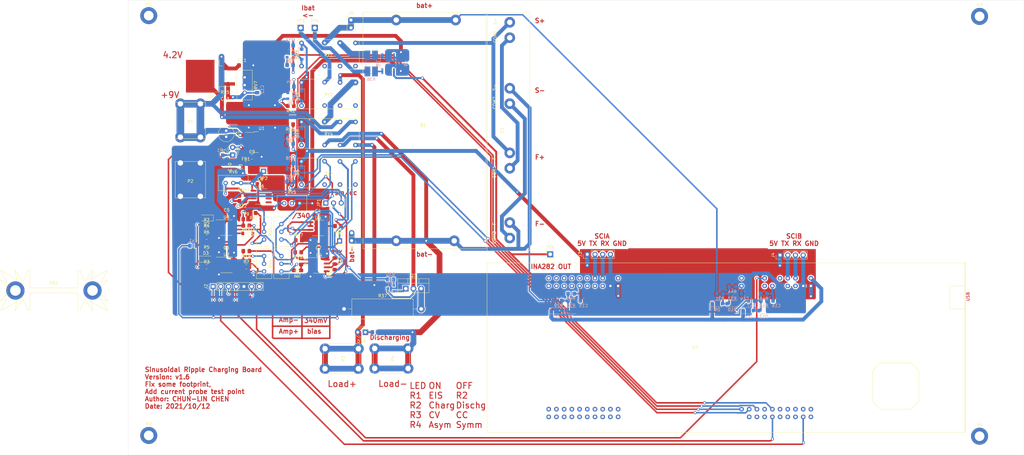
<source format=kicad_pcb>
(kicad_pcb (version 20171130) (host pcbnew "(5.1.10)-1")
  (layers (0 F.Cu signal) (31 B.Cu signal) (34 B.Paste user) (35 F.Paste user) (36 B.SilkS user) (37 F.SilkS user) (38 B.Mask user) (39 F.Mask user) (44 Edge.Cuts user))
  (net 0 "")
  (net 1 bat+)
  (net 2 bat-)
  (net 3 +9V)
  (net 4 GND)
  (net 5 +5VD)
  (net 6 +5VA)
  (net 7 "Net-(C12-Pad1)")
  (net 8 CV)
  (net 9 Vbat+)
  (net 10 Vbat-)
  (net 11 Viout)
  (net 12 "Net-(Cs1-Pad1)")
  (net 13 sigout)
  (net 14 "Net-(D1-Pad1)")
  (net 15 "Net-(D2-Pad1)")
  (net 16 "Net-(D2-Pad2)")
  (net 17 "Net-(D3-Pad1)")
  (net 18 "Net-(D3-Pad2)")
  (net 19 "Net-(D4-Pad1)")
  (net 20 "Net-(D5-Pad2)")
  (net 21 "Net-(D6-Pad1)")
  (net 22 Rly3)
  (net 23 "Net-(D7-Pad2)")
  (net 24 +3V3)
  (net 25 "Net-(D10-Pad1)")
  (net 26 "Net-(D11-Pad2)")
  (net 27 Rly1)
  (net 28 "Net-(D13-Pad1)")
  (net 29 Rly2)
  (net 30 "Net-(D14-Pad1)")
  (net 31 "Net-(D15-Pad2)")
  (net 32 "Net-(D16-Pad1)")
  (net 33 "Net-(D17-Pad2)")
  (net 34 "Net-(D18-Pad2)")
  (net 35 "Net-(D19-Pad1)")
  (net 36 Rly4)
  (net 37 EIS)
  (net 38 "Net-(E1-Pad2)")
  (net 39 "Net-(E1-Pad4)")
  (net 40 CS1)
  (net 41 SCLK1)
  (net 42 MOSI1)
  (net 43 "Net-(J2-Pad7)")
  (net 44 SCIARX)
  (net 45 SCIATX)
  (net 46 SCIBTX)
  (net 47 SCIBRX)
  (net 48 base)
  (net 49 "Net-(JP1-Pad2)")
  (net 50 CC)
  (net 51 "Net-(Q1-Pad1)")
  (net 52 "Net-(Q2-Pad1)")
  (net 53 "Net-(Q2-Pad2)")
  (net 54 "Net-(Q3-Pad3)")
  (net 55 "Net-(Q4-Pad1)")
  (net 56 "Net-(Q5-Pad1)")
  (net 57 "Net-(Q6-Pad1)")
  (net 58 "Net-(R3-Pad2)")
  (net 59 "Net-(R7-Pad1)")
  (net 60 "Net-(R8-Pad1)")
  (net 61 "Net-(R11-Pad2)")
  (net 62 "Net-(R10-Pad1)")
  (net 63 "Net-(R11-Pad1)")
  (net 64 com_1)
  (net 65 "Net-(R13-Pad1)")
  (net 66 "Net-(R14-Pad2)")
  (net 67 "Net-(R15-Pad1)")
  (net 68 "Net-(R17-Pad1)")
  (net 69 asymm)
  (net 70 340mV)
  (net 71 dc_bias)
  (net 72 "Net-(R21-Pad1)")
  (net 73 sigRly)
  (net 74 "Net-(R24-Pad2)")
  (net 75 "Net-(R27-Pad1)")
  (net 76 Rs+)
  (net 77 Rs-)
  (net 78 mid)
  (net 79 Iout)
  (net 80 "Net-(RV3-Pad2)")
  (net 81 "Net-(RV4-Pad2)")
  (net 82 "Net-(RY1-Pad9)")
  (net 83 "Net-(RY1-Pad11)")
  (net 84 "Net-(RY1-Pad13)")
  (net 85 "Net-(RY2-Pad13)")
  (net 86 "Net-(RY2-Pad11)")
  (net 87 "Net-(RY2-Pad9)")
  (net 88 disChar)
  (net 89 Charge)
  (net 90 "Net-(RY3-Pad13)")
  (net 91 "Net-(RY3-Pad11)")
  (net 92 "Net-(RY3-Pad9)")
  (net 93 "Net-(U7-Pad2)")
  (net 94 "Net-(U7-Pad5)")
  (net 95 "Net-(U7-Pad6)")
  (net 96 "Net-(U7-Pad8)")
  (net 97 "Net-(U7-Pad9)")
  (net 98 "Net-(U7-Pad10)")
  (net 99 "Net-(U7-Pad23)")
  (net 100 "Net-(U7-Pad24)")
  (net 101 "Net-(U7-Pad25)")
  (net 102 "Net-(U7-Pad27)")
  (net 103 "Net-(U7-Pad28)")
  (net 104 "Net-(U7-Pad29)")
  (net 105 "Net-(U7-Pad18)")
  (net 106 "Net-(U7-Pad40)")
  (net 107 "Net-(U7-Pad16)")
  (net 108 "Net-(U7-Pad17)")
  (net 109 "Net-(U7-Pad37)")
  (net 110 "Net-(U7-Pad12)")
  (net 111 "Net-(U7-Pad36)")
  (net 112 "Net-(U7-Pad13)")
  (net 113 "Net-(U7-Pad39)")
  (net 114 "Net-(U7-Pad38)")
  (net 115 "Net-(U7-Pad11)")
  (net 116 "Net-(U7-Pad14)")
  (net 117 "Net-(U7-Pad72)")
  (net 118 "Net-(U7-Pad58)")
  (net 119 "Net-(U7-Pad57)")
  (net 120 "Net-(U7-Pad74)")
  (net 121 "Net-(U7-Pad75)")
  (net 122 "Net-(U7-Pad71)")
  (net 123 "Net-(U7-Pad60)")
  (net 124 "Net-(U7-Pad56)")
  (net 125 "Net-(U7-Pad80)")
  (net 126 "Net-(U7-Pad73)")
  (net 127 "Net-(U7-Pad59)")
  (net 128 "Net-(U7-Pad51)")
  (net 129 "Net-(U7-Pad78)")
  (net 130 "Net-(U7-Pad79)")
  (net 131 "Net-(U7-Pad54)")
  (net 132 "Net-(U7-Pad63)")
  (net 133 "Net-(U7-Pad49)")
  (net 134 "Net-(U7-Pad47)")
  (net 135 "Net-(U7-Pad48)")
  (net 136 "Net-(U7-Pad41)")
  (net 137 "Net-(U7-Pad65)")
  (net 138 "Net-(U7-Pad50)")
  (net 139 "Net-(U7-Pad46)")
  (net 140 "Net-(U7-Pad64)")
  (net 141 "Net-(U7-Pad69)")
  (net 142 "Net-(U7-Pad45)")
  (net 143 "Net-(U7-Pad68)")
  (net 144 "Net-(U7-Pad42)")
  (net 145 "Net-(U7-Pad70)")
  (net 146 "Net-(U7-Pad67)")
  (net 147 "Net-(U7-Pad52)")
  (net 148 "Net-(U7-Pad76)")
  (net 149 "Net-(U7-Pad77)")
  (net 150 "Net-(U7-Pad55)")
  (net 151 "Net-(U7-Pad53)")
  (net 152 "Net-(U8-Pad4)")
  (net 153 Iprob)
  (net 154 "Net-(U7-Pad32)")
  (net 155 bat-2)
  (module Heatsink:Heatsink_Fischer_SK104-STCB_35x13mm__2xDrill3.5mm_ScrewM3 (layer F.Cu) (at -24.511 95.758)
    (fp_text reference HS1 (at -0.025 -2.5) (layer F.SilkS))
    (fp_text value Heatsink)
    (pad 1 thru_hole circle (at -12.7 0 180) (size 6 6) (drill 3.5) (layers *.Cu *.Mask))
    (pad 1 thru_hole circle (at 12.7 0) (size 6 6) (drill 3.5) (layers *.Cu *.Mask))
  )
  (module Package_SO:SOIC-8_3.9x4.9mm_P1.27mm (layer F.Cu) (at 62.865 87.503)
    (fp_text reference U4 (at 0 -3.4) (layer F.SilkS))
    (fp_text value LM358)
    (pad 8 smd roundrect (at 2.475 -1.905) (size 1.95 0.6) (layers F.Cu F.Paste F.Mask) (net 6 +5VA))
    (pad 7 smd roundrect (at 2.475 -0.635) (size 1.95 0.6) (layers F.Cu F.Paste F.Mask) (net 65 "Net-(R13-Pad1)"))
    (pad 6 smd roundrect (at 2.475 0.635) (size 1.95 0.6) (layers F.Cu F.Paste F.Mask) (net 63 "Net-(R11-Pad1)"))
    (pad 5 smd roundrect (at 2.475 1.905) (size 1.95 0.6) (layers F.Cu F.Paste F.Mask) (net 70 340mV))
    (pad 4 smd roundrect (at -2.475 1.905) (size 1.95 0.6) (layers F.Cu F.Paste F.Mask) (net 4 GND))
    (pad 3 smd roundrect (at -2.475 0.635) (size 1.95 0.6) (layers F.Cu F.Paste F.Mask) (net 64 com_1))
    (pad 2 smd roundrect (at -2.475 -0.635) (size 1.95 0.6) (layers F.Cu F.Paste F.Mask) (net 66 "Net-(R14-Pad2)"))
    (pad 1 smd roundrect (at -2.475 -1.905) (size 1.95 0.6) (layers F.Cu F.Paste F.Mask) (net 67 "Net-(R15-Pad1)"))
  )
  (module basic:18650-holder-dual (layer F.Cu) (at 77.2735 81.9785)
    (fp_text reference B1 (at 19.812 -40.648) (layer F.SilkS))
    (fp_text value 18650-holder-dual)
    (pad 1 thru_hole circle (at 10.95 -75.4) (size 3.5 3.5) (drill 1.8) (layers *.Cu *.Mask) (net 1 bat+))
    (pad 3 thru_hole circle (at 30.5 -75.4) (size 3.5 3.5) (drill 1.8) (layers *.Cu *.Mask) (net 1 bat+))
    (pad 4 thru_hole circle (at 30.05 -2.6) (size 3.5 3.5) (drill 1.8) (layers *.Cu *.Mask) (net 2 bat-))
    (pad 2 thru_hole circle (at 10.95 -2.6) (size 3.5 3.5) (drill 1.8) (layers *.Cu *.Mask) (net 2 bat-))
  )
  (module Connector_PinHeader_2.54mm:PinHeader_1x01_P2.54mm_Vertical (layer F.Cu) (at 138.938 83.82)
    (fp_text reference TP4 (at 0 -2.33) (layer F.SilkS))
    (fp_text value Iprob-)
    (pad 1 thru_hole rect (at 0 0) (size 2 2) (drill 1.2) (layers *.Cu *.Mask) (net 79 Iout))
  )
  (module basic:LANCHXL-F280049C (layer F.Cu) (at 224.81286 94.25686 180)
    (fp_text reference U7 (at 38.1 -20.32) (layer F.SilkS))
    (fp_text value LAUNCHXL-F280049C)
    (pad 1 thru_hole circle (at 0 2.54 180) (size 1.524 1.524) (drill 0.762) (layers *.Cu *.Mask) (net 24 +3V3))
    (pad 3 thru_hole circle (at 5.08 2.54 180) (size 1.524 1.524) (drill 0.762) (layers *.Cu *.Mask) (net 47 SCIBRX))
    (pad 4 thru_hole circle (at 7.62 2.54 180) (size 1.524 1.524) (drill 0.762) (layers *.Cu *.Mask) (net 46 SCIBTX))
    (pad 5 thru_hole circle (at 10.16 2.54 180) (size 1.524 1.524) (drill 0.762) (layers *.Cu *.Mask) (net 94 "Net-(U7-Pad5)"))
    (pad 7 thru_hole circle (at 15.24 2.54 180) (size 1.524 1.524) (drill 0.762) (layers *.Cu *.Mask) (net 41 SCLK1))
    (pad 10 thru_hole circle (at 22.86 2.54 180) (size 1.524 1.524) (drill 0.8) (layers *.Cu *.Mask) (net 98 "Net-(U7-Pad10)"))
    (pad 21 thru_hole circle (at 0 0 270) (size 1.524 1.524) (drill 0.762) (layers *.Cu *.Mask) (net 5 +5VD))
    (pad 22 thru_hole circle (at 2.54 0 270) (size 1.524 1.524) (drill 0.762) (layers *.Cu *.Mask) (net 4 GND))
    (pad 23 thru_hole circle (at 5.08 0 270) (size 1.524 1.524) (drill 0.762) (layers *.Cu *.Mask) (net 99 "Net-(U7-Pad23)"))
    (pad 24 thru_hole circle (at 7.62 0 270) (size 1.524 1.524) (drill 0.762) (layers *.Cu *.Mask) (net 100 "Net-(U7-Pad24)"))
    (pad 26 thru_hole circle (at 12.7 0 270) (size 1.524 1.524) (drill 0.762) (layers *.Cu *.Mask) (net 11 Viout))
    (pad 27 thru_hole circle (at 15.24 0 270) (size 1.524 1.524) (drill 0.762) (layers *.Cu *.Mask) (net 102 "Net-(U7-Pad27)"))
    (pad 30 thru_hole circle (at 22.86 0 270) (size 1.524 1.524) (drill 0.762) (layers *.Cu *.Mask) (net 9 Vbat+))
    (pad 18 thru_hole circle (at 5.08 -43.18 270) (size 1.524 1.524) (drill 0.762) (layers *.Cu *.Mask) (net 105 "Net-(U7-Pad18)"))
    (pad 32 thru_hole circle (at 20.32 -40.64 180) (size 1.524 1.524) (drill 0.762) (layers *.Cu *.Mask) (net 154 "Net-(U7-Pad32)"))
    (pad 19 thru_hole circle (at 2.54 -43.18 270) (size 1.524 1.524) (drill 0.762) (layers *.Cu *.Mask) (net 40 CS1))
    (pad 34 thru_hole circle (at 15.24 -40.64 180) (size 1.524 1.524) (drill 0.762) (layers *.Cu *.Mask) (net 22 Rly3))
    (pad 33 thru_hole circle (at 17.78 -40.64 180) (size 1.524 1.524) (drill 0.762) (layers *.Cu *.Mask) (net 29 Rly2))
    (pad 40 thru_hole circle (at 0 -40.64 180) (size 1.524 1.524) (drill 0.762) (layers *.Cu *.Mask) (net 106 "Net-(U7-Pad40)"))
    (pad 16 thru_hole circle (at 10.16 -43.18 270) (size 1.524 1.524) (drill 0.762) (layers *.Cu *.Mask) (net 107 "Net-(U7-Pad16)"))
    (pad 20 thru_hole circle (at 0 -43.18 270) (size 1.524 1.524) (drill 0.762) (layers *.Cu *.Mask) (net 4 GND))
    (pad 31 thru_hole circle (at 22.86 -40.64 180) (size 1.524 1.524) (drill 0.762) (layers *.Cu *.Mask) (net 36 Rly4))
    (pad 35 thru_hole circle (at 12.7 -40.64 180) (size 1.524 1.524) (drill 0.762) (layers *.Cu *.Mask) (net 27 Rly1))
    (pad 17 thru_hole circle (at 7.62 -43.18 270) (size 1.524 1.524) (drill 0.762) (layers *.Cu *.Mask) (net 108 "Net-(U7-Pad17)"))
    (pad 15 thru_hole circle (at 12.7 -43.18 270) (size 1.524 1.524) (drill 0.762) (layers *.Cu *.Mask) (net 42 MOSI1))
    (pad 37 thru_hole circle (at 7.62 -40.64 180) (size 1.524 1.524) (drill 0.762) (layers *.Cu *.Mask) (net 109 "Net-(U7-Pad37)"))
    (pad 12 thru_hole circle (at 20.32 -43.18 270) (size 1.524 1.524) (drill 0.762) (layers *.Cu *.Mask) (net 110 "Net-(U7-Pad12)"))
    (pad 36 thru_hole circle (at 10.16 -40.64 180) (size 1.524 1.524) (drill 0.762) (layers *.Cu *.Mask) (net 111 "Net-(U7-Pad36)"))
    (pad 13 thru_hole circle (at 17.78 -43.18 270) (size 1.524 1.524) (drill 0.762) (layers *.Cu *.Mask) (net 112 "Net-(U7-Pad13)"))
    (pad 39 thru_hole circle (at 2.54 -40.64 180) (size 1.524 1.524) (drill 0.762) (layers *.Cu *.Mask) (net 113 "Net-(U7-Pad39)"))
    (pad 38 thru_hole circle (at 5.08 -40.64 180) (size 1.524 1.524) (drill 0.762) (layers *.Cu *.Mask) (net 114 "Net-(U7-Pad38)"))
    (pad 14 thru_hole circle (at 15.24 -43.18 270) (size 1.524 1.524) (drill 0.762) (layers *.Cu *.Mask) (net 116 "Net-(U7-Pad14)"))
    (pad 72 thru_hole circle (at 83.82 -40.64 180) (size 1.524 1.524) (drill 0.762) (layers *.Cu *.Mask) (net 117 "Net-(U7-Pad72)"))
    (pad 58 thru_hole circle (at 68.58 -43.18 270) (size 1.524 1.524) (drill 0.762) (layers *.Cu *.Mask) (net 118 "Net-(U7-Pad58)"))
    (pad 57 thru_hole circle (at 71.12 -43.18 270) (size 1.524 1.524) (drill 0.762) (layers *.Cu *.Mask) (net 119 "Net-(U7-Pad57)"))
    (pad 74 thru_hole circle (at 78.74 -40.64 180) (size 1.524 1.524) (drill 0.762) (layers *.Cu *.Mask) (net 120 "Net-(U7-Pad74)"))
    (pad 75 thru_hole circle (at 76.2 -40.64 180) (size 1.524 1.524) (drill 0.762) (layers *.Cu *.Mask) (net 121 "Net-(U7-Pad75)"))
    (pad 71 thru_hole circle (at 86.36 -40.64 180) (size 1.524 1.524) (drill 0.762) (layers *.Cu *.Mask) (net 122 "Net-(U7-Pad71)"))
    (pad 60 thru_hole circle (at 63.5 -43.18 270) (size 1.524 1.524) (drill 0.762) (layers *.Cu *.Mask) (net 123 "Net-(U7-Pad60)"))
    (pad 56 thru_hole circle (at 73.66 -43.18 270) (size 1.524 1.524) (drill 0.762) (layers *.Cu *.Mask) (net 124 "Net-(U7-Pad56)"))
    (pad 80 thru_hole circle (at 63.5 -40.64 180) (size 1.524 1.524) (drill 0.762) (layers *.Cu *.Mask) (net 125 "Net-(U7-Pad80)"))
    (pad 73 thru_hole circle (at 81.28 -40.64 180) (size 1.524 1.524) (drill 0.762) (layers *.Cu *.Mask) (net 126 "Net-(U7-Pad73)"))
    (pad 59 thru_hole circle (at 66.04 -43.18 270) (size 1.524 1.524) (drill 0.762) (layers *.Cu *.Mask) (net 127 "Net-(U7-Pad59)"))
    (pad 51 thru_hole circle (at 86.36 -43.18 270) (size 1.524 1.524) (drill 0.762) (layers *.Cu *.Mask) (net 128 "Net-(U7-Pad51)"))
    (pad 78 thru_hole circle (at 68.58 -40.64 180) (size 1.524 1.524) (drill 0.762) (layers *.Cu *.Mask) (net 129 "Net-(U7-Pad78)"))
    (pad 79 thru_hole circle (at 66.04 -40.64 180) (size 1.524 1.524) (drill 0.762) (layers *.Cu *.Mask) (net 130 "Net-(U7-Pad79)"))
    (pad 54 thru_hole circle (at 78.74 -43.18 270) (size 1.524 1.524) (drill 0.762) (layers *.Cu *.Mask) (net 131 "Net-(U7-Pad54)"))
    (pad 63 thru_hole circle (at 68.58 0 270) (size 1.524 1.524) (drill 0.762) (layers *.Cu *.Mask) (net 132 "Net-(U7-Pad63)"))
    (pad 49 thru_hole circle (at 83.82 2.54 180) (size 1.524 1.524) (drill 0.762) (layers *.Cu *.Mask) (net 133 "Net-(U7-Pad49)"))
    (pad 62 thru_hole circle (at 66.04 0 270) (size 1.524 1.524) (drill 0.762) (layers *.Cu *.Mask) (net 4 GND))
    (pad 47 thru_hole circle (at 78.74 2.54 180) (size 1.524 1.524) (drill 0.762) (layers *.Cu *.Mask) (net 134 "Net-(U7-Pad47)"))
    (pad 48 thru_hole circle (at 81.28 2.54 180) (size 1.524 1.524) (drill 0.762) (layers *.Cu *.Mask) (net 135 "Net-(U7-Pad48)"))
    (pad 41 thru_hole circle (at 63.5 2.54 180) (size 1.524 1.524) (drill 0.762) (layers *.Cu *.Mask) (net 136 "Net-(U7-Pad41)"))
    (pad 65 thru_hole circle (at 73.66 0 270) (size 1.524 1.524) (drill 0.762) (layers *.Cu *.Mask) (net 137 "Net-(U7-Pad65)"))
    (pad 61 thru_hole circle (at 63.5 0 270) (size 1.524 1.524) (drill 0.762) (layers *.Cu *.Mask) (net 5 +5VD))
    (pad 50 thru_hole circle (at 86.36 2.54 180) (size 1.524 1.524) (drill 0.762) (layers *.Cu *.Mask) (net 138 "Net-(U7-Pad50)"))
    (pad 46 thru_hole circle (at 76.2 2.54 180) (size 1.524 1.524) (drill 0.762) (layers *.Cu *.Mask) (net 139 "Net-(U7-Pad46)"))
    (pad 64 thru_hole circle (at 71.12 0 270) (size 1.524 1.524) (drill 0.762) (layers *.Cu *.Mask) (net 140 "Net-(U7-Pad64)"))
    (pad 66 thru_hole circle (at 76.2 0 270) (size 1.524 1.524) (drill 0.762) (layers *.Cu *.Mask) (net 10 Vbat-))
    (pad 44 thru_hole circle (at 71.12 2.54 180) (size 1.524 1.524) (drill 0.762) (layers *.Cu *.Mask) (net 45 SCIATX))
    (pad 69 thru_hole circle (at 83.82 0 270) (size 1.524 1.524) (drill 0.762) (layers *.Cu *.Mask) (net 141 "Net-(U7-Pad69)"))
    (pad 45 thru_hole circle (at 73.66 2.54 180) (size 1.524 1.524) (drill 0.762) (layers *.Cu *.Mask) (net 142 "Net-(U7-Pad45)"))
    (pad 68 thru_hole circle (at 81.28 0 270) (size 1.524 1.524) (drill 0.762) (layers *.Cu *.Mask) (net 143 "Net-(U7-Pad68)"))
    (pad 43 thru_hole circle (at 68.58 2.54 180) (size 1.524 1.524) (drill 0.762) (layers *.Cu *.Mask) (net 44 SCIARX))
    (pad 70 thru_hole circle (at 86.36 0 270) (size 1.524 1.524) (drill 0.762) (layers *.Cu *.Mask) (net 145 "Net-(U7-Pad70)"))
    (pad 67 thru_hole circle (at 78.74 0 270) (size 1.524 1.524) (drill 0.762) (layers *.Cu *.Mask) (net 146 "Net-(U7-Pad67)"))
    (pad 52 thru_hole circle (at 83.82 -43.18 270) (size 1.524 1.524) (drill 0.762) (layers *.Cu *.Mask) (net 147 "Net-(U7-Pad52)"))
    (pad 76 thru_hole circle (at 73.66 -40.64 180) (size 1.524 1.524) (drill 0.762) (layers *.Cu *.Mask) (net 148 "Net-(U7-Pad76)"))
    (pad 77 thru_hole circle (at 71.12 -40.64 180) (size 1.524 1.524) (drill 0.762) (layers *.Cu *.Mask) (net 149 "Net-(U7-Pad77)"))
    (pad 55 thru_hole circle (at 76.2 -43.18 270) (size 1.524 1.524) (drill 0.762) (layers *.Cu *.Mask) (net 150 "Net-(U7-Pad55)"))
    (pad 53 thru_hole circle (at 81.28 -43.18 270) (size 1.524 1.524) (drill 0.762) (layers *.Cu *.Mask) (net 151 "Net-(U7-Pad53)"))
  )
  (module basic:RY5W-K (layer F.Cu) (at 55.80888 39.09822)
    (fp_text reference RY4 (at 10.16 5.08) (layer F.SilkS))
    (fp_text value RY5W-K)
    (pad 9 thru_hole circle (at 19 8.71) (size 1.524 1.524) (drill 0.762) (layers *.Cu *.Mask) (net 4 GND))
    (pad 11 thru_hole circle (at 13.92 8.71) (size 1.524 1.524) (drill 0.762) (layers *.Cu *.Mask) (net 155 bat-2))
    (pad 13 thru_hole circle (at 8.84 8.71) (size 1.524 1.524) (drill 0.762) (layers *.Cu *.Mask) (net 2 bat-))
    (pad 16 thru_hole circle (at 1.22 8.71) (size 1.524 1.524) (drill 0.762) (layers *.Cu *.Mask) (net 34 "Net-(D18-Pad2)"))
    (pad 8 thru_hole circle (at 19 1.09) (size 1.524 1.524) (drill 0.762) (layers *.Cu *.Mask) (net 8 CV))
    (pad 6 thru_hole circle (at 13.92 1.09) (size 1.524 1.524) (drill 0.762) (layers *.Cu *.Mask) (net 3 +9V))
    (pad 4 thru_hole circle (at 8.84 1.016) (size 1.524 1.524) (drill 0.762) (layers *.Cu *.Mask) (net 89 Charge))
    (pad 1 thru_hole circle (at 1.22 1.09) (size 1.524 1.524) (drill 0.762) (layers *.Cu *.Mask) (net 5 +5VD))
  )
  (module basic:RY5W-K (layer F.Cu) (at 55.80888 13.04798)
    (fp_text reference RY1 (at 10.16 5.08) (layer F.SilkS))
    (fp_text value RY5W-K)
    (pad 1 thru_hole circle (at 1.22 1.09) (size 1.524 1.524) (drill 0.762) (layers *.Cu *.Mask) (net 5 +5VD))
    (pad 4 thru_hole circle (at 8.84 1.016) (size 1.524 1.524) (drill 0.762) (layers *.Cu *.Mask) (net 1 bat+))
    (pad 6 thru_hole circle (at 13.92 1.09) (size 1.524 1.524) (drill 0.762) (layers *.Cu *.Mask) (net 78 mid))
    (pad 8 thru_hole circle (at 19 1.09) (size 1.524 1.524) (drill 0.762) (layers *.Cu *.Mask) (net 37 EIS))
    (pad 16 thru_hole circle (at 1.22 8.71) (size 1.524 1.524) (drill 0.762) (layers *.Cu *.Mask) (net 31 "Net-(D15-Pad2)"))
    (pad 13 thru_hole circle (at 8.84 8.71) (size 1.524 1.524) (drill 0.762) (layers *.Cu *.Mask) (net 84 "Net-(RY1-Pad13)"))
    (pad 11 thru_hole circle (at 13.92 8.71) (size 1.524 1.524) (drill 0.762) (layers *.Cu *.Mask) (net 83 "Net-(RY1-Pad11)"))
    (pad 9 thru_hole circle (at 19 8.71) (size 1.524 1.524) (drill 0.762) (layers *.Cu *.Mask) (net 82 "Net-(RY1-Pad9)"))
  )
  (module Diode_SMD:D_SOD-123 (layer F.Cu) (at 39.3563 76.9239)
    (fp_text reference D4 (at 0 -2) (layer F.SilkS))
    (fp_text value 1N4148)
    (pad 2 smd rect (at 1.65 0) (size 0.9 1.2) (layers F.Cu F.Paste F.Mask) (net 15 "Net-(D2-Pad1)"))
    (pad 1 smd rect (at -1.65 0) (size 0.9 1.2) (layers F.Cu F.Paste F.Mask) (net 19 "Net-(D4-Pad1)"))
  )
  (module Diode_SMD:D_SOD-123 (layer F.Cu) (at 25.5143 85.4329)
    (fp_text reference D3 (at 0 -2) (layer F.SilkS))
    (fp_text value 1N4148)
    (pad 2 smd rect (at 1.65 0) (size 0.9 1.2) (layers F.Cu F.Paste F.Mask) (net 18 "Net-(D3-Pad2)"))
    (pad 1 smd rect (at -1.65 0) (size 0.9 1.2) (layers F.Cu F.Paste F.Mask) (net 17 "Net-(D3-Pad1)"))
  )
  (module Diode_SMD:D_SOD-123 (layer F.Cu) (at 25.7683 71.8439 180)
    (fp_text reference D2 (at 0 -2) (layer F.SilkS))
    (fp_text value 1N4148)
    (pad 2 smd rect (at 1.65 0 180) (size 0.9 1.2) (layers F.Cu F.Paste F.Mask) (net 16 "Net-(D2-Pad2)"))
    (pad 1 smd rect (at -1.65 0 180) (size 0.9 1.2) (layers F.Cu F.Paste F.Mask) (net 15 "Net-(D2-Pad1)"))
  )
  (module Capacitor_SMD:C_0805_2012Metric_Pad1.18x1.45mm_HandSolder (layer F.Cu) (at 32.2707 83.3247)
    (fp_text reference C6 (at 0 -1.68) (layer F.SilkS))
    (fp_text value 100n)
    (pad 1 smd roundrect (at -1.0375 0) (size 1.175 1.45) (layers F.Cu F.Paste F.Mask) (roundrect_rratio 0.212766) (net 4 GND))
    (pad 2 smd roundrect (at 1.0375 0) (size 1.175 1.45) (layers F.Cu F.Paste F.Mask) (roundrect_rratio 0.212766) (net 6 +5VA))
  )
  (module Capacitor_SMD:C_0805_2012Metric_Pad1.18x1.45mm_HandSolder (layer B.Cu) (at 21.3233 80.9879 180)
    (fp_text reference Cs1 (at 0 1.68) (layer B.SilkS) (effects (justify mirror)))
    (fp_text value 100n)
    (pad 1 smd roundrect (at -1.0375 0 180) (size 1.175 1.45) (layers B.Cu B.Paste B.Mask) (roundrect_rratio 0.212766) (net 12 "Net-(Cs1-Pad1)"))
    (pad 2 smd roundrect (at 1.0375 0 180) (size 1.175 1.45) (layers B.Cu B.Paste B.Mask) (roundrect_rratio 0.212766) (net 13 sigout))
  )
  (module Capacitor_SMD:C_0805_2012Metric_Pad1.18x1.45mm_HandSolder (layer F.Cu) (at 62.4459 71.1835)
    (fp_text reference C4 (at 0 -1.68) (layer F.SilkS))
    (fp_text value 100n)
    (pad 1 smd roundrect (at -1.0375 0) (size 1.175 1.45) (layers F.Cu F.Paste F.Mask) (roundrect_rratio 0.212766) (net 4 GND))
    (pad 2 smd roundrect (at 1.0375 0) (size 1.175 1.45) (layers F.Cu F.Paste F.Mask) (roundrect_rratio 0.212766) (net 6 +5VA))
  )
  (module Capacitor_SMD:C_0805_2012Metric_Pad1.18x1.45mm_HandSolder (layer F.Cu) (at 43.4975 60.7187)
    (fp_text reference C8 (at 0 -1.68) (layer F.SilkS))
    (fp_text value 100n)
    (pad 1 smd roundrect (at -1.0375 0) (size 1.175 1.45) (layers F.Cu F.Paste F.Mask) (roundrect_rratio 0.212766) (net 4 GND))
    (pad 2 smd roundrect (at 1.0375 0) (size 1.175 1.45) (layers F.Cu F.Paste F.Mask) (roundrect_rratio 0.212766) (net 6 +5VA))
  )
  (module Capacitor_SMD:C_0805_2012Metric_Pad1.18x1.45mm_HandSolder (layer F.Cu) (at 32.3723 70.9295)
    (fp_text reference C5 (at 0 -1.68) (layer F.SilkS))
    (fp_text value 100n)
    (pad 2 smd roundrect (at 1.0375 0) (size 1.175 1.45) (layers F.Cu F.Paste F.Mask) (roundrect_rratio 0.212766) (net 6 +5VA))
    (pad 1 smd roundrect (at -1.0375 0) (size 1.175 1.45) (layers F.Cu F.Paste F.Mask) (roundrect_rratio 0.212766) (net 4 GND))
  )
  (module Capacitor_SMD:C_0805_2012Metric_Pad1.18x1.45mm_HandSolder (layer F.Cu) (at 62.6491 83.4263)
    (fp_text reference C7 (at 0 -1.68) (layer F.SilkS))
    (fp_text value 100n)
    (pad 2 smd roundrect (at 1.0375 0) (size 1.175 1.45) (layers F.Cu F.Paste F.Mask) (roundrect_rratio 0.212766) (net 6 +5VA))
    (pad 1 smd roundrect (at -1.0375 0) (size 1.175 1.45) (layers F.Cu F.Paste F.Mask) (roundrect_rratio 0.212766) (net 4 GND))
  )
  (module Resistor_SMD:R_0805_2012Metric_Pad1.20x1.40mm_HandSolder (layer F.Cu) (at 67.9323 89.8779 90)
    (fp_text reference R16 (at 0 -1.65 90) (layer F.SilkS))
    (fp_text value 10k)
    (pad 2 smd roundrect (at 1 0 90) (size 1.2 1.4) (layers F.Cu F.Paste F.Mask) (roundrect_rratio 0.208333) (net 65 "Net-(R13-Pad1)"))
    (pad 1 smd roundrect (at -1 0 90) (size 1.2 1.4) (layers F.Cu F.Paste F.Mask) (roundrect_rratio 0.208333) (net 64 com_1))
  )
  (module Resistor_SMD:R_0805_2012Metric_Pad1.20x1.40mm_HandSolder (layer F.Cu) (at 25.7683 76.1619)
    (fp_text reference R4 (at 0 -1.65) (layer F.SilkS))
    (fp_text value 10k)
    (pad 2 smd roundrect (at 1 0) (size 1.2 1.4) (layers F.Cu F.Paste F.Mask) (roundrect_rratio 0.208333) (net 16 "Net-(D2-Pad2)"))
    (pad 1 smd roundrect (at -1 0) (size 1.2 1.4) (layers F.Cu F.Paste F.Mask) (roundrect_rratio 0.208333) (net 19 "Net-(D4-Pad1)"))
  )
  (module Resistor_SMD:R_0805_2012Metric_Pad1.20x1.40mm_HandSolder (layer F.Cu) (at 38.8493 74.3839 180)
    (fp_text reference R11 (at 0 -1.65) (layer F.SilkS))
    (fp_text value 1k)
    (pad 1 smd roundrect (at -1 0 180) (size 1.2 1.4) (layers F.Cu F.Paste F.Mask) (roundrect_rratio 0.208333) (net 63 "Net-(R11-Pad1)"))
    (pad 2 smd roundrect (at 1 0 180) (size 1.2 1.4) (layers F.Cu F.Paste F.Mask) (roundrect_rratio 0.208333) (net 61 "Net-(R11-Pad2)"))
  )
  (module Resistor_SMD:R_0805_2012Metric_Pad1.20x1.40mm_HandSolder (layer F.Cu) (at 37.6047 66.2559 180)
    (fp_text reference R22 (at 0 -1.65) (layer F.SilkS))
    (fp_text value 10k)
    (pad 2 smd roundrect (at 1 0 180) (size 1.2 1.4) (layers F.Cu F.Paste F.Mask) (roundrect_rratio 0.208333) (net 73 sigRly))
    (pad 1 smd roundrect (at -1 0 180) (size 1.2 1.4) (layers F.Cu F.Paste F.Mask) (roundrect_rratio 0.208333) (net 72 "Net-(R21-Pad1)"))
  )
  (module Resistor_SMD:R_0805_2012Metric_Pad1.20x1.40mm_HandSolder (layer F.Cu) (at 38.8333 72.2249)
    (fp_text reference R9 (at 0 -1.65) (layer F.SilkS))
    (fp_text value 100)
    (pad 1 smd roundrect (at -1 0) (size 1.2 1.4) (layers F.Cu F.Paste F.Mask) (roundrect_rratio 0.208333) (net 61 "Net-(R11-Pad2)"))
    (pad 2 smd roundrect (at 1 0) (size 1.2 1.4) (layers F.Cu F.Paste F.Mask) (roundrect_rratio 0.208333) (net 4 GND))
  )
  (module Resistor_SMD:R_0805_2012Metric_Pad1.20x1.40mm_HandSolder (layer F.Cu) (at 69.0753 74.5109 180)
    (fp_text reference R21 (at 0 -1.65) (layer F.SilkS))
    (fp_text value 10k)
    (pad 2 smd roundrect (at 1 0 180) (size 1.2 1.4) (layers F.Cu F.Paste F.Mask) (roundrect_rratio 0.208333) (net 71 dc_bias))
    (pad 1 smd roundrect (at -1 0 180) (size 1.2 1.4) (layers F.Cu F.Paste F.Mask) (roundrect_rratio 0.208333) (net 72 "Net-(R21-Pad1)"))
  )
  (module Resistor_SMD:R_0805_2012Metric_Pad1.20x1.40mm_HandSolder (layer F.Cu) (at 56.8833 90.1319 90)
    (fp_text reference R14 (at 0 -1.65 90) (layer F.SilkS))
    (fp_text value 10k)
    (pad 1 smd roundrect (at -1 0 90) (size 1.2 1.4) (layers F.Cu F.Paste F.Mask) (roundrect_rratio 0.208333) (net 4 GND))
    (pad 2 smd roundrect (at 1 0 90) (size 1.2 1.4) (layers F.Cu F.Paste F.Mask) (roundrect_rratio 0.208333) (net 66 "Net-(R14-Pad2)"))
  )
  (module Resistor_SMD:R_0805_2012Metric_Pad1.20x1.40mm_HandSolder (layer F.Cu) (at 25.7683 87.9729)
    (fp_text reference R3 (at 0 -1.65) (layer F.SilkS))
    (fp_text value 10k)
    (pad 2 smd roundrect (at 1 0) (size 1.2 1.4) (layers F.Cu F.Paste F.Mask) (roundrect_rratio 0.208333) (net 58 "Net-(R3-Pad2)"))
    (pad 1 smd roundrect (at -1 0) (size 1.2 1.4) (layers F.Cu F.Paste F.Mask) (roundrect_rratio 0.208333) (net 12 "Net-(Cs1-Pad1)"))
  )
  (module Resistor_SMD:R_0805_2012Metric_Pad1.20x1.40mm_HandSolder (layer F.Cu) (at 25.7683 78.1939)
    (fp_text reference R6 (at 0 -1.65) (layer F.SilkS))
    (fp_text value 100)
    (pad 2 smd roundrect (at 1 0) (size 1.2 1.4) (layers F.Cu F.Paste F.Mask) (roundrect_rratio 0.208333) (net 4 GND))
    (pad 1 smd roundrect (at -1 0) (size 1.2 1.4) (layers F.Cu F.Paste F.Mask) (roundrect_rratio 0.208333) (net 19 "Net-(D4-Pad1)"))
  )
  (module Resistor_SMD:R_0805_2012Metric_Pad1.20x1.40mm_HandSolder (layer F.Cu) (at 25.7683 74.1299)
    (fp_text reference R2 (at 0 -1.65) (layer F.SilkS))
    (fp_text value 10k)
    (pad 1 smd roundrect (at -1 0) (size 1.2 1.4) (layers F.Cu F.Paste F.Mask) (roundrect_rratio 0.208333) (net 12 "Net-(Cs1-Pad1)"))
    (pad 2 smd roundrect (at 1 0) (size 1.2 1.4) (layers F.Cu F.Paste F.Mask) (roundrect_rratio 0.208333) (net 16 "Net-(D2-Pad2)"))
  )
  (module Resistor_SMD:R_0805_2012Metric_Pad1.20x1.40mm_HandSolder (layer F.Cu) (at 25.7683 83.1469)
    (fp_text reference R5 (at 0 -1.65) (layer F.SilkS))
    (fp_text value 100)
    (pad 1 smd roundrect (at -1 0) (size 1.2 1.4) (layers F.Cu F.Paste F.Mask) (roundrect_rratio 0.208333) (net 17 "Net-(D3-Pad1)"))
    (pad 2 smd roundrect (at 1 0) (size 1.2 1.4) (layers F.Cu F.Paste F.Mask) (roundrect_rratio 0.208333) (net 4 GND))
  )
  (module Resistor_SMD:R_0805_2012Metric_Pad1.20x1.40mm_HandSolder (layer F.Cu) (at 38.8493 87.9729)
    (fp_text reference R7 (at 0 -1.65) (layer F.SilkS))
    (fp_text value 10k)
    (pad 2 smd roundrect (at 1 0) (size 1.2 1.4) (layers F.Cu F.Paste F.Mask) (roundrect_rratio 0.208333) (net 4 GND))
    (pad 1 smd roundrect (at -1 0) (size 1.2 1.4) (layers F.Cu F.Paste F.Mask) (roundrect_rratio 0.208333) (net 59 "Net-(R7-Pad1)"))
  )
  (module Resistor_SMD:R_0805_2012Metric_Pad1.20x1.40mm_HandSolder (layer F.Cu) (at 38.8493 85.9409)
    (fp_text reference R10 (at 0 -1.65) (layer F.SilkS))
    (fp_text value 100)
    (pad 1 smd roundrect (at -1 0) (size 1.2 1.4) (layers F.Cu F.Paste F.Mask) (roundrect_rratio 0.208333) (net 62 "Net-(R10-Pad1)"))
    (pad 2 smd roundrect (at 1 0) (size 1.2 1.4) (layers F.Cu F.Paste F.Mask) (roundrect_rratio 0.208333) (net 4 GND))
  )
  (module Resistor_SMD:R_0805_2012Metric_Pad1.20x1.40mm_HandSolder (layer F.Cu) (at 56.8833 86.1949 270)
    (fp_text reference R15 (at 0 -1.65 90) (layer F.SilkS))
    (fp_text value 10k)
    (pad 1 smd roundrect (at -1 0 270) (size 1.2 1.4) (layers F.Cu F.Paste F.Mask) (roundrect_rratio 0.208333) (net 67 "Net-(R15-Pad1)"))
    (pad 2 smd roundrect (at 1 0 270) (size 1.2 1.4) (layers F.Cu F.Paste F.Mask) (roundrect_rratio 0.208333) (net 66 "Net-(R14-Pad2)"))
  )
  (module Resistor_SMD:R_0805_2012Metric_Pad1.20x1.40mm_HandSolder (layer F.Cu) (at 38.8493 82.7659 180)
    (fp_text reference R12 (at 0 -1.65) (layer F.SilkS))
    (fp_text value 10k)
    (pad 2 smd roundrect (at 1 0 180) (size 1.2 1.4) (layers F.Cu F.Paste F.Mask) (roundrect_rratio 0.208333) (net 62 "Net-(R10-Pad1)"))
    (pad 1 smd roundrect (at -1 0 180) (size 1.2 1.4) (layers F.Cu F.Paste F.Mask) (roundrect_rratio 0.208333) (net 64 com_1))
  )
  (module Resistor_SMD:R_0805_2012Metric_Pad1.20x1.40mm_HandSolder (layer F.Cu) (at 67.9323 86.0679 270)
    (fp_text reference R13 (at 0 -1.65 90) (layer F.SilkS))
    (fp_text value 1k)
    (pad 2 smd roundrect (at 1 0 270) (size 1.2 1.4) (layers F.Cu F.Paste F.Mask) (roundrect_rratio 0.208333) (net 63 "Net-(R11-Pad1)"))
    (pad 1 smd roundrect (at -1 0 270) (size 1.2 1.4) (layers F.Cu F.Paste F.Mask) (roundrect_rratio 0.208333) (net 65 "Net-(R13-Pad1)"))
  )
  (module Resistor_SMD:R_0805_2012Metric_Pad1.20x1.40mm_HandSolder (layer F.Cu) (at 40.8813 70.1929 180)
    (fp_text reference R8 (at 0 -1.65) (layer F.SilkS))
    (fp_text value 10k)
    (pad 2 smd roundrect (at 1 0 180) (size 1.2 1.4) (layers F.Cu F.Paste F.Mask) (roundrect_rratio 0.208333) (net 4 GND))
    (pad 1 smd roundrect (at -1 0 180) (size 1.2 1.4) (layers F.Cu F.Paste F.Mask) (roundrect_rratio 0.208333) (net 60 "Net-(R8-Pad1)"))
  )
  (module Resistor_SMD:R_0805_2012Metric_Pad1.20x1.40mm_HandSolder (layer F.Cu) (at 55.9308 83.1469 180)
    (fp_text reference R18 (at 0 -1.65) (layer F.SilkS))
    (fp_text value 10k)
    (pad 1 smd roundrect (at -1 0 180) (size 1.2 1.4) (layers F.Cu F.Paste F.Mask) (roundrect_rratio 0.208333) (net 69 asymm))
    (pad 2 smd roundrect (at 1 0 180) (size 1.2 1.4) (layers F.Cu F.Paste F.Mask) (roundrect_rratio 0.208333) (net 67 "Net-(R15-Pad1)"))
  )
  (module Resistor_SMD:R_0805_2012Metric_Pad1.20x1.40mm_HandSolder (layer F.Cu) (at 56.1213 79.2099)
    (fp_text reference R17 (at 0 -1.65) (layer F.SilkS))
    (fp_text value 1k)
    (pad 1 smd roundrect (at -1 0) (size 1.2 1.4) (layers F.Cu F.Paste F.Mask) (roundrect_rratio 0.208333) (net 68 "Net-(R17-Pad1)"))
    (pad 2 smd roundrect (at 1 0) (size 1.2 1.4) (layers F.Cu F.Paste F.Mask) (roundrect_rratio 0.208333) (net 4 GND))
  )
  (module Resistor_SMD:R_0805_2012Metric_Pad1.20x1.40mm_HandSolder (layer F.Cu) (at 37.6047 64.2239)
    (fp_text reference R24 (at 0 -1.65) (layer F.SilkS))
    (fp_text value 10k)
    (pad 1 smd roundrect (at -1 0) (size 1.2 1.4) (layers F.Cu F.Paste F.Mask) (roundrect_rratio 0.208333) (net 4 GND))
    (pad 2 smd roundrect (at 1 0) (size 1.2 1.4) (layers F.Cu F.Paste F.Mask) (roundrect_rratio 0.208333) (net 74 "Net-(R24-Pad2)"))
  )
  (module Resistor_SMD:R_0805_2012Metric_Pad1.20x1.40mm_HandSolder (layer F.Cu) (at 54.4703 90.1319 270)
    (fp_text reference R27 (at 0 -1.65 90) (layer F.SilkS))
    (fp_text value 1k)
    (pad 2 smd roundrect (at 1 0 270) (size 1.2 1.4) (layers F.Cu F.Paste F.Mask) (roundrect_rratio 0.208333) (net 4 GND))
    (pad 1 smd roundrect (at -1 0 270) (size 1.2 1.4) (layers F.Cu F.Paste F.Mask) (roundrect_rratio 0.208333) (net 75 "Net-(R27-Pad1)"))
  )
  (module Package_SO:SOIC-8_3.9x4.9mm_P1.27mm (layer F.Cu) (at 62.4713 75.1459)
    (fp_text reference U5 (at 0 -3.4) (layer F.SilkS))
    (fp_text value LM358)
    (pad 1 smd roundrect (at -2.475 -1.905) (size 1.95 0.6) (layers F.Cu F.Paste F.Mask) (net 70 340mV))
    (pad 2 smd roundrect (at -2.475 -0.635) (size 1.95 0.6) (layers F.Cu F.Paste F.Mask) (net 70 340mV))
    (pad 3 smd roundrect (at -2.475 0.635) (size 1.95 0.6) (layers F.Cu F.Paste F.Mask) (net 80 "Net-(RV3-Pad2)"))
    (pad 4 smd roundrect (at -2.475 1.905) (size 1.95 0.6) (layers F.Cu F.Paste F.Mask) (net 4 GND))
    (pad 5 smd roundrect (at 2.475 1.905) (size 1.95 0.6) (layers F.Cu F.Paste F.Mask) (net 81 "Net-(RV4-Pad2)"))
    (pad 6 smd roundrect (at 2.475 0.635) (size 1.95 0.6) (layers F.Cu F.Paste F.Mask) (net 71 dc_bias))
    (pad 7 smd roundrect (at 2.475 -0.635) (size 1.95 0.6) (layers F.Cu F.Paste F.Mask) (net 71 dc_bias))
    (pad 8 smd roundrect (at 2.475 -1.905) (size 1.95 0.6) (layers F.Cu F.Paste F.Mask) (net 6 +5VA))
  )
  (module Package_SO:SOIC-8_3.9x4.9mm_P1.27mm (layer F.Cu) (at 32.3073 75.0189)
    (fp_text reference U3 (at 0 -3.4) (layer F.SilkS))
    (fp_text value LM358)
    (pad 8 smd roundrect (at 2.475 -1.905) (size 1.95 0.6) (layers F.Cu F.Paste F.Mask) (net 6 +5VA))
    (pad 7 smd roundrect (at 2.475 -0.635) (size 1.95 0.6) (layers F.Cu F.Paste F.Mask) (net 61 "Net-(R11-Pad2)"))
    (pad 6 smd roundrect (at 2.475 0.635) (size 1.95 0.6) (layers F.Cu F.Paste F.Mask) (net 60 "Net-(R8-Pad1)"))
    (pad 5 smd roundrect (at 2.475 1.905) (size 1.95 0.6) (layers F.Cu F.Paste F.Mask) (net 19 "Net-(D4-Pad1)"))
    (pad 4 smd roundrect (at -2.475 1.905) (size 1.95 0.6) (layers F.Cu F.Paste F.Mask) (net 4 GND))
    (pad 3 smd roundrect (at -2.475 0.635) (size 1.95 0.6) (layers F.Cu F.Paste F.Mask) (net 4 GND))
    (pad 2 smd roundrect (at -2.475 -0.635) (size 1.95 0.6) (layers F.Cu F.Paste F.Mask) (net 16 "Net-(D2-Pad2)"))
    (pad 1 smd roundrect (at -2.475 -1.905) (size 1.95 0.6) (layers F.Cu F.Paste F.Mask) (net 15 "Net-(D2-Pad1)"))
  )
  (module Package_SO:SOIC-8_3.9x4.9mm_P1.27mm (layer F.Cu) (at 32.3073 87.3379)
    (fp_text reference U2 (at 0 -3.4) (layer F.SilkS))
    (fp_text value LM358)
    (pad 8 smd roundrect (at 2.475 -1.905) (size 1.95 0.6) (layers F.Cu F.Paste F.Mask) (net 6 +5VA))
    (pad 7 smd roundrect (at 2.475 -0.635) (size 1.95 0.6) (layers F.Cu F.Paste F.Mask) (net 62 "Net-(R10-Pad1)"))
    (pad 6 smd roundrect (at 2.475 0.635) (size 1.95 0.6) (layers F.Cu F.Paste F.Mask) (net 59 "Net-(R7-Pad1)"))
    (pad 5 smd roundrect (at 2.475 1.905) (size 1.95 0.6) (layers F.Cu F.Paste F.Mask) (net 17 "Net-(D3-Pad1)"))
    (pad 4 smd roundrect (at -2.475 1.905) (size 1.95 0.6) (layers F.Cu F.Paste F.Mask) (net 4 GND))
    (pad 3 smd roundrect (at -2.475 0.635) (size 1.95 0.6) (layers F.Cu F.Paste F.Mask) (net 58 "Net-(R3-Pad2)"))
    (pad 2 smd roundrect (at -2.475 -0.635) (size 1.95 0.6) (layers F.Cu F.Paste F.Mask) (net 17 "Net-(D3-Pad1)"))
    (pad 1 smd roundrect (at -2.475 -1.905) (size 1.95 0.6) (layers F.Cu F.Paste F.Mask) (net 18 "Net-(D3-Pad2)"))
  )
  (module Package_SO:SOIC-8_3.9x4.9mm_P1.27mm (layer F.Cu) (at 43.7261 64.7827)
    (fp_text reference U6 (at 0 -3.4) (layer F.SilkS))
    (fp_text value LM358)
    (pad 8 smd roundrect (at 2.475 -1.905) (size 1.95 0.6) (layers F.Cu F.Paste F.Mask) (net 6 +5VA))
    (pad 7 smd roundrect (at 2.475 -0.635) (size 1.95 0.6) (layers F.Cu F.Paste F.Mask))
    (pad 6 smd roundrect (at 2.475 0.635) (size 1.95 0.6) (layers F.Cu F.Paste F.Mask))
    (pad 5 smd roundrect (at 2.475 1.905) (size 1.95 0.6) (layers F.Cu F.Paste F.Mask))
    (pad 4 smd roundrect (at -2.475 1.905) (size 1.95 0.6) (layers F.Cu F.Paste F.Mask) (net 4 GND))
    (pad 3 smd roundrect (at -2.475 0.635) (size 1.95 0.6) (layers F.Cu F.Paste F.Mask) (net 72 "Net-(R21-Pad1)"))
    (pad 2 smd roundrect (at -2.475 -0.635) (size 1.95 0.6) (layers F.Cu F.Paste F.Mask) (net 74 "Net-(R24-Pad2)"))
    (pad 1 smd roundrect (at -2.475 -1.905) (size 1.95 0.6) (layers F.Cu F.Paste F.Mask) (net 48 base))
  )
  (module Diode_SMD:D_SOD-123 (layer B.Cu) (at 57.07888 44.03598 270)
    (fp_text reference D18 (at 0 2 90) (layer B.SilkS) (effects (justify mirror)))
    (fp_text value 1N4148)
    (pad 2 smd rect (at 1.65 0 270) (size 0.9 1.2) (layers B.Cu B.Paste B.Mask) (net 34 "Net-(D18-Pad2)"))
    (pad 1 smd rect (at -1.65 0 270) (size 0.9 1.2) (layers B.Cu B.Paste B.Mask) (net 5 +5VD))
  )
  (module Diode_SMD:D_SOD-123 (layer B.Cu) (at 57.07888 31.56898 270)
    (fp_text reference D17 (at 0 2 270) (layer B.SilkS) (effects (justify mirror)))
    (fp_text value 1N4148)
    (pad 2 smd rect (at 1.65 0 270) (size 0.9 1.2) (layers B.Cu B.Paste B.Mask) (net 33 "Net-(D17-Pad2)"))
    (pad 1 smd rect (at -1.65 0 270) (size 0.9 1.2) (layers B.Cu B.Paste B.Mask) (net 5 +5VD))
  )
  (module Diode_SMD:D_SOD-123 (layer B.Cu) (at 57.07888 17.85298 270)
    (fp_text reference D15 (at 0 2 90) (layer B.SilkS) (effects (justify mirror)))
    (fp_text value 1N4148)
    (pad 2 smd rect (at 1.65 0 270) (size 0.9 1.2) (layers B.Cu B.Paste B.Mask) (net 31 "Net-(D15-Pad2)"))
    (pad 1 smd rect (at -1.65 0 270) (size 0.9 1.2) (layers B.Cu B.Paste B.Mask) (net 5 +5VD))
  )
  (module Diode_SMD:D_SOD-123 (layer B.Cu) (at 209.31886 102.38486)
    (fp_text reference D12 (at 0 2) (layer B.SilkS) (effects (justify mirror)))
    (fp_text value 1N4148)
    (pad 2 smd rect (at 1.65 0) (size 0.9 1.2) (layers B.Cu B.Paste B.Mask) (net 4 GND))
    (pad 1 smd rect (at -1.65 0) (size 0.9 1.2) (layers B.Cu B.Paste B.Mask) (net 26 "Net-(D11-Pad2)"))
  )
  (module Diode_SMD:D_SOD-123 (layer B.Cu) (at 204.1271 102.3747)
    (fp_text reference D11 (at 0 2) (layer B.SilkS) (effects (justify mirror)))
    (fp_text value 1N4148)
    (pad 2 smd rect (at 1.65 0) (size 0.9 1.2) (layers B.Cu B.Paste B.Mask) (net 26 "Net-(D11-Pad2)"))
    (pad 1 smd rect (at -1.65 0) (size 0.9 1.2) (layers B.Cu B.Paste B.Mask) (net 24 +3V3))
  )
  (module Diode_SMD:D_SOD-123 (layer B.Cu) (at 198.90486 100.09886)
    (fp_text reference D10 (at 0 2) (layer B.SilkS) (effects (justify mirror)))
    (fp_text value 1N4148)
    (pad 2 smd rect (at 1.65 0) (size 0.9 1.2) (layers B.Cu B.Paste B.Mask) (net 4 GND))
    (pad 1 smd rect (at -1.65 0) (size 0.9 1.2) (layers B.Cu B.Paste B.Mask) (net 25 "Net-(D10-Pad1)"))
  )
  (module Diode_SMD:D_SOD-123 (layer B.Cu) (at 193.9671 100.0887)
    (fp_text reference D9 (at 0 2) (layer B.SilkS) (effects (justify mirror)))
    (fp_text value 1N4148)
    (pad 2 smd rect (at 1.65 0) (size 0.9 1.2) (layers B.Cu B.Paste B.Mask) (net 25 "Net-(D10-Pad1)"))
    (pad 1 smd rect (at -1.65 0) (size 0.9 1.2) (layers B.Cu B.Paste B.Mask) (net 24 +3V3))
  )
  (module Diode_SMD:D_SOD-123 (layer B.Cu) (at 145.81886 102.38486)
    (fp_text reference D8 (at 0 2) (layer B.SilkS) (effects (justify mirror)))
    (fp_text value 1N4148)
    (pad 2 smd rect (at 1.65 0) (size 0.9 1.2) (layers B.Cu B.Paste B.Mask) (net 4 GND))
    (pad 1 smd rect (at -1.65 0) (size 0.9 1.2) (layers B.Cu B.Paste B.Mask) (net 23 "Net-(D7-Pad2)"))
  )
  (module Diode_SMD:D_SOD-123 (layer B.Cu) (at 140.9319 102.4255)
    (fp_text reference D7 (at 0 2) (layer B.SilkS) (effects (justify mirror)))
    (fp_text value 1N4148)
    (pad 2 smd rect (at 1.65 0) (size 0.9 1.2) (layers B.Cu B.Paste B.Mask) (net 23 "Net-(D7-Pad2)"))
    (pad 1 smd rect (at -1.65 0) (size 0.9 1.2) (layers B.Cu B.Paste B.Mask) (net 24 +3V3))
  )
  (module Diode_SMD:D_SOD-123 (layer B.Cu) (at 57.02046 56.92834 270)
    (fp_text reference D5 (at 0 2 270) (layer B.SilkS) (effects (justify mirror)))
    (fp_text value 1N4148)
    (pad 2 smd rect (at 1.65 0 270) (size 0.9 1.2) (layers B.Cu B.Paste B.Mask) (net 20 "Net-(D5-Pad2)"))
    (pad 1 smd rect (at -1.65 0 270) (size 0.9 1.2) (layers B.Cu B.Paste B.Mask) (net 5 +5VD))
  )
  (module Connector_PinHeader_2.54mm:PinHeader_1x01_P2.54mm_Vertical (layer F.Cu) (at 61.405621 9.168141)
    (fp_text reference TP4 (at 0 -2.33) (layer F.SilkS))
    (fp_text value Iprob-)
    (pad 1 thru_hole rect (at 0 0) (size 2 2) (drill 1.2) (layers *.Cu *.Mask) (net 153 Iprob))
  )
  (module Connector_PinHeader_2.54mm:PinHeader_1x01_P2.54mm_Vertical (layer F.Cu) (at 56.755621 9.168141)
    (fp_text reference TP3 (at 0 -2.33) (layer F.SilkS))
    (fp_text value Iprob+)
    (pad 1 thru_hole rect (at 0 0) (size 2 2) (drill 1.2) (layers *.Cu *.Mask) (net 153 Iprob))
  )
  (module MountingHole:MountingHole_3.2mm_M3_DIN965_Pad_TopBottom (layer F.Cu) (at 280.3652 143.8148)
    (fp_text reference H4 (at 0 -3.8) (layer F.SilkS))
    (fp_text value MountingHole)
    (pad 1 connect circle (at 0 0) (size 5.6 5.6) (layers B.Cu B.Mask))
    (pad 1 connect circle (at 0 0) (size 5.6 5.6) (layers F.Cu F.Mask))
    (pad 1 thru_hole circle (at 0 0) (size 3.6 3.6) (drill 3.2) (layers *.Cu *.Mask))
  )
  (module MountingHole:MountingHole_3.2mm_M3_DIN965_Pad_TopBottom (layer F.Cu) (at 280.3652 5.3848)
    (fp_text reference H3 (at 0 -3.8) (layer F.SilkS))
    (fp_text value MountingHole)
    (pad 1 connect circle (at 0 0) (size 5.6 5.6) (layers B.Cu B.Mask))
    (pad 1 connect circle (at 0 0) (size 5.6 5.6) (layers F.Cu F.Mask))
    (pad 1 thru_hole circle (at 0 0) (size 3.6 3.6) (drill 3.2) (layers *.Cu *.Mask))
  )
  (module MountingHole:MountingHole_3.2mm_M3_DIN965_Pad_TopBottom (layer F.Cu) (at 6.7056 143.5608)
    (fp_text reference H2 (at 0 -3.8) (layer F.SilkS))
    (fp_text value MountingHole)
    (pad 1 connect circle (at 0 0) (size 5.6 5.6) (layers B.Cu B.Mask))
    (pad 1 connect circle (at 0 0) (size 5.6 5.6) (layers F.Cu F.Mask))
    (pad 1 thru_hole circle (at 0 0) (size 3.6 3.6) (drill 3.2) (layers *.Cu *.Mask))
  )
  (module MountingHole:MountingHole_3.2mm_M3_DIN965_Pad_TopBottom (layer F.Cu) (at 6.7056 5.1308)
    (fp_text reference H1 (at 0 -3.8) (layer F.SilkS))
    (fp_text value MountingHole)
    (pad 1 connect circle (at 0 0) (size 5.6 5.6) (layers B.Cu B.Mask))
    (pad 1 connect circle (at 0 0) (size 5.6 5.6) (layers F.Cu F.Mask))
    (pad 1 thru_hole circle (at 0 0) (size 3.6 3.6) (drill 3.2) (layers *.Cu *.Mask))
  )
  (module Capacitor_THT:C_Radial_D5.0mm_H11.0mm_P2.00mm (layer F.Cu) (at 32.2199 43.0911 270)
    (fp_text reference C1 (at 1 -3.75 90) (layer F.SilkS))
    (fp_text value 0.33u)
    (pad 1 thru_hole circle (at 0 0 270) (size 1.6 1.6) (drill 0.8) (layers *.Cu *.Mask) (net 3 +9V))
    (pad 2 thru_hole circle (at 2 0 270) (size 1.6 1.6) (drill 0.8) (layers *.Cu *.Mask) (net 4 GND))
  )
  (module Capacitor_SMD:C_0805_2012Metric_Pad1.18x1.45mm_HandSolder (layer F.Cu) (at 40.7328 51.7271)
    (fp_text reference C2 (at 0 -1.68) (layer F.SilkS))
    (fp_text value 0.1u)
    (pad 2 smd roundrect (at 1.0375 0) (size 1.175 1.45) (layers F.Cu F.Paste F.Mask) (roundrect_rratio 0.212766) (net 4 GND))
    (pad 1 smd roundrect (at -1.0375 0) (size 1.175 1.45) (layers F.Cu F.Paste F.Mask) (roundrect_rratio 0.212766) (net 5 +5VD))
  )
  (module Capacitor_SMD:C_0805_2012Metric_Pad1.18x1.45mm_HandSolder (layer F.Cu) (at 35.3163 55.0207 270)
    (fp_text reference C3 (at 0 -1.68 90) (layer F.SilkS))
    (fp_text value 0.1u)
    (pad 1 smd roundrect (at -1.0375 0 270) (size 1.175 1.45) (layers F.Cu F.Paste F.Mask) (roundrect_rratio 0.212766) (net 6 +5VA))
    (pad 2 smd roundrect (at 1.0375 0 270) (size 1.175 1.45) (layers F.Cu F.Paste F.Mask) (roundrect_rratio 0.212766) (net 4 GND))
  )
  (module Capacitor_SMD:C_0805_2012Metric_Pad1.18x1.45mm_HandSolder (layer B.Cu) (at 89.7636 20.91436 90)
    (fp_text reference C9 (at 0 1.68 90) (layer B.SilkS) (effects (justify mirror)))
    (fp_text value 1u)
    (pad 2 smd roundrect (at 1.0375 0 90) (size 1.175 1.45) (layers B.Cu B.Paste B.Mask) (roundrect_rratio 0.212766) (net 4 GND))
    (pad 1 smd roundrect (at -1.0375 0 90) (size 1.175 1.45) (layers B.Cu B.Paste B.Mask) (roundrect_rratio 0.212766) (net 6 +5VA))
  )
  (module Capacitor_SMD:C_0805_2012Metric_Pad1.18x1.45mm_HandSolder (layer F.Cu) (at 31.7627 55.0291 270)
    (fp_text reference C10 (at 0 -1.68 90) (layer F.SilkS))
    (fp_text value 100n)
    (pad 2 smd roundrect (at 1.0375 0 270) (size 1.175 1.45) (layers F.Cu F.Paste F.Mask) (roundrect_rratio 0.212766) (net 4 GND))
    (pad 1 smd roundrect (at -1.0375 0 270) (size 1.175 1.45) (layers F.Cu F.Paste F.Mask) (roundrect_rratio 0.212766) (net 6 +5VA))
  )
  (module Capacitor_SMD:C_0805_2012Metric_Pad1.18x1.45mm_HandSolder (layer F.Cu) (at 37.47516 21.5519)
    (fp_text reference C11 (at 0 -1.68) (layer F.SilkS))
    (fp_text value 100n)
    (pad 2 smd roundrect (at 1.0375 0) (size 1.175 1.45) (layers F.Cu F.Paste F.Mask) (roundrect_rratio 0.212766) (net 4 GND))
    (pad 1 smd roundrect (at -1.0375 0) (size 1.175 1.45) (layers F.Cu F.Paste F.Mask) (roundrect_rratio 0.212766) (net 3 +9V))
  )
  (module Capacitor_SMD:C_0805_2012Metric_Pad1.18x1.45mm_HandSolder (layer B.Cu) (at 42.44594 29.49702 90)
    (fp_text reference C12 (at 0 1.68 270) (layer B.SilkS) (effects (justify mirror)))
    (fp_text value 1u)
    (pad 2 smd roundrect (at 1.0375 0 90) (size 1.175 1.45) (layers B.Cu B.Paste B.Mask) (roundrect_rratio 0.212766) (net 4 GND))
    (pad 1 smd roundrect (at -1.0375 0 90) (size 1.175 1.45) (layers B.Cu B.Paste B.Mask) (roundrect_rratio 0.212766) (net 7 "Net-(C12-Pad1)"))
  )
  (module Capacitor_SMD:C_0805_2012Metric_Pad1.18x1.45mm_HandSolder (layer F.Cu) (at 31.82366 34.3154)
    (fp_text reference C13 (at 0 -1.68) (layer F.SilkS))
    (fp_text value 1u)
    (pad 1 smd roundrect (at -1.0375 0) (size 1.175 1.45) (layers F.Cu F.Paste F.Mask) (roundrect_rratio 0.212766) (net 8 CV))
    (pad 2 smd roundrect (at 1.0375 0) (size 1.175 1.45) (layers F.Cu F.Paste F.Mask) (roundrect_rratio 0.212766) (net 4 GND))
  )
  (module Capacitor_SMD:C_0805_2012Metric_Pad1.18x1.45mm_HandSolder (layer B.Cu) (at 202.96886 96.79686)
    (fp_text reference C14 (at 0 1.68) (layer B.SilkS) (effects (justify mirror)))
    (fp_text value 0.1u)
    (pad 1 smd roundrect (at -1.0375 0) (size 1.175 1.45) (layers B.Cu B.Paste B.Mask) (roundrect_rratio 0.212766) (net 9 Vbat+))
    (pad 2 smd roundrect (at 1.0375 0) (size 1.175 1.45) (layers B.Cu B.Paste B.Mask) (roundrect_rratio 0.212766) (net 4 GND))
  )
  (module Capacitor_SMD:C_0805_2012Metric_Pad1.18x1.45mm_HandSolder (layer B.Cu) (at 149.88286 99.08286)
    (fp_text reference C15 (at 0 1.68) (layer B.SilkS) (effects (justify mirror)))
    (fp_text value 0.1u)
    (pad 2 smd roundrect (at 1.0375 0) (size 1.175 1.45) (layers B.Cu B.Paste B.Mask) (roundrect_rratio 0.212766) (net 4 GND))
    (pad 1 smd roundrect (at -1.0375 0) (size 1.175 1.45) (layers B.Cu B.Paste B.Mask) (roundrect_rratio 0.212766) (net 10 Vbat-))
  )
  (module Capacitor_SMD:C_0805_2012Metric_Pad1.18x1.45mm_HandSolder (layer B.Cu) (at 213.38286 99.08286)
    (fp_text reference C16 (at 0 1.68) (layer B.SilkS) (effects (justify mirror)))
    (fp_text value 0.1u)
    (pad 1 smd roundrect (at -1.0375 0) (size 1.175 1.45) (layers B.Cu B.Paste B.Mask) (roundrect_rratio 0.212766) (net 11 Viout))
    (pad 2 smd roundrect (at 1.0375 0) (size 1.175 1.45) (layers B.Cu B.Paste B.Mask) (roundrect_rratio 0.212766) (net 4 GND))
  )
  (module LED_THT:LED_D3.0mm (layer F.Cu) (at 34.3535 51.1175 90)
    (fp_text reference D1 (at 1.27 -2.96 90) (layer F.SilkS))
    (fp_text value LED)
    (pad 1 thru_hole rect (at 0 0 90) (size 1.8 1.8) (drill 0.9) (layers *.Cu *.Mask) (net 14 "Net-(D1-Pad1)"))
    (pad 2 thru_hole circle (at 2.54 0 90) (size 1.8 1.8) (drill 0.9) (layers *.Cu *.Mask) (net 5 +5VD))
  )
  (module LED_SMD:LED_0603_1608Metric_Pad1.05x0.95mm_HandSolder (layer F.Cu) (at 54.28234 56.81726 270)
    (fp_text reference D6 (at 0 -1.43 90) (layer F.SilkS))
    (fp_text value LED)
    (pad 1 smd roundrect (at -0.875 0 270) (size 1.05 0.95) (layers F.Cu F.Paste F.Mask) (net 21 "Net-(D6-Pad1)"))
    (pad 2 smd roundrect (at 0.875 0 270) (size 1.05 0.95) (layers F.Cu F.Paste F.Mask) (net 22 Rly3))
  )
  (module LED_SMD:LED_0603_1608Metric_Pad1.05x0.95mm_HandSolder (layer F.Cu) (at 54.28488 18.12798 270)
    (fp_text reference D13 (at 0 -1.43 90) (layer F.SilkS))
    (fp_text value LED)
    (pad 2 smd roundrect (at 0.875 0 270) (size 1.05 0.95) (layers F.Cu F.Paste F.Mask) (net 27 Rly1))
    (pad 1 smd roundrect (at -0.875 0 270) (size 1.05 0.95) (layers F.Cu F.Paste F.Mask) (net 28 "Net-(D13-Pad1)"))
  )
  (module LED_SMD:LED_0603_1608Metric_Pad1.05x0.95mm_HandSolder (layer F.Cu) (at 54.53888 31.71698 270)
    (fp_text reference D14 (at 0 -1.43 90) (layer F.SilkS))
    (fp_text value LED)
    (pad 2 smd roundrect (at 0.875 0 270) (size 1.05 0.95) (layers F.Cu F.Paste F.Mask) (net 29 Rly2))
    (pad 1 smd roundrect (at -0.875 0 270) (size 1.05 0.95) (layers F.Cu F.Paste F.Mask) (net 30 "Net-(D14-Pad1)"))
  )
  (module LED_THT:LED_D3.0mm (layer F.Cu) (at 78.08214 109.52734 180)
    (fp_text reference D16 (at 1.27 -2.96) (layer F.SilkS))
    (fp_text value LED)
    (pad 2 thru_hole circle (at 2.54 0 180) (size 1.8 1.8) (drill 0.9) (layers *.Cu *.Mask) (net 88 disChar))
    (pad 1 thru_hole rect (at 0 0 180) (size 1.8 1.8) (drill 0.9) (layers *.Cu *.Mask) (net 32 "Net-(D16-Pad1)"))
  )
  (module LED_SMD:LED_0603_1608Metric_Pad1.05x0.95mm_HandSolder (layer F.Cu) (at 54.28488 44.03598 270)
    (fp_text reference D19 (at 0 -1.43 90) (layer F.SilkS))
    (fp_text value LED)
    (pad 1 smd roundrect (at -0.875 0 270) (size 1.05 0.95) (layers F.Cu F.Paste F.Mask) (net 35 "Net-(D19-Pad1)"))
    (pad 2 smd roundrect (at 0.875 0 270) (size 1.05 0.95) (layers F.Cu F.Paste F.Mask) (net 36 Rly4))
  )
  (module basic:CN0510_BNC (layer F.Cu) (at 125.8189 7.7851 270)
    (fp_text reference E1 (at 35.1 2.7 90) (layer F.SilkS))
    (fp_text value EISport)
    (fp_text user S+ (at -0.8 4.98 90) (layer F.SilkS))
    (fp_text user S- (at 21.02 5.18 90) (layer F.SilkS))
    (fp_text user F+ (at 43.81 5.28 90) (layer F.SilkS))
    (fp_text user F- (at 65.4 5.28 90) (layer F.SilkS))
    (fp_text user COM1 (at 4.28 4.98 90) (layer F.SilkS))
    (fp_text user COM2 (at 26.1 5.18 90) (layer F.SilkS))
    (fp_text user COM1 (at 48.89 5.28 90) (layer F.SilkS))
    (fp_text user COM2 (at 70.48 5.28 90) (layer F.SilkS))
    (pad 1 thru_hole circle (at -0.45 0.2 270) (size 3.5 3.5) (drill 1.8) (layers *.Cu *.Mask) (net 37 EIS))
    (pad 2 thru_hole circle (at 4.63 0.2 270) (size 3.5 3.5) (drill 1.8) (layers *.Cu *.Mask) (net 38 "Net-(E1-Pad2)"))
    (pad 3 thru_hole circle (at 21.3 0.2 270) (size 3.5 3.5) (drill 1.8) (layers *.Cu *.Mask) (net 2 bat-))
    (pad 4 thru_hole circle (at 26.38 0.2 270) (size 3.5 3.5) (drill 1.8) (layers *.Cu B.Mask) (net 39 "Net-(E1-Pad4)"))
    (pad 5 thru_hole circle (at 42.6 0.2 270) (size 3.5 3.5) (drill 1.8) (layers *.Cu *.Mask) (net 37 EIS))
    (pad 7 thru_hole circle (at 65.6 0.2 270) (size 3.5 3.5) (drill 1.8) (layers *.Cu *.Mask) (net 2 bat-))
    (pad 2 thru_hole circle (at 47.68 0.2 270) (size 3.5 3.5) (drill 1.8) (layers *.Cu *.Mask) (net 38 "Net-(E1-Pad2)"))
    (pad 4 thru_hole circle (at 70.68 0.2 270) (size 3.5 3.5) (drill 1.8) (layers *.Cu B.Mask) (net 39 "Net-(E1-Pad4)"))
  )
  (module Resistor_SMD:R_0805_2012Metric_Pad1.20x1.40mm_HandSolder (layer F.Cu) (at 38.6715 54.0639)
    (fp_text reference FB1 (at 0 -1.65) (layer F.SilkS))
    (fp_text value Ferrite_Bead_Small)
    (pad 2 smd roundrect (at 1 0) (size 1.2 1.4) (layers F.Cu F.Paste F.Mask) (roundrect_rratio 0.208333) (net 5 +5VD))
    (pad 1 smd roundrect (at -1 0) (size 1.2 1.4) (layers F.Cu F.Paste F.Mask) (roundrect_rratio 0.208333) (net 6 +5VA))
  )
  (module Connector_PinHeader_2.54mm:PinHeader_1x07_P2.54mm_Vertical (layer F.Cu) (at 27.9019 94.4499 90)
    (fp_text reference J2 (at 0 -2.33 90) (layer F.SilkS))
    (fp_text value AD9833)
    (pad 1 thru_hole rect (at 0 0 90) (size 1.7 1.7) (drill 1) (layers *.Cu *.Mask) (net 13 sigout))
    (pad 2 thru_hole oval (at 0 2.54 90) (size 1.7 1.7) (drill 1) (layers *.Cu *.Mask) (net 40 CS1))
    (pad 3 thru_hole oval (at 0 5.08 90) (size 1.7 1.7) (drill 1) (layers *.Cu *.Mask) (net 41 SCLK1))
    (pad 4 thru_hole oval (at 0 7.62 90) (size 1.7 1.7) (drill 1) (layers *.Cu *.Mask) (net 42 MOSI1))
    (pad 5 thru_hole oval (at 0 10.16 90) (size 1.7 1.7) (drill 1) (layers *.Cu *.Mask) (net 4 GND))
    (pad 6 thru_hole oval (at 0 12.7 90) (size 1.7 1.7) (drill 1) (layers *.Cu *.Mask) (net 5 +5VD))
    (pad 7 thru_hole oval (at 0 15.24 90) (size 1.7 1.7) (drill 1) (layers *.Cu *.Mask) (net 43 "Net-(J2-Pad7)"))
  )
  (module Connector_PinHeader_2.54mm:PinHeader_1x04_P2.54mm_Vertical (layer F.Cu) (at 151.15286 83.84286 90)
    (fp_text reference J3 (at 0 -2.33 90) (layer F.SilkS))
    (fp_text value UART1)
    (pad 4 thru_hole oval (at 0 7.62 90) (size 1.7 1.7) (drill 1) (layers *.Cu *.Mask) (net 4 GND))
    (pad 3 thru_hole oval (at 0 5.08 90) (size 1.7 1.7) (drill 1) (layers *.Cu *.Mask) (net 44 SCIARX))
    (pad 2 thru_hole oval (at 0 2.54 90) (size 1.7 1.7) (drill 1) (layers *.Cu *.Mask) (net 45 SCIATX))
    (pad 1 thru_hole rect (at 0 0 90) (size 1.7 1.7) (drill 1) (layers *.Cu *.Mask) (net 5 +5VD))
  )
  (module Connector_PinHeader_2.54mm:PinHeader_1x04_P2.54mm_Vertical (layer F.Cu) (at 214.65286 84.09686 90)
    (fp_text reference J4 (at 0 -2.33 90) (layer F.SilkS))
    (fp_text value UART2)
    (pad 1 thru_hole rect (at 0 0 90) (size 1.7 1.7) (drill 1) (layers *.Cu *.Mask) (net 5 +5VD))
    (pad 2 thru_hole oval (at 0 2.54 90) (size 1.7 1.7) (drill 1) (layers *.Cu *.Mask) (net 46 SCIBTX))
    (pad 3 thru_hole oval (at 0 5.08 90) (size 1.7 1.7) (drill 1) (layers *.Cu *.Mask) (net 47 SCIBRX))
    (pad 4 thru_hole oval (at 0 7.62 90) (size 1.7 1.7) (drill 1) (layers *.Cu *.Mask) (net 4 GND))
  )
  (module Connector_PinHeader_2.54mm:PinHeader_1x02_P2.54mm_Vertical (layer F.Cu) (at 73.33234 6.58622)
    (fp_text reference J5 (at 0 -2.33) (layer F.SilkS))
    (fp_text value bat+)
    (pad 2 thru_hole oval (at 0 2.54) (size 1.7 1.7) (drill 1) (layers *.Cu *.Mask) (net 1 bat+))
    (pad 1 thru_hole rect (at 0 0) (size 1.7 1.7) (drill 1) (layers *.Cu *.Mask) (net 1 bat+))
  )
  (module Connector_PinHeader_2.54mm:PinHeader_1x02_P2.54mm_Vertical (layer F.Cu) (at 73.533 79.3115 180)
    (fp_text reference J6 (at 0 -2.33) (layer F.SilkS))
    (fp_text value bat-)
    (pad 1 thru_hole rect (at 0 0 180) (size 1.7 1.7) (drill 1) (layers *.Cu *.Mask) (net 2 bat-))
    (pad 2 thru_hole oval (at 0 2.54 180) (size 1.7 1.7) (drill 1) (layers *.Cu *.Mask) (net 2 bat-))
  )
  (module Connector_PinHeader_2.54mm:PinHeader_1x03_P2.54mm_Vertical (layer F.Cu) (at 65.0367 66.9163 90)
    (fp_text reference JP1 (at 0 -2.33 90) (layer F.SilkS))
    (fp_text value Mode)
    (pad 1 thru_hole rect (at 0 0 90) (size 1.7 1.7) (drill 1) (layers *.Cu *.Mask) (net 48 base))
    (pad 2 thru_hole oval (at 0 2.54 90) (size 1.7 1.7) (drill 1) (layers *.Cu *.Mask) (net 49 "Net-(JP1-Pad2)"))
    (pad 3 thru_hole oval (at 0 5.08 90) (size 1.7 1.7) (drill 1) (layers *.Cu *.Mask) (net 50 CC))
  )
  (module basic:IOPad (layer F.Cu) (at 20.4216 39.7002)
    (fp_text reference P1 (at 0 0.5) (layer F.SilkS))
    (fp_text value IOPad)
    (pad 1 thru_hole circle (at -3.3 5.5) (size 3.5 3.5) (drill 1.8) (layers *.Cu *.Mask) (net 3 +9V))
    (pad 1 thru_hole circle (at 3.3 5.5) (size 3.5 3.5) (drill 1.8) (layers *.Cu *.Mask) (net 3 +9V))
    (pad 1 thru_hole circle (at -3.3 -5.5) (size 3.5 3.5) (drill 1.8) (layers *.Cu *.Mask) (net 3 +9V))
    (pad 1 thru_hole circle (at 3.3 -5.5) (size 3.5 3.5) (drill 1.8) (layers *.Cu *.Mask) (net 3 +9V))
  )
  (module basic:IOPad (layer F.Cu) (at 20.4216 59.2074)
    (fp_text reference P2 (at 0 0.5) (layer F.SilkS))
    (fp_text value IOPad)
    (pad 1 thru_hole circle (at 3.3 -5.5) (size 3.5 3.5) (drill 1.8) (layers *.Cu *.Mask) (net 4 GND))
    (pad 1 thru_hole circle (at -3.3 -5.5) (size 3.5 3.5) (drill 1.8) (layers *.Cu *.Mask) (net 4 GND))
    (pad 1 thru_hole circle (at 3.3 5.5) (size 3.5 3.5) (drill 1.8) (layers *.Cu *.Mask) (net 4 GND))
    (pad 1 thru_hole circle (at -3.3 5.5) (size 3.5 3.5) (drill 1.8) (layers *.Cu *.Mask) (net 4 GND))
  )
  (module basic:IOPad (layer F.Cu) (at 70.27164 118.25732 90)
    (fp_text reference P3 (at 0 0.5 90) (layer F.SilkS))
    (fp_text value Load+)
    (pad 1 thru_hole circle (at 3.3 -5.5 90) (size 3.5 3.5) (drill 1.8) (layers *.Cu *.Mask) (net 88 disChar))
    (pad 1 thru_hole circle (at -3.3 -5.5 90) (size 3.5 3.5) (drill 1.8) (layers *.Cu *.Mask) (net 88 disChar))
    (pad 1 thru_hole circle (at 3.3 5.5 90) (size 3.5 3.5) (drill 1.8) (layers *.Cu *.Mask) (net 88 disChar))
    (pad 1 thru_hole circle (at -3.3 5.5 90) (size 3.5 3.5) (drill 1.8) (layers *.Cu *.Mask) (net 88 disChar))
  )
  (module basic:IOPad (layer F.Cu) (at 86.63178 118.16842 90)
    (fp_text reference P4 (at 0 0.5 90) (layer F.SilkS))
    (fp_text value Load-)
    (pad 1 thru_hole circle (at -3.3 5.5 90) (size 3.5 3.5) (drill 1.8) (layers *.Cu *.Mask) (net 2 bat-))
    (pad 1 thru_hole circle (at 3.3 5.5 90) (size 3.5 3.5) (drill 1.8) (layers *.Cu *.Mask) (net 2 bat-))
    (pad 1 thru_hole circle (at -3.3 -5.5 90) (size 3.5 3.5) (drill 1.8) (layers *.Cu *.Mask) (net 2 bat-))
    (pad 1 thru_hole circle (at 3.3 -5.5 90) (size 3.5 3.5) (drill 1.8) (layers *.Cu *.Mask) (net 2 bat-))
  )
  (module Package_TO_SOT_SMD:SOT-23 (layer B.Cu) (at 53.28666 56.8833)
    (fp_text reference Q1 (at 0 2.5 180) (layer B.SilkS) (effects (justify mirror)))
    (fp_text value MMBT3904)
    (pad 1 smd rect (at -1 0.95) (size 0.9 0.8) (layers B.Cu B.Paste B.Mask) (net 51 "Net-(Q1-Pad1)"))
    (pad 2 smd rect (at -1 -0.95) (size 0.9 0.8) (layers B.Cu B.Paste B.Mask) (net 4 GND))
    (pad 3 smd rect (at 1 0) (size 0.9 0.8) (layers B.Cu B.Paste B.Mask) (net 20 "Net-(D5-Pad2)"))
  )
  (module Package_TO_SOT_SMD:SOT-23 (layer B.Cu) (at 86.4235 95.0595 180)
    (fp_text reference Q2 (at 0 2.5) (layer B.SilkS) (effects (justify mirror)))
    (fp_text value MMBT3904)
    (pad 1 smd rect (at -1 0.95 180) (size 0.9 0.8) (layers B.Cu B.Paste B.Mask) (net 52 "Net-(Q2-Pad1)"))
    (pad 2 smd rect (at -1 -0.95 180) (size 0.9 0.8) (layers B.Cu B.Paste B.Mask) (net 53 "Net-(Q2-Pad2)"))
    (pad 3 smd rect (at 1 0 180) (size 0.9 0.8) (layers B.Cu B.Paste B.Mask) (net 155 bat-2))
  )
  (module Package_TO_SOT_THT:TO-220-3_Vertical (layer F.Cu) (at 91.3511 95.1357)
    (fp_text reference Q3 (at 2.54 -4.27) (layer F.SilkS))
    (fp_text value TIP41C)
    (pad 1 thru_hole rect (at 0 0) (size 1.905 2) (drill 1.1) (layers *.Cu *.Mask) (net 53 "Net-(Q2-Pad2)"))
    (pad 2 thru_hole oval (at 2.54 0) (size 1.905 2) (drill 1.1) (layers *.Cu *.Mask) (net 155 bat-2))
    (pad 3 thru_hole oval (at 5.08 0) (size 1.905 2) (drill 1.1) (layers *.Cu *.Mask) (net 54 "Net-(Q3-Pad3)"))
  )
  (module Package_TO_SOT_SMD:SOT-23 (layer B.Cu) (at 53.26888 17.85298)
    (fp_text reference Q4 (at 0 2.5) (layer B.SilkS) (effects (justify mirror)))
    (fp_text value MMBT3904)
    (pad 1 smd rect (at -1 0.95) (size 0.9 0.8) (layers B.Cu B.Paste B.Mask) (net 55 "Net-(Q4-Pad1)"))
    (pad 2 smd rect (at -1 -0.95) (size 0.9 0.8) (layers B.Cu B.Paste B.Mask) (net 4 GND))
    (pad 3 smd rect (at 1 0) (size 0.9 0.8) (layers B.Cu B.Paste B.Mask) (net 31 "Net-(D15-Pad2)"))
  )
  (module Package_TO_SOT_SMD:SOT-23 (layer B.Cu) (at 53.52288 31.56898)
    (fp_text reference Q5 (at 0 2.5) (layer B.SilkS) (effects (justify mirror)))
    (fp_text value MMBT3904)
    (pad 3 smd rect (at 1 0) (size 0.9 0.8) (layers B.Cu B.Paste B.Mask) (net 33 "Net-(D17-Pad2)"))
    (pad 2 smd rect (at -1 -0.95) (size 0.9 0.8) (layers B.Cu B.Paste B.Mask) (net 4 GND))
    (pad 1 smd rect (at -1 0.95) (size 0.9 0.8) (layers B.Cu B.Paste B.Mask) (net 56 "Net-(Q5-Pad1)"))
  )
  (module Package_TO_SOT_SMD:SOT-23 (layer B.Cu) (at 53.26888 44.03598)
    (fp_text reference Q6 (at 0 2.5) (layer B.SilkS) (effects (justify mirror)))
    (fp_text value MMBT3904)
    (pad 3 smd rect (at 1 0) (size 0.9 0.8) (layers B.Cu B.Paste B.Mask) (net 34 "Net-(D18-Pad2)"))
    (pad 2 smd rect (at -1 -0.95) (size 0.9 0.8) (layers B.Cu B.Paste B.Mask) (net 4 GND))
    (pad 1 smd rect (at -1 0.95) (size 0.9 0.8) (layers B.Cu B.Paste B.Mask) (net 57 "Net-(Q6-Pad1)"))
  )
  (module Resistor_SMD:R_0805_2012Metric_Pad1.20x1.40mm_HandSolder (layer B.Cu) (at 30.0863 51.1175 180)
    (fp_text reference R1 (at 0 1.65 180) (layer B.SilkS) (effects (justify mirror)))
    (fp_text value 1k)
    (pad 1 smd roundrect (at -1 0 180) (size 1.2 1.4) (layers B.Cu B.Paste B.Mask) (roundrect_rratio 0.208333) (net 14 "Net-(D1-Pad1)"))
    (pad 2 smd roundrect (at 1 0 180) (size 1.2 1.4) (layers B.Cu B.Paste B.Mask) (roundrect_rratio 0.208333) (net 4 GND))
  )
  (module Resistor_SMD:R_0805_2012Metric_Pad1.20x1.40mm_HandSolder (layer B.Cu) (at 53.26126 59.93638 180)
    (fp_text reference R23 (at 0 1.65 180) (layer B.SilkS) (effects (justify mirror)))
    (fp_text value 1k)
    (pad 1 smd roundrect (at -1 0 180) (size 1.2 1.4) (layers B.Cu B.Paste B.Mask) (roundrect_rratio 0.208333) (net 22 Rly3))
    (pad 2 smd roundrect (at 1 0 180) (size 1.2 1.4) (layers B.Cu B.Paste B.Mask) (roundrect_rratio 0.208333) (net 51 "Net-(Q1-Pad1)"))
  )
  (module Resistor_SMD:R_0805_2012Metric_Pad1.20x1.40mm_HandSolder (layer F.Cu) (at 31.82366 32.0294)
    (fp_text reference R25 (at 0 -1.65) (layer F.SilkS))
    (fp_text value 200)
    (pad 1 smd roundrect (at -1 0) (size 1.2 1.4) (layers F.Cu F.Paste F.Mask) (roundrect_rratio 0.208333) (net 8 CV))
    (pad 2 smd roundrect (at 1 0) (size 1.2 1.4) (layers F.Cu F.Paste F.Mask) (roundrect_rratio 0.208333) (net 7 "Net-(C12-Pad1)"))
  )
  (module Resistor_SMD:R_0805_2012Metric_Pad1.20x1.40mm_HandSolder (layer B.Cu) (at 53.26888 47.33798 180)
    (fp_text reference R26 (at 0 1.65) (layer B.SilkS) (effects (justify mirror)))
    (fp_text value 1k)
    (pad 2 smd roundrect (at 1 0 180) (size 1.2 1.4) (layers B.Cu B.Paste B.Mask) (roundrect_rratio 0.208333) (net 57 "Net-(Q6-Pad1)"))
    (pad 1 smd roundrect (at -1 0 180) (size 1.2 1.4) (layers B.Cu B.Paste B.Mask) (roundrect_rratio 0.208333) (net 36 Rly4))
  )
  (module Resistor_SMD:R_0805_2012Metric_Pad1.20x1.40mm_HandSolder (layer B.Cu) (at 53.29682 53.8099 180)
    (fp_text reference R28 (at 0 1.65 180) (layer B.SilkS) (effects (justify mirror)))
    (fp_text value 1k)
    (pad 1 smd roundrect (at -1 0 180) (size 1.2 1.4) (layers B.Cu B.Paste B.Mask) (roundrect_rratio 0.208333) (net 21 "Net-(D6-Pad1)"))
    (pad 2 smd roundrect (at 1 0 180) (size 1.2 1.4) (layers B.Cu B.Paste B.Mask) (roundrect_rratio 0.208333) (net 4 GND))
  )
  (module Resistor_SMD:R_0805_2012Metric_Pad1.20x1.40mm_HandSolder (layer B.Cu) (at 141.75486 99.08286)
    (fp_text reference R29 (at 0 1.65) (layer B.SilkS) (effects (justify mirror)))
    (fp_text value 20k)
    (pad 1 smd roundrect (at -1 0) (size 1.2 1.4) (layers B.Cu B.Paste B.Mask) (roundrect_rratio 0.208333) (net 2 bat-))
    (pad 2 smd roundrect (at 1 0) (size 1.2 1.4) (layers B.Cu B.Paste B.Mask) (roundrect_rratio 0.208333) (net 23 "Net-(D7-Pad2)"))
  )
  (module Resistor_SMD:R_0805_2012Metric_Pad1.20x1.40mm_HandSolder (layer B.Cu) (at 145.81886 99.08286)
    (fp_text reference R30 (at 0 1.65) (layer B.SilkS) (effects (justify mirror)))
    (fp_text value 10k)
    (pad 1 smd roundrect (at -1 0) (size 1.2 1.4) (layers B.Cu B.Paste B.Mask) (roundrect_rratio 0.208333) (net 23 "Net-(D7-Pad2)"))
    (pad 2 smd roundrect (at 1 0) (size 1.2 1.4) (layers B.Cu B.Paste B.Mask) (roundrect_rratio 0.208333) (net 4 GND))
  )
  (module Resistor_SMD:R_0805_2012Metric_Pad1.20x1.40mm_HandSolder (layer B.Cu) (at 194.84086 96.79686)
    (fp_text reference R31 (at 0 1.65) (layer B.SilkS) (effects (justify mirror)))
    (fp_text value 20k)
    (pad 2 smd roundrect (at 1 0) (size 1.2 1.4) (layers B.Cu B.Paste B.Mask) (roundrect_rratio 0.208333) (net 25 "Net-(D10-Pad1)"))
    (pad 1 smd roundrect (at -1 0) (size 1.2 1.4) (layers B.Cu B.Paste B.Mask) (roundrect_rratio 0.208333) (net 1 bat+))
  )
  (module Resistor_SMD:R_0805_2012Metric_Pad1.20x1.40mm_HandSolder (layer B.Cu) (at 198.90486 96.79686)
    (fp_text reference R32 (at 0 1.65) (layer B.SilkS) (effects (justify mirror)))
    (fp_text value 10k)
    (pad 1 smd roundrect (at -1 0) (size 1.2 1.4) (layers B.Cu B.Paste B.Mask) (roundrect_rratio 0.208333) (net 25 "Net-(D10-Pad1)"))
    (pad 2 smd roundrect (at 1 0) (size 1.2 1.4) (layers B.Cu B.Paste B.Mask) (roundrect_rratio 0.208333) (net 4 GND))
  )
  (module Resistor_SMD:R_0805_2012Metric_Pad1.20x1.40mm_HandSolder (layer B.Cu) (at 53.26888 14.95298 180)
    (fp_text reference R33 (at 0 1.65) (layer B.SilkS) (effects (justify mirror)))
    (fp_text value 1k)
    (pad 2 smd roundrect (at 1 0 180) (size 1.2 1.4) (layers B.Cu B.Paste B.Mask) (roundrect_rratio 0.208333) (net 4 GND))
    (pad 1 smd roundrect (at -1 0 180) (size 1.2 1.4) (layers B.Cu B.Paste B.Mask) (roundrect_rratio 0.208333) (net 28 "Net-(D13-Pad1)"))
  )
  (module Resistor_SMD:R_0805_2012Metric_Pad1.20x1.40mm_HandSolder (layer B.Cu) (at 53.52288 28.54198 180)
    (fp_text reference R34 (at 0 1.65) (layer B.SilkS) (effects (justify mirror)))
    (fp_text value 1k)
    (pad 2 smd roundrect (at 1 0 180) (size 1.2 1.4) (layers B.Cu B.Paste B.Mask) (roundrect_rratio 0.208333) (net 4 GND))
    (pad 1 smd roundrect (at -1 0 180) (size 1.2 1.4) (layers B.Cu B.Paste B.Mask) (roundrect_rratio 0.208333) (net 30 "Net-(D14-Pad1)"))
  )
  (module Resistor_SMD:R_0805_2012Metric_Pad1.20x1.40mm_HandSolder (layer B.Cu) (at 86.3727 92.1131 180)
    (fp_text reference R35 (at 0 1.65) (layer B.SilkS) (effects (justify mirror)))
    (fp_text value 62)
    (pad 2 smd roundrect (at 1 0 180) (size 1.2 1.4) (layers B.Cu B.Paste B.Mask) (roundrect_rratio 0.208333) (net 49 "Net-(JP1-Pad2)"))
    (pad 1 smd roundrect (at -1 0 180) (size 1.2 1.4) (layers B.Cu B.Paste B.Mask) (roundrect_rratio 0.208333) (net 52 "Net-(Q2-Pad1)"))
  )
  (module Resistor_SMD:R_Shunt_Ohmite_LVK24 (layer B.Cu) (at 79.9846 20.91436)
    (fp_text reference R36 (at 0 5.2 180) (layer B.SilkS) (effects (justify mirror)))
    (fp_text value 50m)
    (pad 1 smd rect (at -1.25 2.625) (size 1.9 3.25) (layers B.Cu B.Paste B.Mask) (net 153 Iprob))
    (pad 2 smd rect (at 1.25 2.625) (size 1.9 3.25) (layers B.Cu B.Paste B.Mask) (net 76 Rs+))
    (pad 3 smd rect (at -1.25 -2.625) (size 1.9 3.25) (layers B.Cu B.Paste B.Mask) (net 78 mid))
    (pad 4 smd rect (at 1.25 -2.625) (size 1.9 3.25) (layers B.Cu B.Paste B.Mask) (net 77 Rs-))
  )
  (module Resistor_THT:R_Axial_Power_L20.0mm_W6.4mm_P25.40mm (layer F.Cu) (at 71.03618 101.8413)
    (fp_text reference R37 (at 12.7 -4.32) (layer F.SilkS))
    (fp_text value 2)
    (pad 2 thru_hole oval (at 25.4 0) (size 2.4 2.4) (drill 1.2) (layers *.Cu *.Mask) (net 54 "Net-(Q3-Pad3)"))
    (pad 1 thru_hole circle (at 0 0) (size 2.4 2.4) (drill 1.2) (layers *.Cu *.Mask) (net 4 GND))
  )
  (module Resistor_SMD:R_0805_2012Metric_Pad1.20x1.40mm_HandSolder (layer B.Cu) (at 53.26888 21.42998 180)
    (fp_text reference R38 (at 0 1.65) (layer B.SilkS) (effects (justify mirror)))
    (fp_text value 1k)
    (pad 1 smd roundrect (at -1 0 180) (size 1.2 1.4) (layers B.Cu B.Paste B.Mask) (roundrect_rratio 0.208333) (net 27 Rly1))
    (pad 2 smd roundrect (at 1 0 180) (size 1.2 1.4) (layers B.Cu B.Paste B.Mask) (roundrect_rratio 0.208333) (net 55 "Net-(Q4-Pad1)"))
  )
  (module Resistor_SMD:R_0805_2012Metric_Pad1.20x1.40mm_HandSolder (layer B.Cu) (at 81.36382 109.52226)
    (fp_text reference R41 (at 0 1.65) (layer B.SilkS) (effects (justify mirror)))
    (fp_text value 1k)
    (pad 1 smd roundrect (at -1 0) (size 1.2 1.4) (layers B.Cu B.Paste B.Mask) (roundrect_rratio 0.208333) (net 32 "Net-(D16-Pad1)"))
    (pad 2 smd roundrect (at 1 0) (size 1.2 1.4) (layers B.Cu B.Paste B.Mask) (roundrect_rratio 0.208333) (net 2 bat-))
  )
  (module Resistor_SMD:R_0805_2012Metric_Pad1.20x1.40mm_HandSolder (layer F.Cu) (at 53.50002 34.90722 180)
    (fp_text reference R42 (at 0 -1.65) (layer F.SilkS))
    (fp_text value 1k)
    (pad 1 smd roundrect (at -1 0 180) (size 1.2 1.4) (layers F.Cu F.Paste F.Mask) (roundrect_rratio 0.208333) (net 29 Rly2))
    (pad 2 smd roundrect (at 1 0 180) (size 1.2 1.4) (layers F.Cu F.Paste F.Mask) (roundrect_rratio 0.208333) (net 56 "Net-(Q5-Pad1)"))
  )
  (module Resistor_SMD:R_0805_2012Metric_Pad1.20x1.40mm_HandSolder (layer F.Cu) (at 53.26888 40.98798 180)
    (fp_text reference R43 (at 0 -1.65) (layer F.SilkS))
    (fp_text value 1k)
    (pad 2 smd roundrect (at 1 0 180) (size 1.2 1.4) (layers F.Cu F.Paste F.Mask) (roundrect_rratio 0.208333) (net 4 GND))
    (pad 1 smd roundrect (at -1 0 180) (size 1.2 1.4) (layers F.Cu F.Paste F.Mask) (roundrect_rratio 0.208333) (net 35 "Net-(D19-Pad1)"))
  )
  (module Resistor_SMD:R_0805_2012Metric_Pad1.20x1.40mm_HandSolder (layer B.Cu) (at 198.90486 94.51086)
    (fp_text reference R44 (at 0 1.65) (layer B.SilkS) (effects (justify mirror)))
    (fp_text value 1k)
    (pad 2 smd roundrect (at 1 0) (size 1.2 1.4) (layers B.Cu B.Paste B.Mask) (roundrect_rratio 0.208333) (net 9 Vbat+))
    (pad 1 smd roundrect (at -1 0) (size 1.2 1.4) (layers B.Cu B.Paste B.Mask) (roundrect_rratio 0.208333) (net 25 "Net-(D10-Pad1)"))
  )
  (module Resistor_SMD:R_0805_2012Metric_Pad1.20x1.40mm_HandSolder (layer B.Cu) (at 145.81886 96.79686)
    (fp_text reference R45 (at 0 1.65) (layer B.SilkS) (effects (justify mirror)))
    (fp_text value 1k)
    (pad 1 smd roundrect (at -1 0) (size 1.2 1.4) (layers B.Cu B.Paste B.Mask) (roundrect_rratio 0.208333) (net 23 "Net-(D7-Pad2)"))
    (pad 2 smd roundrect (at 1 0) (size 1.2 1.4) (layers B.Cu B.Paste B.Mask) (roundrect_rratio 0.208333) (net 10 Vbat-))
  )
  (module Resistor_SMD:R_0805_2012Metric_Pad1.20x1.40mm_HandSolder (layer B.Cu) (at 209.31886 96.79686)
    (fp_text reference R46 (at 0 1.65) (layer B.SilkS) (effects (justify mirror)))
    (fp_text value 1k)
    (pad 2 smd roundrect (at 1 0) (size 1.2 1.4) (layers B.Cu B.Paste B.Mask) (roundrect_rratio 0.208333) (net 11 Viout))
    (pad 1 smd roundrect (at -1 0) (size 1.2 1.4) (layers B.Cu B.Paste B.Mask) (roundrect_rratio 0.208333) (net 26 "Net-(D11-Pad2)"))
  )
  (module Resistor_SMD:R_0805_2012Metric_Pad1.20x1.40mm_HandSolder (layer B.Cu) (at 205.25486 99.08286)
    (fp_text reference R47 (at 0 1.65) (layer B.SilkS) (effects (justify mirror)))
    (fp_text value 10k)
    (pad 2 smd roundrect (at 1 0) (size 1.2 1.4) (layers B.Cu B.Paste B.Mask) (roundrect_rratio 0.208333) (net 26 "Net-(D11-Pad2)"))
    (pad 1 smd roundrect (at -1 0) (size 1.2 1.4) (layers B.Cu B.Paste B.Mask) (roundrect_rratio 0.208333) (net 79 Iout))
  )
  (module Resistor_SMD:R_0805_2012Metric_Pad1.20x1.40mm_HandSolder (layer B.Cu) (at 209.31886 99.08286)
    (fp_text reference R48 (at 0 1.65) (layer B.SilkS) (effects (justify mirror)))
    (fp_text value 20k)
    (pad 1 smd roundrect (at -1 0) (size 1.2 1.4) (layers B.Cu B.Paste B.Mask) (roundrect_rratio 0.208333) (net 26 "Net-(D11-Pad2)"))
    (pad 2 smd roundrect (at 1 0) (size 1.2 1.4) (layers B.Cu B.Paste B.Mask) (roundrect_rratio 0.208333) (net 4 GND))
  )
  (module Potentiometer_THT:Potentiometer_Bourns_3296W_Vertical (layer F.Cu) (at 44.6913 84.4169 90)
    (fp_text reference RV1 (at -2.54 -3.66 90) (layer F.SilkS))
    (fp_text value 50k)
    (pad 1 thru_hole circle (at 0 0 90) (size 1.44 1.44) (drill 0.8) (layers *.Cu *.Mask) (net 62 "Net-(R10-Pad1)"))
    (pad 2 thru_hole circle (at -2.54 0 90) (size 1.44 1.44) (drill 0.8) (layers *.Cu *.Mask) (net 62 "Net-(R10-Pad1)"))
    (pad 3 thru_hole circle (at -5.08 0 90) (size 1.44 1.44) (drill 0.8) (layers *.Cu *.Mask) (net 59 "Net-(R7-Pad1)"))
  )
  (module Potentiometer_THT:Potentiometer_Bourns_3296W_Vertical (layer F.Cu) (at 44.6913 73.8759 90)
    (fp_text reference RV2 (at -2.54 -3.66 90) (layer F.SilkS))
    (fp_text value 10k)
    (pad 1 thru_hole circle (at 0 0 90) (size 1.44 1.44) (drill 0.8) (layers *.Cu *.Mask) (net 61 "Net-(R11-Pad2)"))
    (pad 2 thru_hole circle (at -2.54 0 90) (size 1.44 1.44) (drill 0.8) (layers *.Cu *.Mask) (net 61 "Net-(R11-Pad2)"))
    (pad 3 thru_hole circle (at -5.08 0 90) (size 1.44 1.44) (drill 0.8) (layers *.Cu *.Mask) (net 60 "Net-(R8-Pad1)"))
  )
  (module Potentiometer_THT:Potentiometer_Bourns_3296W_Vertical (layer F.Cu) (at 50.4063 73.8759 90)
    (fp_text reference RV3 (at -2.54 -3.66 90) (layer F.SilkS))
    (fp_text value 50k)
    (pad 3 thru_hole circle (at -5.08 0 90) (size 1.44 1.44) (drill 0.8) (layers *.Cu *.Mask) (net 68 "Net-(R17-Pad1)"))
    (pad 2 thru_hole circle (at -2.54 0 90) (size 1.44 1.44) (drill 0.8) (layers *.Cu *.Mask) (net 80 "Net-(RV3-Pad2)"))
    (pad 1 thru_hole circle (at 0 0 90) (size 1.44 1.44) (drill 0.8) (layers *.Cu *.Mask) (net 6 +5VA))
  )
  (module Potentiometer_THT:Potentiometer_Bourns_3296W_Vertical (layer F.Cu) (at 50.4063 84.4169 90)
    (fp_text reference RV4 (at -2.54 -3.66 90) (layer F.SilkS))
    (fp_text value 10k)
    (pad 3 thru_hole circle (at -5.08 0 90) (size 1.44 1.44) (drill 0.8) (layers *.Cu *.Mask) (net 75 "Net-(R27-Pad1)"))
    (pad 2 thru_hole circle (at -2.54 0 90) (size 1.44 1.44) (drill 0.8) (layers *.Cu *.Mask) (net 81 "Net-(RV4-Pad2)"))
    (pad 1 thru_hole circle (at 0 0 90) (size 1.44 1.44) (drill 0.8) (layers *.Cu *.Mask) (net 6 +5VA))
  )
  (module Potentiometer_THT:Potentiometer_Bourns_3296W_Vertical (layer F.Cu) (at 56.39816 67.00774)
    (fp_text reference RV5 (at -2.54 -3.66) (layer F.SilkS))
    (fp_text value 10k)
    (pad 3 thru_hole circle (at -5.08 0) (size 1.44 1.44) (drill 0.8) (layers *.Cu *.Mask) (net 4 GND))
    (pad 2 thru_hole circle (at -2.54 0) (size 1.44 1.44) (drill 0.8) (layers *.Cu *.Mask) (net 50 CC))
    (pad 1 thru_hole circle (at 0 0) (size 1.44 1.44) (drill 0.8) (layers *.Cu *.Mask) (net 6 +5VA))
  )
  (module Potentiometer_THT:Potentiometer_Bourns_3296W_Vertical (layer F.Cu) (at 37.0967 60.3123)
    (fp_text reference RV6 (at -2.54 -3.66) (layer F.SilkS))
    (fp_text value 100k)
    (pad 1 thru_hole circle (at 0 0) (size 1.44 1.44) (drill 0.8) (layers *.Cu *.Mask) (net 48 base))
    (pad 2 thru_hole circle (at -2.54 0) (size 1.44 1.44) (drill 0.8) (layers *.Cu *.Mask) (net 48 base))
    (pad 3 thru_hole circle (at -5.08 0) (size 1.44 1.44) (drill 0.8) (layers *.Cu *.Mask) (net 74 "Net-(R24-Pad2)"))
  )
  (module Potentiometer_THT:Potentiometer_Bourns_3296W_Vertical (layer F.Cu) (at 38.30066 30.5689 270)
    (fp_text reference RV7 (at -2.54 -3.66 90) (layer F.SilkS))
    (fp_text value 500)
    (pad 1 thru_hole circle (at 0 0 270) (size 1.44 1.44) (drill 0.8) (layers *.Cu *.Mask) (net 7 "Net-(C12-Pad1)"))
    (pad 2 thru_hole circle (at -2.54 0 270) (size 1.44 1.44) (drill 0.8) (layers *.Cu *.Mask) (net 4 GND))
    (pad 3 thru_hole circle (at -5.08 0 270) (size 1.44 1.44) (drill 0.8) (layers *.Cu *.Mask) (net 4 GND))
  )
  (module basic:RY5W-K (layer F.Cu) (at 55.7784 52.12334)
    (fp_text reference RY3 (at 10.16 5.08) (layer F.SilkS))
    (fp_text value RY5W-K)
    (pad 9 thru_hole circle (at 19 8.71) (size 1.524 1.524) (drill 0.762) (layers *.Cu *.Mask) (net 92 "Net-(RY3-Pad9)"))
    (pad 11 thru_hole circle (at 13.92 8.71) (size 1.524 1.524) (drill 0.762) (layers *.Cu *.Mask) (net 91 "Net-(RY3-Pad11)"))
    (pad 13 thru_hole circle (at 8.84 8.71) (size 1.524 1.524) (drill 0.762) (layers *.Cu *.Mask) (net 90 "Net-(RY3-Pad13)"))
    (pad 16 thru_hole circle (at 1.22 8.71) (size 1.524 1.524) (drill 0.762) (layers *.Cu *.Mask) (net 20 "Net-(D5-Pad2)"))
    (pad 8 thru_hole circle (at 19 1.09) (size 1.524 1.524) (drill 0.762) (layers *.Cu *.Mask) (net 69 asymm))
    (pad 6 thru_hole circle (at 13.92 1.09) (size 1.524 1.524) (drill 0.762) (layers *.Cu *.Mask) (net 13 sigout))
    (pad 4 thru_hole circle (at 8.84 1.016) (size 1.524 1.524) (drill 0.762) (layers *.Cu *.Mask) (net 73 sigRly))
    (pad 1 thru_hole circle (at 1.22 1.09) (size 1.524 1.524) (drill 0.762) (layers *.Cu *.Mask) (net 5 +5VD))
  )
  (module basic:RY5W-K (layer F.Cu) (at 55.80888 26.0731)
    (fp_text reference RY2 (at 10.16 5.08) (layer F.SilkS))
    (fp_text value RY5W-K)
    (pad 1 thru_hole circle (at 1.22 1.09) (size 1.524 1.524) (drill 0.762) (layers *.Cu *.Mask) (net 5 +5VD))
    (pad 4 thru_hole circle (at 8.84 1.016) (size 1.524 1.524) (drill 0.762) (layers *.Cu *.Mask) (net 153 Iprob))
    (pad 6 thru_hole circle (at 13.92 1.09) (size 1.524 1.524) (drill 0.762) (layers *.Cu *.Mask) (net 88 disChar))
    (pad 8 thru_hole circle (at 19 1.09) (size 1.524 1.524) (drill 0.762) (layers *.Cu *.Mask) (net 89 Charge))
    (pad 16 thru_hole circle (at 1.22 8.71) (size 1.524 1.524) (drill 0.762) (layers *.Cu *.Mask) (net 33 "Net-(D17-Pad2)"))
    (pad 13 thru_hole circle (at 8.84 8.71) (size 1.524 1.524) (drill 0.762) (layers *.Cu *.Mask) (net 85 "Net-(RY2-Pad13)"))
    (pad 11 thru_hole circle (at 13.92 8.71) (size 1.524 1.524) (drill 0.762) (layers *.Cu *.Mask) (net 86 "Net-(RY2-Pad11)"))
    (pad 9 thru_hole circle (at 19 8.71) (size 1.524 1.524) (drill 0.762) (layers *.Cu *.Mask) (net 87 "Net-(RY2-Pad9)"))
  )
  (module Connector_PinHeader_2.54mm:PinHeader_1x01_P2.54mm_Vertical (layer F.Cu) (at 69.5579 79.4131)
    (fp_text reference TP1 (at 0 -2.33) (layer F.SilkS))
    (fp_text value Asymm)
    (pad 1 thru_hole rect (at 0 0) (size 1.7 1.7) (drill 1) (layers *.Cu *.Mask) (net 69 asymm))
  )
  (module Connector_PinHeader_2.54mm:PinHeader_1x01_P2.54mm_Vertical (layer F.Cu) (at 44.5135 56.4515 180)
    (fp_text reference TP2 (at 0 -2.33) (layer F.SilkS))
    (fp_text value base)
    (pad 1 thru_hole rect (at 0 0 180) (size 1.7 1.7) (drill 1) (layers *.Cu *.Mask) (net 48 base))
  )
  (module Package_TO_SOT_SMD:TO-252-2 (layer F.Cu) (at 43.898301 46.801901)
    (fp_text reference U1 (at 0 -4.5) (layer F.SilkS))
    (fp_text value L7805)
    (pad 1 smd rect (at -4.2 -2.28) (size 2.2 1.2) (layers F.Cu F.Paste F.Mask) (net 3 +9V))
    (pad 3 smd rect (at -4.2 2.28) (size 2.2 1.2) (layers F.Cu F.Paste F.Mask) (net 5 +5VD))
    (pad 2 smd rect (at 2.1 0) (size 6.4 5.8) (layers F.Cu F.Mask) (net 4 GND))
  )
  (module Package_SO:SOIC-8_3.9x4.9mm_P1.27mm (layer B.Cu) (at 85.561601 20.958861 270)
    (fp_text reference U8 (at 0 3.4 90) (layer B.SilkS) (effects (justify mirror)))
    (fp_text value INA282)
    (pad 1 smd roundrect (at -2.475 1.905 270) (size 1.95 0.6) (layers B.Cu B.Paste B.Mask) (net 77 Rs-))
    (pad 2 smd roundrect (at -2.475 0.635 270) (size 1.95 0.6) (layers B.Cu B.Paste B.Mask) (net 4 GND))
    (pad 3 smd roundrect (at -2.475 -0.635 270) (size 1.95 0.6) (layers B.Cu B.Paste B.Mask) (net 4 GND))
    (pad 4 smd roundrect (at -2.475 -1.905 270) (size 1.95 0.6) (layers B.Cu B.Paste B.Mask) (net 152 "Net-(U8-Pad4)"))
    (pad 5 smd roundrect (at 2.475 -1.905 270) (size 1.95 0.6) (layers B.Cu B.Paste B.Mask) (net 79 Iout))
    (pad 6 smd roundrect (at 2.475 -0.635 270) (size 1.95 0.6) (layers B.Cu B.Paste B.Mask) (net 6 +5VA))
    (pad 7 smd roundrect (at 2.475 0.635 270) (size 1.95 0.6) (layers B.Cu B.Paste B.Mask) (net 6 +5VA))
    (pad 8 smd roundrect (at 2.475 1.905 270) (size 1.95 0.6) (layers B.Cu B.Paste B.Mask) (net 76 Rs+))
  )
  (module Package_TO_SOT_SMD:TO-263-2 (layer F.Cu) (at 27.037159 25.104399 180)
    (fp_text reference U9 (at 0 -6.65) (layer F.SilkS))
    (fp_text value LM317_TO-263)
    (pad 1 smd rect (at -5.775 -2.54 180) (size 4.6 1.1) (layers F.Cu F.Paste F.Mask) (net 7 "Net-(C12-Pad1)"))
    (pad 3 smd rect (at -5.775 2.54 180) (size 4.6 1.1) (layers F.Cu F.Paste F.Mask) (net 3 +9V))
    (pad 2 smd rect (at 3.375 0 180) (size 9.4 10.8) (layers F.Cu F.Mask) (net 8 CV))
  )
  (gr_text TotAmp (at 52.324 101.6) (layer F.Cu) (effects (font (size 1.5 1.5) (thickness 0.3))))
  (gr_text "OFF\nR2\nDischg\nCC\nSymm" (at 107.696 133.604) (layer F.Cu) (effects (font (size 2 2) (thickness 0.3)) (justify left)))
  (gr_text "ON\nEIS\nCharg\nCV\nAsym" (at 98.710666 133.604) (layer F.Cu) (effects (font (size 2 2) (thickness 0.3)) (justify left)))
  (gr_text "LED\nR1\nR2    \nR3\nR4" (at 92.456 133.604) (layer F.Cu) (effects (font (size 2 2) (thickness 0.3)) (justify left)))
  (gr_text Discharging (at 86.106 111.252) (layer F.Cu) (effects (font (size 1.5 1.5) (thickness 0.3))))
  (gr_text sin/cc (at 71.628 63.5) (layer F.Cu) (effects (font (size 1.5 1.5) (thickness 0.3))))
  (gr_text "INA282 OUT\n" (at 139.192 87.884) (layer F.Cu) (effects (font (size 1.5 1.5) (thickness 0.3))))
  (gr_text "Sinusoidal Ripple Charging Board\nVersion: v1.6\nFix some footprint, \nAdd current probe test point\nAuthor: CHUN-LIN CHEN\nDate: 2021/10/12" (at 5.2705 127.889) (layer F.Cu) (effects (font (size 1.5 1.5) (thickness 0.3)) (justify left)))
  (gr_text /340 (at 56.896 71.12) (layer F.Cu) (effects (font (size 1.5 1.5) (thickness 0.3))))
  (gr_text 4.2V (at 14.605 18.0975) (layer F.Cu) (effects (font (size 2 2) (thickness 0.3))))
  (gr_text "SCIA\n5V TX RX GND" (at 156.0195 79.0575) (layer F.Cu) (effects (font (size 1.5 1.5) (thickness 0.3))))
  (gr_text "SCIB\n5V TX RX GND" (at 219.2655 79.0575) (layer F.Cu) (effects (font (size 1.5 1.5) (thickness 0.3))))
  (gr_text Load- (at 87.122 126.492) (layer F.Cu) (effects (font (size 2 2) (thickness 0.3))))
  (gr_text Load+ (at 70.4215 126.5555) (layer F.Cu) (effects (font (size 2 2) (thickness 0.3))))
  (gr_text Sigout (at 22.5575 94.2935) (layer F.Cu) (effects (font (size 1.5 1.5) (thickness 0.3))))
  (gr_text GND (at 18.796 69.342) (layer F.Cu) (effects (font (size 2 2) (thickness 0.3))))
  (gr_text +9V (at 13.716 31.242) (layer F.Cu) (effects (font (size 2 2) (thickness 0.3))))
  (gr_text "Ibat\n<-" (at 59.182 3.81) (layer F.Cu) (effects (font (size 1.5 1.5) (thickness 0.3))))
  (gr_text "CC cur" (at 61.468 101.5395) (layer F.Cu) (effects (font (size 1.5 1.5) (thickness 0.3))))
  (gr_text "VR setup" (at 56.3515 97.5395) (layer F.Cu) (effects (font (size 1.5 1.5) (thickness 0.3))))
  (gr_text bias (at 61.214 109.22) (layer F.Cu) (effects (font (size 1.5 1.5) (thickness 0.3))))
  (gr_text 340mV (at 61.722 105.664) (layer F.Cu) (effects (font (size 1.5 1.5) (thickness 0.3))))
  (gr_text Amp- (at 52.832 105.41) (layer F.Cu) (effects (font (size 1.5 1.5) (thickness 0.3))))
  (gr_text Amp+ (at 52.832 109.22) (layer F.Cu) (effects (font (size 1.5 1.5) (thickness 0.3))))
  (gr_text bat- (at 73.5575 83.7935 90) (layer F.Cu) (effects (font (size 1.5 1.5) (thickness 0.3))))
  (gr_text asy (at 68.5575 82.7935) (layer F.Cu) (effects (font (size 1.5 1.5) (thickness 0.3))))
  (gr_text bat- (at 97.5575 83.7935) (layer F.Cu) (effects (font (size 1.5 1.5) (thickness 0.3))))
  (gr_text bat+ (at 97.5575 1.7935) (layer F.Cu) (effects (font (size 1.5 1.5) (thickness 0.3))))
  (gr_text S+ (at 135.5575 6.7935) (layer F.Cu) (effects (font (size 1.5 1.5) (thickness 0.3))))
  (gr_text F- (at 135.5575 73.7935) (layer F.Cu) (effects (font (size 1.5 1.5) (thickness 0.3))))
  (gr_text F+ (at 135.5575 51.7935) (layer F.Cu) (effects (font (size 1.5 1.5) (thickness 0.3))))
  (gr_text S- (at 135.5575 29.7935) (layer F.Cu) (effects (font (size 1.5 1.5) (thickness 0.3))))
  (gr_text USB (at 276.5575 97.7935 90) (layer F.Cu) (effects (font (size 1 1))))
  (gr_line (start 0 150) (end 0 0) (layer Edge.Cuts) (width 0.05))
  (gr_line (start 295 150) (end 0 150) (layer Edge.Cuts) (width 0.05))
  (gr_line (start 295 0) (end 295 150) (layer Edge.Cuts) (width 0.05))
  (gr_line (start 0 0) (end 295 0) (layer Edge.Cuts) (width 0.05))
  (segment (start 57.17606 111.36406) (end 57.17606 99.71494) (width 0.508) (layer F.Cu) (net 0))
  (segment (start 57.17606 99.71494) (end 57.3515 99.5395) (width 0.508) (layer F.Cu) (net 0))
  (segment (start 66.3515 103.5395) (end 66.3515 107.5395) (width 0.508) (layer F.Cu) (net 0))
  (segment (start 66.3515 107.5395) (end 66.3515 111.5395) (width 0.508) (layer F.Cu) (net 0))
  (segment (start 66.3515 111.5395) (end 57.3515 111.5395) (width 0.508) (layer F.Cu) (net 0))
  (segment (start 57.3515 111.5395) (end 57.17606 111.36406) (width 0.508) (layer F.Cu) (net 0))
  (segment (start 57.3515 111.5395) (end 49.3515 111.5395) (width 0.508) (layer F.Cu) (net 0))
  (segment (start 49.3515 111.5395) (end 47.7855 111.5395) (width 0.508) (layer F.Cu) (net 0))
  (segment (start 47.7855 111.5395) (end 47.498 111.252) (width 0.508) (layer F.Cu) (net 0))
  (segment (start 47.9135 103.5395) (end 47.498 103.124) (width 0.508) (layer F.Cu) (net 0))
  (segment (start 66.3515 103.5395) (end 47.9135 103.5395) (width 0.508) (layer F.Cu) (net 0))
  (segment (start 47.6545 107.5395) (end 47.498 107.696) (width 0.508) (layer F.Cu) (net 0))
  (segment (start 66.3515 107.5395) (end 47.6545 107.5395) (width 0.508) (layer F.Cu) (net 0))
  (segment (start 47.498 107.696) (end 47.498 103.124) (width 0.508) (layer F.Cu) (net 0))
  (segment (start 47.498 111.252) (end 47.498 107.696) (width 0.508) (layer F.Cu) (net 0))
  (segment (start 64.241413 99.5395) (end 57.3515 99.5395) (width 0.508) (layer F.Cu) (net 0))
  (segment (start 66.3515 99.5395) (end 64.241413 99.5395) (width 0.508) (layer F.Cu) (net 0))
  (segment (start 66.3515 103.5395) (end 66.3515 99.5395) (width 0.508) (layer F.Cu) (net 0))
  (segment (start 47.498 101.147229) (end 47.498 103.124) (width 0.508) (layer F.Cu) (net 0))
  (segment (start 47.498 99.568) (end 47.498 101.147229) (width 0.508) (layer F.Cu) (net 0))
  (segment (start 47.5265 99.5395) (end 47.498 99.568) (width 0.508) (layer F.Cu) (net 0))
  (segment (start 57.3515 99.5395) (end 47.5265 99.5395) (width 0.508) (layer F.Cu) (net 0))
  (segment (start 107.7735 6.5785) (end 88.2235 6.5785) (width 1.905) (layer B.Cu) (net 1))
  (segment (start 88.21578 6.58622) (end 88.2235 6.5785) (width 1.905) (layer B.Cu) (net 1))
  (segment (start 73.33234 6.58622) (end 88.21578 6.58622) (width 1.905) (layer B.Cu) (net 1))
  (segment (start 73.33234 6.58622) (end 73.33234 9.12622) (width 1.905) (layer B.Cu) (net 1))
  (segment (start 69.58664 9.12622) (end 73.33234 9.12622) (width 1.905) (layer B.Cu) (net 1))
  (segment (start 64.64888 14.06398) (end 69.58664 9.12622) (width 1.905) (layer B.Cu) (net 1))
  (segment (start 193.84086 96.79686) (end 193.84086 68.82206) (width 0.508) (layer B.Cu) (net 1))
  (segment (start 109.523499 4.828501) (end 107.7735 6.5785) (width 0.508) (layer B.Cu) (net 1))
  (segment (start 129.847301 4.828501) (end 109.523499 4.828501) (width 0.508) (layer B.Cu) (net 1))
  (segment (start 193.84086 68.82206) (end 129.847301 4.828501) (width 0.508) (layer B.Cu) (net 1))
  (segment (start 81.11414 121.48606) (end 81.13178 121.46842) (width 0.635) (layer B.Cu) (net 2))
  (segment (start 73.6 79.3785) (end 73.533 79.3115) (width 1.905) (layer B.Cu) (net 2))
  (segment (start 88.2235 79.3785) (end 73.6 79.3785) (width 1.905) (layer B.Cu) (net 2))
  (segment (start 73.533 76.7715) (end 73.533 79.3115) (width 1.905) (layer B.Cu) (net 2))
  (segment (start 81.13178 121.46842) (end 81.13178 114.86842) (width 1.905) (layer F.Cu) (net 2))
  (segment (start 92.13178 114.86842) (end 92.13178 121.46842) (width 1.905) (layer F.Cu) (net 2))
  (segment (start 107.3235 79.3785) (end 98.0913 79.3785) (width 1.905) (layer B.Cu) (net 2))
  (segment (start 85.4235 96.0945) (end 87.2841 97.9551) (width 0.635) (layer B.Cu) (net 155))
  (segment (start 85.4235 95.0595) (end 85.4235 96.0945) (width 0.635) (layer B.Cu) (net 155))
  (segment (start 93.8911 96.7707) (end 93.8911 95.1357) (width 0.635) (layer B.Cu) (net 155))
  (segment (start 92.7067 97.9551) (end 93.8911 96.7707) (width 0.635) (layer B.Cu) (net 155))
  (segment (start 87.2841 97.9551) (end 92.7067 97.9551) (width 0.635) (layer B.Cu) (net 155))
  (segment (start 93.5517 79.3785) (end 88.2235 79.3785) (width 1.905) (layer B.Cu) (net 2))
  (segment (start 98.0913 79.3785) (end 93.5517 79.3785) (width 1.905) (layer B.Cu) (net 2))
  (segment (start 92.13178 114.86842) (end 93.8911 113.1091) (width 1.905) (layer B.Cu) (net 2))
  (segment (start 93.57106 109.52226) (end 93.8911 109.8423) (width 1.905) (layer B.Cu) (net 2))
  (segment (start 82.36382 109.52226) (end 93.57106 109.52226) (width 1.905) (layer B.Cu) (net 2))
  (segment (start 93.8911 113.1091) (end 93.8911 109.8423) (width 1.905) (layer B.Cu) (net 2))
  (segment (start 140.75486 99.08286) (end 135.20166 99.08286) (width 0.508) (layer B.Cu) (net 2))
  (segment (start 132.084023 95.965223) (end 132.084023 80.849257) (width 0.508) (layer B.Cu) (net 2))
  (segment (start 135.20166 99.08286) (end 132.084023 95.965223) (width 0.508) (layer B.Cu) (net 2))
  (segment (start 125.6189 73.3851) (end 128.460799 76.226999) (width 1.27) (layer B.Cu) (net 2))
  (segment (start 128.460799 76.226999) (end 128.460799 82.029001) (width 1.27) (layer B.Cu) (net 2))
  (segment (start 109.974001 82.029001) (end 128.460799 82.029001) (width 1.27) (layer B.Cu) (net 2))
  (segment (start 132.1689 35.6351) (end 125.6189 29.0851) (width 1.27) (layer B.Cu) (net 2))
  (segment (start 132.1689 80.3275) (end 132.1689 35.6351) (width 1.27) (layer B.Cu) (net 2))
  (segment (start 130.467399 82.029001) (end 132.1689 80.3275) (width 1.27) (layer B.Cu) (net 2))
  (segment (start 128.460799 82.029001) (end 130.467399 82.029001) (width 1.27) (layer B.Cu) (net 2))
  (segment (start 109.974001 82.029001) (end 107.3235 79.3785) (width 1.27) (layer B.Cu) (net 2))
  (segment (start 81.13178 114.86842) (end 92.13178 114.86842) (width 1.905) (layer B.Cu) (net 2))
  (segment (start 81.13178 121.46842) (end 92.13178 121.46842) (width 1.905) (layer B.Cu) (net 2))
  (via (at 93.57106 109.52226) (size 1) (drill 0.6) (layers F.Cu B.Cu) (net 2))
  (segment (start 102.489 83.7762) (end 98.0913 79.3785) (width 1.905) (layer F.Cu) (net 2))
  (segment (start 102.489 103.251) (end 102.489 83.7762) (width 1.905) (layer F.Cu) (net 2))
  (segment (start 96.21774 109.52226) (end 102.489 103.251) (width 1.905) (layer F.Cu) (net 2))
  (segment (start 93.57106 109.52226) (end 96.21774 109.52226) (width 1.905) (layer F.Cu) (net 2))
  (via (at 98.0913 79.3785) (size 1) (drill 0.6) (layers F.Cu B.Cu) (net 2))
  (via (at 83.312 44.069) (size 1) (drill 0.6) (layers F.Cu B.Cu) (net 2))
  (segment (start 70.495441 46.211219) (end 72.63766 44.069) (width 1.27) (layer B.Cu) (net 2))
  (segment (start 66.245881 46.211219) (end 70.495441 46.211219) (width 1.27) (layer B.Cu) (net 2))
  (segment (start 72.63766 44.069) (end 83.312 44.069) (width 1.27) (layer B.Cu) (net 2))
  (segment (start 64.64888 47.80822) (end 66.245881 46.211219) (width 1.27) (layer B.Cu) (net 2))
  (segment (start 98.0913 58.8483) (end 98.0913 79.3785) (width 1.27) (layer F.Cu) (net 2))
  (segment (start 83.312 44.069) (end 98.0913 58.8483) (width 1.27) (layer F.Cu) (net 2))
  (segment (start 35.425161 22.564399) (end 36.43766 21.5519) (width 1.27) (layer F.Cu) (net 3))
  (segment (start 32.812159 22.564399) (end 35.425161 22.564399) (width 1.27) (layer F.Cu) (net 3))
  (segment (start 36.3855 21.49974) (end 36.43766 21.5519) (width 1.27) (layer F.Cu) (net 3))
  (via (at 30.67558 18.66138) (size 1) (drill 0.6) (layers F.Cu B.Cu) (net 3))
  (segment (start 30.67558 20.42782) (end 32.812159 22.564399) (width 1.27) (layer F.Cu) (net 3))
  (segment (start 30.67558 18.66138) (end 30.67558 20.42782) (width 1.27) (layer F.Cu) (net 3))
  (via (at 36.8935 44.5135) (size 1) (drill 0.6) (layers F.Cu B.Cu) (net 3))
  (segment (start 39.6899 44.5135) (end 39.698301 44.521901) (width 1.27) (layer F.Cu) (net 3))
  (segment (start 36.8935 44.5135) (end 39.6899 44.5135) (width 1.27) (layer F.Cu) (net 3))
  (segment (start 35.4711 43.0911) (end 32.2199 43.0911) (width 1.27) (layer B.Cu) (net 3))
  (segment (start 36.8935 44.5135) (end 35.4711 43.0911) (width 1.27) (layer B.Cu) (net 3))
  (segment (start 17.1216 45.2002) (end 23.7216 45.2002) (width 2.54) (layer B.Cu) (net 3))
  (segment (start 23.7216 45.2002) (end 23.7216 34.2002) (width 2.54) (layer B.Cu) (net 3))
  (segment (start 17.1216 34.2002) (end 23.7216 34.2002) (width 2.54) (layer B.Cu) (net 3))
  (segment (start 17.1216 34.2002) (end 17.1216 45.2002) (width 2.54) (layer B.Cu) (net 3))
  (segment (start 25.8307 43.0911) (end 23.7216 45.2002) (width 1.905) (layer B.Cu) (net 3))
  (segment (start 32.2199 43.0911) (end 25.8307 43.0911) (width 1.905) (layer B.Cu) (net 3))
  (segment (start 23.7216 34.2002) (end 27.5218 34.2002) (width 1.905) (layer B.Cu) (net 3))
  (segment (start 30.67558 31.04642) (end 30.67558 18.66138) (width 1.905) (layer B.Cu) (net 3))
  (segment (start 27.5218 34.2002) (end 30.67558 31.04642) (width 1.905) (layer B.Cu) (net 3))
  (segment (start 30.436731 37.115131) (end 27.5218 34.2002) (width 1.27) (layer B.Cu) (net 3))
  (segment (start 66.937742 41.901728) (end 63.184859 41.901728) (width 1.27) (layer B.Cu) (net 3))
  (segment (start 58.404339 37.121208) (end 31.427716 37.121208) (width 1.27) (layer B.Cu) (net 3))
  (segment (start 63.184859 41.901728) (end 58.404339 37.121208) (width 1.27) (layer B.Cu) (net 3))
  (segment (start 31.427716 37.121208) (end 31.421639 37.115131) (width 1.27) (layer B.Cu) (net 3))
  (segment (start 68.65125 40.18822) (end 66.937742 41.901728) (width 1.27) (layer B.Cu) (net 3))
  (segment (start 31.421639 37.115131) (end 30.436731 37.115131) (width 1.27) (layer B.Cu) (net 3))
  (segment (start 69.72888 40.18822) (end 68.65125 40.18822) (width 1.27) (layer B.Cu) (net 3))
  (segment (start 199.90486 100.07386) (end 199.92986 100.09886) (width 0.635) (layer B.Cu) (net 4))
  (segment (start 199.90486 96.79686) (end 199.90486 100.07386) (width 0.635) (layer B.Cu) (net 4))
  (segment (start 200.70436 100.09886) (end 204.00636 96.79686) (width 0.635) (layer B.Cu) (net 4))
  (segment (start 199.92986 100.09886) (end 200.70436 100.09886) (width 0.635) (layer B.Cu) (net 4))
  (segment (start 150.92036 99.08286) (end 156.48686 99.08286) (width 1.27) (layer B.Cu) (net 4))
  (segment (start 158.77286 96.79686) (end 158.77286 94.25686) (width 1.27) (layer B.Cu) (net 4))
  (segment (start 156.48686 99.08286) (end 158.77286 96.79686) (width 1.27) (layer B.Cu) (net 4))
  (segment (start 146.81886 102.35986) (end 146.84386 102.38486) (width 1.27) (layer B.Cu) (net 4))
  (segment (start 146.81886 99.08286) (end 146.81886 102.35986) (width 1.27) (layer B.Cu) (net 4))
  (segment (start 150.92036 99.80786) (end 150.92036 99.08286) (width 1.27) (layer B.Cu) (net 4))
  (segment (start 148.34336 102.38486) (end 150.92036 99.80786) (width 1.27) (layer B.Cu) (net 4))
  (segment (start 146.84386 102.38486) (end 148.34336 102.38486) (width 1.27) (layer B.Cu) (net 4))
  (segment (start 52.52288 30.61898) (end 52.52288 28.54198) (width 0.635) (layer B.Cu) (net 4))
  (segment (start 52.26888 16.90298) (end 52.26888 14.95298) (width 0.635) (layer B.Cu) (net 4))
  (segment (start 218.87561 97.65411) (end 222.27286 94.25686) (width 1.27) (layer B.Cu) (net 4))
  (segment (start 204.00636 92.13986) (end 204.00636 96.79686) (width 1.27) (layer B.Cu) (net 4))
  (segment (start 206.026361 90.119859) (end 204.00636 92.13986) (width 1.27) (layer B.Cu) (net 4))
  (segment (start 210.692297 90.119859) (end 206.026361 90.119859) (width 1.27) (layer B.Cu) (net 4))
  (segment (start 218.226548 97.65411) (end 210.692297 90.119859) (width 1.27) (layer B.Cu) (net 4))
  (segment (start 218.87561 97.65411) (end 218.226548 97.65411) (width 1.27) (layer B.Cu) (net 4))
  (segment (start 222.27286 94.25686) (end 222.27286 84.09686) (width 1.27) (layer B.Cu) (net 4))
  (segment (start 158.77286 94.25686) (end 158.77286 83.84286) (width 1.27) (layer B.Cu) (net 4))
  (segment (start 52.29682 55.92314) (end 52.28666 55.9333) (width 0.635) (layer B.Cu) (net 4))
  (segment (start 52.29682 53.8099) (end 52.29682 55.92314) (width 0.635) (layer B.Cu) (net 4))
  (via (at 48.3235 42.0751) (size 1) (drill 0.6) (layers F.Cu B.Cu) (net 4))
  (segment (start 50.31994 42.05478) (end 51.31562 43.05046) (width 0.635) (layer B.Cu) (net 4))
  (segment (start 52.23336 43.05046) (end 52.26888 43.08598) (width 0.635) (layer B.Cu) (net 4))
  (segment (start 51.31562 43.05046) (end 52.23336 43.05046) (width 0.635) (layer B.Cu) (net 4))
  (segment (start 38.73128 28.45952) (end 38.30066 28.0289) (width 0.635) (layer B.Cu) (net 4))
  (segment (start 42.44594 28.45952) (end 38.73128 28.45952) (width 0.635) (layer B.Cu) (net 4))
  (segment (start 38.30066 28.0289) (end 38.30066 25.4889) (width 0.635) (layer B.Cu) (net 4))
  (via (at 41.14038 21.51126) (size 1) (drill 0.6) (layers F.Cu B.Cu) (net 4))
  (segment (start 38.30066 24.35098) (end 41.14038 21.51126) (width 0.635) (layer B.Cu) (net 4))
  (segment (start 38.30066 25.4889) (end 38.30066 24.35098) (width 0.635) (layer B.Cu) (net 4))
  (segment (start 38.5533 21.51126) (end 38.51266 21.5519) (width 0.635) (layer F.Cu) (net 4))
  (segment (start 41.14038 21.51126) (end 38.5533 21.51126) (width 0.635) (layer F.Cu) (net 4))
  (segment (start 29.8323 76.9239) (end 29.8323 75.6539) (width 0.508) (layer F.Cu) (net 4))
  (segment (start 39.8333 70.2409) (end 39.8813 70.1929) (width 0.508) (layer F.Cu) (net 4))
  (segment (start 39.8333 72.2249) (end 39.8333 70.2409) (width 0.508) (layer F.Cu) (net 4))
  (segment (start 39.8813 70.1929) (end 39.8653 70.1929) (width 0.508) (layer F.Cu) (net 4))
  (via (at 29.8323 83.1469) (size 1) (drill 0.6) (layers F.Cu B.Cu) (net 4))
  (via (at 29.8323 90.4875) (size 1) (drill 0.6) (layers F.Cu B.Cu) (net 4))
  (via (at 29.8323 78.4479) (size 1) (drill 0.6) (layers F.Cu B.Cu) (net 4))
  (segment (start 29.8323 76.9239) (end 29.8323 78.4479) (width 0.508) (layer F.Cu) (net 4))
  (segment (start 29.5783 78.1939) (end 29.8323 78.4479) (width 0.508) (layer F.Cu) (net 4))
  (segment (start 26.7683 78.1939) (end 29.5783 78.1939) (width 0.508) (layer F.Cu) (net 4))
  (segment (start 29.8323 90.7669) (end 29.8323 89.2429) (width 0.508) (layer F.Cu) (net 4))
  (segment (start 26.7683 83.1469) (end 29.8323 83.1469) (width 0.508) (layer F.Cu) (net 4))
  (segment (start 39.8493 86.9729) (end 40.8973 86.9729) (width 0.508) (layer F.Cu) (net 4))
  (segment (start 39.8493 87.9729) (end 39.8493 86.9729) (width 0.508) (layer F.Cu) (net 4))
  (segment (start 39.8493 86.9729) (end 39.8493 85.9409) (width 0.508) (layer F.Cu) (net 4))
  (segment (start 40.8973 86.9729) (end 42.6593 88.7349) (width 0.508) (layer F.Cu) (net 4))
  (via (at 41.2623 90.7669) (size 1) (drill 0.6) (layers F.Cu B.Cu) (net 4))
  (segment (start 42.6593 89.3699) (end 41.2623 90.7669) (width 0.508) (layer F.Cu) (net 4))
  (segment (start 42.6593 88.7349) (end 42.6593 89.3699) (width 0.508) (layer F.Cu) (net 4))
  (segment (start 56.8833 91.1319) (end 58.2343 91.1319) (width 0.508) (layer F.Cu) (net 4))
  (via (at 59.9948 91.1479) (size 1) (drill 0.6) (layers F.Cu B.Cu) (net 4))
  (segment (start 59.9788 91.1319) (end 59.9948 91.1479) (width 0.508) (layer F.Cu) (net 4))
  (segment (start 58.2343 91.1319) (end 59.9788 91.1319) (width 0.508) (layer F.Cu) (net 4))
  (segment (start 59.9948 89.3714) (end 59.9963 89.3699) (width 0.508) (layer F.Cu) (net 4))
  (segment (start 59.9948 91.1479) (end 59.9948 89.3714) (width 0.508) (layer F.Cu) (net 4))
  (segment (start 56.8833 91.1319) (end 54.4703 91.1319) (width 0.508) (layer F.Cu) (net 4))
  (segment (start 26.94726 53.25654) (end 29.0863 51.1175) (width 1.27) (layer B.Cu) (net 4))
  (segment (start 26.94726 53.6777) (end 26.94726 53.25654) (width 1.27) (layer B.Cu) (net 4))
  (segment (start 29.0863 48.2247) (end 29.0863 51.1175) (width 1.27) (layer B.Cu) (net 4))
  (segment (start 32.2199 45.0911) (end 29.0863 48.2247) (width 1.27) (layer B.Cu) (net 4))
  (segment (start 30.0101 83.3247) (end 29.8323 83.1469) (width 0.635) (layer F.Cu) (net 4))
  (segment (start 31.2332 83.3247) (end 30.0101 83.3247) (width 0.635) (layer F.Cu) (net 4))
  (segment (start 42.74361 61.00231) (end 42.46 60.7187) (width 0.635) (layer F.Cu) (net 4))
  (segment (start 42.74361 66.17019) (end 42.74361 61.00231) (width 0.635) (layer F.Cu) (net 4))
  (segment (start 42.2261 66.6877) (end 42.74361 66.17019) (width 0.635) (layer F.Cu) (net 4))
  (segment (start 41.2511 66.6877) (end 42.2261 66.6877) (width 0.635) (layer F.Cu) (net 4))
  (segment (start 86.196601 18.483861) (end 84.926601 18.483861) (width 0.635) (layer B.Cu) (net 4))
  (via (at 43.9039 51.6763) (size 1) (drill 0.6) (layers F.Cu B.Cu) (net 4))
  (segment (start 45.998301 46.801901) (end 45.998301 46.376419) (width 1.27) (layer F.Cu) (net 4))
  (via (at 60.0075 83.3755) (size 1) (drill 0.6) (layers F.Cu B.Cu) (net 4))
  (segment (start 60.0583 83.4263) (end 60.0075 83.3755) (width 0.635) (layer F.Cu) (net 4))
  (segment (start 61.6116 83.4263) (end 60.0583 83.4263) (width 0.635) (layer F.Cu) (net 4))
  (segment (start 51.31816 67.00774) (end 49.55286 67.00774) (width 0.635) (layer B.Cu) (net 4))
  (via (at 47.9679 68.5927) (size 1) (drill 0.6) (layers F.Cu B.Cu) (net 4))
  (segment (start 49.55286 67.00774) (end 47.9679 68.5927) (width 0.635) (layer B.Cu) (net 4))
  (segment (start 43.1561 68.5927) (end 41.2511 66.6877) (width 0.635) (layer F.Cu) (net 4))
  (via (at 39.6875 34.6583) (size 1) (drill 0.6) (layers F.Cu B.Cu) (net 4))
  (segment (start 38.4556 34.3154) (end 38.5191 34.2519) (width 0.635) (layer F.Cu) (net 4))
  (segment (start 32.86116 34.3154) (end 38.4556 34.3154) (width 0.635) (layer F.Cu) (net 4))
  (segment (start 59.93281 79.2099) (end 59.9948 79.14791) (width 0.508) (layer F.Cu) (net 4))
  (segment (start 59.9963 79.14641) (end 59.9948 79.14791) (width 0.508) (layer F.Cu) (net 4))
  (via (at 59.9948 79.14791) (size 1) (drill 0.6) (layers F.Cu B.Cu) (net 4))
  (via (at 48.2727 34.6583) (size 1) (drill 0.6) (layers F.Cu B.Cu) (net 4))
  (via (at 39.6367 42.0243) (size 1) (drill 0.6) (layers F.Cu B.Cu) (net 4))
  (via (at 89.7763 17.1831) (size 1) (drill 0.6) (layers F.Cu B.Cu) (net 4))
  (segment (start 89.7636 17.1958) (end 89.7763 17.1831) (width 0.635) (layer B.Cu) (net 4))
  (segment (start 89.7636 19.87686) (end 89.7636 17.1958) (width 0.635) (layer B.Cu) (net 4))
  (segment (start 89.7763 17.1831) (end 89.7763 13.5255) (width 1.27) (layer F.Cu) (net 4))
  (segment (start 43.8531 51.7271) (end 43.9039 51.6763) (width 0.635) (layer F.Cu) (net 4))
  (segment (start 41.7703 51.7271) (end 43.8531 51.7271) (width 0.635) (layer F.Cu) (net 4))
  (segment (start 41.14038 21.51126) (end 50.85814 11.7935) (width 1.27) (layer F.Cu) (net 4))
  (segment (start 88.0443 11.7935) (end 89.7763 13.5255) (width 1.27) (layer F.Cu) (net 4))
  (segment (start 50.85814 11.7935) (end 88.0443 11.7935) (width 1.27) (layer F.Cu) (net 4))
  (via (at 80.264 47.752) (size 1) (drill 0.6) (layers F.Cu B.Cu) (net 4))
  (segment (start 80.20778 47.80822) (end 80.264 47.752) (width 1.27) (layer B.Cu) (net 4))
  (segment (start 74.80888 47.80822) (end 80.20778 47.80822) (width 1.27) (layer B.Cu) (net 4))
  (via (at 81.026 93.98) (size 1) (drill 0.6) (layers F.Cu B.Cu) (net 4))
  (segment (start 81.026 48.514) (end 81.026 93.98) (width 1.27) (layer F.Cu) (net 4))
  (segment (start 80.264 47.752) (end 81.026 48.514) (width 1.27) (layer F.Cu) (net 4))
  (segment (start 57.07888 14.18798) (end 57.02888 14.13798) (width 0.635) (layer B.Cu) (net 5))
  (segment (start 57.07888 16.47798) (end 57.07888 14.18798) (width 0.635) (layer B.Cu) (net 5))
  (segment (start 57.07888 40.09598) (end 57.02888 40.04598) (width 0.635) (layer B.Cu) (net 5))
  (segment (start 57.07888 42.38598) (end 57.07888 40.09598) (width 0.635) (layer B.Cu) (net 5))
  (segment (start 57.07888 27.86748) (end 57.09238 27.85398) (width 0.635) (layer B.Cu) (net 5))
  (segment (start 57.07888 30.13048) (end 57.07888 27.86748) (width 0.635) (layer B.Cu) (net 5))
  (segment (start 57.02046 53.2354) (end 56.9984 53.21334) (width 0.635) (layer B.Cu) (net 5))
  (segment (start 57.02046 55.27834) (end 57.02046 53.2354) (width 0.635) (layer B.Cu) (net 5))
  (via (at 37.0967 48.5267) (size 1) (drill 0.6) (layers F.Cu B.Cu) (net 5))
  (segment (start 37.651901 49.081901) (end 37.0967 48.5267) (width 1.27) (layer F.Cu) (net 5))
  (segment (start 39.698301 49.081901) (end 37.651901 49.081901) (width 1.27) (layer F.Cu) (net 5))
  (segment (start 37.0459 48.5775) (end 37.0967 48.5267) (width 0.635) (layer B.Cu) (net 5))
  (segment (start 34.3535 48.5775) (end 37.0459 48.5775) (width 0.635) (layer B.Cu) (net 5))
  (segment (start 39.6715 51.7509) (end 39.6953 51.7271) (width 1.27) (layer F.Cu) (net 5))
  (segment (start 39.698301 51.724099) (end 39.6953 51.7271) (width 1.27) (layer F.Cu) (net 5))
  (segment (start 30.945001 52.535001) (end 29.1211 50.7111) (width 0.635) (layer F.Cu) (net 5))
  (segment (start 39.6953 51.7271) (end 38.887399 52.535001) (width 0.635) (layer F.Cu) (net 5))
  (segment (start 38.887399 52.535001) (end 30.945001 52.535001) (width 0.635) (layer F.Cu) (net 5))
  (segment (start 39.6715 54.0639) (end 39.6715 51.7509) (width 1.27) (layer F.Cu) (net 5))
  (segment (start 57.02888 40.18822) (end 57.02888 42.34768) (width 0.635) (layer B.Cu) (net 5))
  (via (at 58.8391 49.7459) (size 1) (drill 0.6) (layers F.Cu B.Cu) (net 5))
  (segment (start 40.6527 94.5007) (end 40.6019 94.4499) (width 0.635) (layer B.Cu) (net 5))
  (segment (start 40.6527 97.3455) (end 40.6527 97.3455) (width 0.635) (layer B.Cu) (net 5))
  (segment (start 39.698301 50.547899) (end 39.698301 51.724099) (width 1.27) (layer F.Cu) (net 5))
  (segment (start 39.698301 49.081901) (end 39.698301 50.547899) (width 1.27) (layer F.Cu) (net 5))
  (segment (start 58.25281 50.48459) (end 58.2803 50.4571) (width 0.635) (layer F.Cu) (net 5))
  (segment (start 39.698301 50.547899) (end 39.76161 50.48459) (width 0.635) (layer F.Cu) (net 5))
  (via (at 58.6867 25.3619) (size 1) (drill 0.6) (layers F.Cu B.Cu) (net 5))
  (segment (start 57.02888 27.1631) (end 58.751687 25.440293) (width 0.635) (layer B.Cu) (net 5))
  (segment (start 58.780299 24.541099) (end 58.751687 24.512487) (width 0.635) (layer F.Cu) (net 5))
  (segment (start 58.751687 15.860787) (end 58.751687 24.512487) (width 0.635) (layer B.Cu) (net 5))
  (segment (start 57.02888 14.13798) (end 58.751687 15.860787) (width 0.635) (layer B.Cu) (net 5))
  (segment (start 58.751687 25.440293) (end 58.751687 24.512487) (width 0.635) (layer B.Cu) (net 5))
  (via (at 224.8027 97.6503) (size 1) (drill 0.6) (layers F.Cu B.Cu) (net 5))
  (segment (start 224.81286 97.64014) (end 224.8027 97.6503) (width 1.27) (layer B.Cu) (net 5))
  (segment (start 224.81286 94.25686) (end 224.81286 97.64014) (width 1.27) (layer B.Cu) (net 5))
  (via (at 161.3535 97.5487) (size 1) (drill 0.6) (layers F.Cu B.Cu) (net 5))
  (segment (start 161.31286 97.50806) (end 161.3535 97.5487) (width 1.27) (layer B.Cu) (net 5))
  (segment (start 161.31286 94.25686) (end 161.31286 97.50806) (width 1.27) (layer B.Cu) (net 5))
  (via (at 214.5919 87.5411) (size 1) (drill 0.6) (layers F.Cu B.Cu) (net 5))
  (segment (start 214.65286 87.48014) (end 214.5919 87.5411) (width 1.27) (layer B.Cu) (net 5))
  (segment (start 214.65286 84.09686) (end 214.65286 87.48014) (width 1.27) (layer B.Cu) (net 5))
  (segment (start 58.8391 41.99844) (end 58.8391 49.7459) (width 1.27) (layer B.Cu) (net 5))
  (segment (start 57.02888 40.18822) (end 58.8391 41.99844) (width 1.27) (layer B.Cu) (net 5))
  (segment (start 58.8391 51.37264) (end 56.9984 53.21334) (width 1.27) (layer B.Cu) (net 5))
  (segment (start 58.8391 49.7459) (end 58.8391 51.37264) (width 1.27) (layer B.Cu) (net 5))
  (segment (start 40.6527 97.3455) (end 40.6527 94.5007) (width 0.635) (layer B.Cu) (net 5))
  (via (at 40.6527 97.3455) (size 1) (drill 0.6) (layers F.Cu B.Cu) (net 5))
  (via (at 151.1427 87.4903) (size 1) (drill 0.6) (layers F.Cu B.Cu) (net 5))
  (segment (start 151.1427 86.3787) (end 151.1427 87.4903) (width 1.27) (layer F.Cu) (net 5))
  (segment (start 128.0575 63.2935) (end 151.1427 86.3787) (width 1.27) (layer F.Cu) (net 5))
  (via (at 128.0575 63.2935) (size 0.8) (drill 0.4) (layers F.Cu B.Cu) (net 5))
  (segment (start 151.15286 83.84286) (end 151.15286 87.48014) (width 1.27) (layer B.Cu) (net 5))
  (segment (start 151.15286 87.48014) (end 151.1427 87.4903) (width 1.27) (layer B.Cu) (net 5))
  (segment (start 114.5575 49.7935) (end 128.0575 63.2935) (width 1.27) (layer B.Cu) (net 5))
  (segment (start 114.5099 49.7459) (end 114.5575 49.7935) (width 1.27) (layer B.Cu) (net 5))
  (segment (start 58.8391 49.7459) (end 114.5099 49.7459) (width 1.27) (layer B.Cu) (net 5))
  (segment (start 15.0749 50.7111) (end 29.1211 50.7111) (width 0.508) (layer F.Cu) (net 5))
  (segment (start 13.208 52.578) (end 15.0749 50.7111) (width 0.508) (layer F.Cu) (net 5))
  (segment (start 13.208 89.789) (end 13.208 52.578) (width 0.508) (layer F.Cu) (net 5))
  (segment (start 21.2725 97.8535) (end 13.208 89.789) (width 0.508) (layer F.Cu) (net 5))
  (segment (start 40.1447 97.8535) (end 21.2725 97.8535) (width 0.508) (layer F.Cu) (net 5))
  (segment (start 40.6527 97.3455) (end 40.1447 97.8535) (width 0.508) (layer F.Cu) (net 5))
  (segment (start 84.926601 23.433861) (end 86.196601 23.433861) (width 0.508) (layer B.Cu) (net 6))
  (via (at 34.7853 71.2089) (size 1) (drill 0.6) (layers F.Cu B.Cu) (net 6))
  (segment (start 34.7823 71.2119) (end 34.7853 71.2089) (width 0.508) (layer F.Cu) (net 6))
  (segment (start 34.7823 73.1139) (end 34.7823 71.2119) (width 0.508) (layer F.Cu) (net 6))
  (segment (start 50.4063 84.4169) (end 48.6283 82.6389) (width 0.508) (layer B.Cu) (net 6))
  (segment (start 48.6283 75.6539) (end 50.4063 73.8759) (width 0.508) (layer B.Cu) (net 6))
  (segment (start 48.6283 82.6389) (end 48.6283 75.6539) (width 0.508) (layer B.Cu) (net 6))
  (via (at 34.7853 83.2739) (size 1) (drill 0.6) (layers F.Cu B.Cu) (net 6))
  (segment (start 34.7823 83.2769) (end 34.7853 83.2739) (width 0.508) (layer F.Cu) (net 6))
  (segment (start 34.7823 85.4329) (end 34.7823 83.2769) (width 0.508) (layer F.Cu) (net 6))
  (via (at 64.9859 71.4375) (size 1) (drill 0.6) (layers F.Cu B.Cu) (net 6))
  (segment (start 64.9463 71.4771) (end 64.9859 71.4375) (width 0.508) (layer F.Cu) (net 6))
  (segment (start 64.9463 73.2409) (end 64.9463 71.4771) (width 0.508) (layer F.Cu) (net 6))
  (segment (start 35.3079 53.9916) (end 35.3163 53.9832) (width 0.635) (layer F.Cu) (net 6))
  (segment (start 31.7627 53.9916) (end 35.3079 53.9916) (width 0.635) (layer F.Cu) (net 6))
  (segment (start 37.5908 53.9832) (end 37.6715 54.0639) (width 0.635) (layer F.Cu) (net 6))
  (segment (start 35.3163 53.9832) (end 37.5908 53.9832) (width 0.635) (layer F.Cu) (net 6))
  (segment (start 64.7319 71.1835) (end 64.9859 71.4375) (width 0.635) (layer F.Cu) (net 6))
  (segment (start 63.4834 71.1835) (end 64.7319 71.1835) (width 0.635) (layer F.Cu) (net 6))
  (segment (start 33.3082 83.3247) (end 33.3082 83.2954) (width 0.635) (layer F.Cu) (net 6))
  (segment (start 33.359 83.2739) (end 33.3082 83.3247) (width 0.635) (layer F.Cu) (net 6))
  (segment (start 34.7853 83.2739) (end 33.359 83.2739) (width 0.635) (layer F.Cu) (net 6))
  (segment (start 34.5059 70.9295) (end 34.7853 71.2089) (width 0.635) (layer F.Cu) (net 6))
  (segment (start 33.4098 70.9295) (end 34.5059 70.9295) (width 0.635) (layer F.Cu) (net 6))
  (via (at 37.7063 57.0611) (size 1) (drill 0.6) (layers F.Cu B.Cu) (net 6))
  (segment (start 37.7063 54.0987) (end 37.6715 54.0639) (width 1.27) (layer F.Cu) (net 6))
  (segment (start 37.7063 57.0611) (end 37.7063 54.0987) (width 1.27) (layer F.Cu) (net 6))
  (segment (start 64.9463 83.872275) (end 64.941121 83.867096) (width 0.508) (layer F.Cu) (net 6))
  (via (at 65.3923 83.5787) (size 1) (drill 0.6) (layers F.Cu B.Cu) (net 6))
  (via (at 60.5663 67.0179) (size 1) (drill 0.6) (layers F.Cu B.Cu) (net 6))
  (segment (start 60.55614 67.00774) (end 60.5663 67.0179) (width 0.508) (layer B.Cu) (net 6))
  (segment (start 56.39816 67.00774) (end 60.55614 67.00774) (width 0.508) (layer B.Cu) (net 6))
  (segment (start 56.39816 67.88404) (end 56.39816 67.00774) (width 0.508) (layer B.Cu) (net 6))
  (segment (start 50.4063 73.8759) (end 56.39816 67.88404) (width 0.508) (layer B.Cu) (net 6))
  (via (at 89.7255 23.3807) (size 1) (drill 0.6) (layers F.Cu B.Cu) (net 6))
  (segment (start 89.7255 23.3807) (end 86.293311 19.948511) (width 1.27) (layer F.Cu) (net 6))
  (segment (start 60.5663 23.476998) (end 60.5663 66.310794) (width 1.27) (layer F.Cu) (net 6))
  (segment (start 86.293311 19.948511) (end 64.094787 19.948511) (width 1.27) (layer F.Cu) (net 6))
  (segment (start 64.094787 19.948511) (end 60.5663 23.476998) (width 1.27) (layer F.Cu) (net 6))
  (segment (start 60.5663 66.310794) (end 60.5663 67.0179) (width 1.27) (layer F.Cu) (net 6))
  (segment (start 44.535 60.7187) (end 45.846906 60.7187) (width 0.635) (layer F.Cu) (net 6))
  (segment (start 45.846906 60.7187) (end 46.546916 61.41871) (width 0.635) (layer F.Cu) (net 6))
  (segment (start 46.2011 62.8777) (end 46.2011 61.764526) (width 0.635) (layer F.Cu) (net 6))
  (segment (start 46.2011 61.764526) (end 46.546916 61.41871) (width 0.635) (layer F.Cu) (net 6))
  (segment (start 32.82366 27.6559) (end 32.812159 27.644399) (width 1.27) (layer F.Cu) (net 7))
  (segment (start 32.82366 32.0294) (end 32.82366 27.6559) (width 1.27) (layer F.Cu) (net 7))
  (via (at 34.45002 32.00654) (size 1) (drill 0.6) (layers F.Cu B.Cu) (net 7))
  (segment (start 34.42716 32.0294) (end 34.45002 32.00654) (width 1.27) (layer F.Cu) (net 7))
  (segment (start 32.82366 32.0294) (end 34.42716 32.0294) (width 1.27) (layer F.Cu) (net 7))
  (segment (start 36.86302 32.00654) (end 38.30066 30.5689) (width 1.27) (layer B.Cu) (net 7))
  (segment (start 34.45002 32.00654) (end 36.86302 32.00654) (width 1.27) (layer B.Cu) (net 7))
  (segment (start 42.41156 30.5689) (end 42.44594 30.53452) (width 0.635) (layer B.Cu) (net 7))
  (segment (start 38.30066 30.5689) (end 42.41156 30.5689) (width 0.635) (layer B.Cu) (net 7))
  (segment (start 30.82366 34.2779) (end 30.78616 34.3154) (width 0.635) (layer F.Cu) (net 8))
  (segment (start 23.662159 25.104399) (end 23.898659 25.104399) (width 1.27) (layer F.Cu) (net 8))
  (segment (start 30.7975 34.32674) (end 30.78616 34.3154) (width 1.27) (layer F.Cu) (net 8))
  (segment (start 30.78616 32.0669) (end 30.82366 32.0294) (width 1.27) (layer F.Cu) (net 8))
  (segment (start 30.78616 34.3154) (end 30.78616 32.0669) (width 1.27) (layer F.Cu) (net 8))
  (segment (start 30.58716 32.0294) (end 23.662159 25.104399) (width 1.27) (layer F.Cu) (net 8))
  (segment (start 30.82366 32.0294) (end 30.58716 32.0294) (width 1.27) (layer F.Cu) (net 8))
  (via (at 30.81274 38.58514) (size 1) (drill 0.6) (layers F.Cu B.Cu) (net 8))
  (segment (start 30.81274 34.34198) (end 30.78616 34.3154) (width 1.27) (layer F.Cu) (net 8))
  (segment (start 30.81274 38.58514) (end 30.81274 34.34198) (width 1.27) (layer F.Cu) (net 8))
  (segment (start 57.795441 38.591219) (end 30.818819 38.591219) (width 1.27) (layer B.Cu) (net 8))
  (segment (start 74.80888 40.18822) (end 73.048872 40.18822) (width 1.27) (layer B.Cu) (net 8))
  (segment (start 30.818819 38.591219) (end 30.81274 38.58514) (width 1.27) (layer B.Cu) (net 8))
  (segment (start 69.266503 43.970589) (end 63.174811 43.970589) (width 1.27) (layer B.Cu) (net 8))
  (segment (start 73.048872 40.18822) (end 69.266503 43.970589) (width 1.27) (layer B.Cu) (net 8))
  (segment (start 63.174811 43.970589) (end 57.795441 38.591219) (width 1.27) (layer B.Cu) (net 8))
  (segment (start 201.95286 96.77536) (end 201.93136 96.79686) (width 0.635) (layer B.Cu) (net 9))
  (segment (start 201.95286 94.25686) (end 201.95286 96.77536) (width 0.635) (layer B.Cu) (net 9))
  (segment (start 201.69886 94.51086) (end 201.95286 94.25686) (width 0.635) (layer B.Cu) (net 9))
  (segment (start 199.90486 94.51086) (end 201.69886 94.51086) (width 0.635) (layer B.Cu) (net 9))
  (segment (start 146.81886 96.79686) (end 148.61286 96.79686) (width 0.635) (layer B.Cu) (net 10))
  (segment (start 148.61286 96.79686) (end 148.61286 94.25686) (width 0.635) (layer B.Cu) (net 10))
  (segment (start 148.84536 99.08286) (end 148.84536 98.85036) (width 0.635) (layer B.Cu) (net 10))
  (segment (start 148.61286 98.61786) (end 148.61286 96.79686) (width 0.635) (layer B.Cu) (net 10))
  (segment (start 148.84536 98.85036) (end 148.61286 98.61786) (width 0.635) (layer B.Cu) (net 10))
  (segment (start 210.31886 96.79686) (end 212.11286 96.79686) (width 0.635) (layer B.Cu) (net 11))
  (segment (start 212.11286 96.79686) (end 212.11286 94.25686) (width 0.635) (layer B.Cu) (net 11))
  (segment (start 212.34536 97.02936) (end 212.11286 96.79686) (width 0.635) (layer B.Cu) (net 11))
  (segment (start 212.34536 99.08286) (end 212.34536 97.02936) (width 0.635) (layer B.Cu) (net 11))
  (via (at 22.7203 74.1299) (size 1) (drill 0.6) (layers F.Cu B.Cu) (net 12))
  (segment (start 24.7683 74.1299) (end 22.7203 74.1299) (width 0.508) (layer F.Cu) (net 12))
  (segment (start 22.3608 80.9879) (end 22.7203 80.9879) (width 0.508) (layer B.Cu) (net 12))
  (segment (start 22.7203 74.1299) (end 22.7203 80.9879) (width 0.508) (layer B.Cu) (net 12))
  (segment (start 22.7203 87.895898) (end 22.78531 87.960908) (width 0.508) (layer B.Cu) (net 12))
  (via (at 22.78531 87.960908) (size 1) (drill 0.6) (layers F.Cu B.Cu) (net 12))
  (segment (start 22.797302 87.9729) (end 22.78531 87.960908) (width 0.508) (layer F.Cu) (net 12))
  (segment (start 24.7683 87.9729) (end 22.797302 87.9729) (width 0.508) (layer F.Cu) (net 12))
  (segment (start 22.7203 80.9879) (end 22.7203 87.895898) (width 0.508) (layer B.Cu) (net 12))
  (segment (start 69.6984 53.21334) (end 72.319212 55.834152) (width 0.635) (layer B.Cu) (net 13))
  (segment (start 72.319212 55.834152) (end 72.319212 72.282988) (width 0.635) (layer B.Cu) (net 13))
  (segment (start 71.601099 85.215499) (end 71.601099 88.517499) (width 0.508) (layer B.Cu) (net 13))
  (segment (start 67.979911 81.594311) (end 71.601099 85.215499) (width 0.508) (layer B.Cu) (net 13))
  (segment (start 67.979911 76.622289) (end 67.979911 81.594311) (width 0.508) (layer B.Cu) (net 13))
  (segment (start 72.319212 72.282988) (end 67.979911 76.622289) (width 0.508) (layer B.Cu) (net 13))
  (via (at 68.7959 104.8639) (size 1) (drill 0.6) (layers F.Cu B.Cu) (net 13))
  (segment (start 68.6435 104.7115) (end 68.7959 104.8639) (width 0.508) (layer B.Cu) (net 13))
  (segment (start 68.7959 101.633658) (end 68.8467 101.582858) (width 0.508) (layer F.Cu) (net 13))
  (segment (start 68.7959 104.8639) (end 68.7959 101.633658) (width 0.508) (layer F.Cu) (net 13))
  (segment (start 68.8467 101.582858) (end 68.8467 92.4179) (width 0.508) (layer F.Cu) (net 13))
  (via (at 71.5899 89.4207) (size 1) (drill 0.6) (layers F.Cu B.Cu) (net 13))
  (segment (start 68.8467 92.1639) (end 71.5899 89.4207) (width 0.508) (layer F.Cu) (net 13))
  (segment (start 68.8467 92.4179) (end 68.8467 92.1639) (width 0.508) (layer F.Cu) (net 13))
  (segment (start 71.5899 88.528698) (end 71.601099 88.517499) (width 0.508) (layer B.Cu) (net 13))
  (segment (start 71.5899 89.4207) (end 71.5899 88.528698) (width 0.508) (layer B.Cu) (net 13))
  (segment (start 28.2067 104.7115) (end 28.5115 104.7115) (width 0.508) (layer B.Cu) (net 13))
  (segment (start 28.5115 104.7115) (end 68.6435 104.7115) (width 0.508) (layer B.Cu) (net 13))
  (segment (start 16.6243 82.0547) (end 17.6911 80.9879) (width 0.508) (layer B.Cu) (net 13))
  (segment (start 16.6243 103.4923) (end 16.6243 82.0547) (width 0.508) (layer B.Cu) (net 13))
  (segment (start 17.8435 104.7115) (end 16.6243 103.4923) (width 0.508) (layer B.Cu) (net 13))
  (segment (start 17.6911 80.9879) (end 20.2858 80.9879) (width 0.508) (layer B.Cu) (net 13))
  (segment (start 28.5115 104.7115) (end 17.8435 104.7115) (width 0.508) (layer B.Cu) (net 13))
  (via (at 28.0035 98.8695) (size 1) (drill 0.6) (layers F.Cu B.Cu) (net 13))
  (segment (start 27.9019 98.7679) (end 28.0035 98.8695) (width 0.508) (layer B.Cu) (net 13))
  (segment (start 27.9019 94.4499) (end 27.9019 98.7679) (width 0.508) (layer B.Cu) (net 13))
  (via (at 28.0035 104.7115) (size 1) (drill 0.6) (layers F.Cu B.Cu) (net 13))
  (segment (start 28.0035 98.8695) (end 28.0035 104.7115) (width 0.508) (layer F.Cu) (net 13))
  (segment (start 31.0887 51.1199) (end 31.0863 51.1175) (width 1.27) (layer B.Cu) (net 14))
  (segment (start 31.0863 51.1175) (end 34.3535 51.1175) (width 0.635) (layer B.Cu) (net 14))
  (segment (start 27.4183 71.8439) (end 27.4183 72.2239) (width 0.508) (layer F.Cu) (net 15))
  (segment (start 28.3083 73.1139) (end 29.8323 73.1139) (width 0.508) (layer F.Cu) (net 15))
  (segment (start 27.4183 72.2239) (end 28.3083 73.1139) (width 0.508) (layer F.Cu) (net 15))
  (segment (start 27.4183 71.8439) (end 26.1483 70.5739) (width 0.508) (layer F.Cu) (net 15))
  (segment (start 26.1483 70.5739) (end 22.7203 70.5739) (width 0.508) (layer F.Cu) (net 15))
  (segment (start 22.7203 70.5739) (end 21.4503 71.8439) (width 0.508) (layer F.Cu) (net 15))
  (segment (start 21.4503 71.8439) (end 21.4503 79.4639) (width 0.508) (layer F.Cu) (net 15))
  (segment (start 38.3043 80.7339) (end 41.0063 78.0319) (width 0.508) (layer F.Cu) (net 15))
  (segment (start 41.0063 78.0319) (end 41.0063 76.9239) (width 0.508) (layer F.Cu) (net 15))
  (segment (start 22.7203 80.7339) (end 21.4503 79.4639) (width 0.508) (layer F.Cu) (net 15))
  (segment (start 38.3043 80.7339) (end 22.7203 80.7339) (width 0.508) (layer F.Cu) (net 15))
  (segment (start 24.4823 71.8439) (end 26.7683 74.1299) (width 0.508) (layer F.Cu) (net 16))
  (segment (start 24.1183 71.8439) (end 24.4823 71.8439) (width 0.508) (layer F.Cu) (net 16))
  (segment (start 26.7683 76.1619) (end 26.7683 74.1299) (width 0.508) (layer F.Cu) (net 16))
  (segment (start 27.0223 74.3839) (end 26.7683 74.1299) (width 0.508) (layer F.Cu) (net 16))
  (segment (start 29.8323 74.3839) (end 27.0223 74.3839) (width 0.508) (layer F.Cu) (net 16))
  (segment (start 25.1343 86.7029) (end 23.8643 85.4329) (width 0.508) (layer F.Cu) (net 17))
  (segment (start 29.8323 86.7029) (end 25.1343 86.7029) (width 0.508) (layer F.Cu) (net 17))
  (segment (start 23.8643 84.0509) (end 24.7683 83.1469) (width 0.508) (layer F.Cu) (net 17))
  (segment (start 23.8643 85.4329) (end 23.8643 84.0509) (width 0.508) (layer F.Cu) (net 17))
  (segment (start 34.7823 89.2429) (end 34.7823 90.3889) (width 0.508) (layer F.Cu) (net 17))
  (segment (start 33.450299 91.720901) (end 23.293301 91.720901) (width 0.508) (layer F.Cu) (net 17))
  (segment (start 34.7823 90.3889) (end 33.450299 91.720901) (width 0.508) (layer F.Cu) (net 17))
  (segment (start 23.293301 91.720901) (end 21.8313 90.2589) (width 0.508) (layer F.Cu) (net 17))
  (segment (start 21.8313 87.4659) (end 23.8643 85.4329) (width 0.508) (layer F.Cu) (net 17))
  (segment (start 21.8313 90.2589) (end 21.8313 87.4659) (width 0.508) (layer F.Cu) (net 17))
  (segment (start 29.8323 85.4329) (end 27.1643 85.4329) (width 0.508) (layer F.Cu) (net 18))
  (segment (start 24.7683 76.1619) (end 24.7683 78.1939) (width 0.508) (layer F.Cu) (net 19))
  (segment (start 24.7683 78.1939) (end 26.2923 79.7179) (width 0.508) (layer F.Cu) (net 19))
  (segment (start 26.2923 79.7179) (end 33.6423 79.7179) (width 0.508) (layer F.Cu) (net 19))
  (segment (start 34.7823 78.5779) (end 34.7823 76.9239) (width 0.508) (layer F.Cu) (net 19))
  (segment (start 33.6423 79.7179) (end 34.7823 78.5779) (width 0.508) (layer F.Cu) (net 19))
  (segment (start 37.7063 76.9239) (end 34.7823 76.9239) (width 0.508) (layer F.Cu) (net 19))
  (segment (start 56.9984 58.6004) (end 57.02046 58.57834) (width 0.635) (layer B.Cu) (net 20))
  (segment (start 56.9984 60.83334) (end 56.9984 58.6004) (width 0.635) (layer B.Cu) (net 20))
  (segment (start 55.32542 56.8833) (end 57.02046 58.57834) (width 0.635) (layer B.Cu) (net 20))
  (segment (start 54.28666 56.8833) (end 55.32542 56.8833) (width 0.635) (layer B.Cu) (net 20))
  (via (at 54.31282 51.66106) (size 1) (drill 0.6) (layers F.Cu B.Cu) (net 21))
  (segment (start 54.29682 51.67706) (end 54.31282 51.66106) (width 0.635) (layer B.Cu) (net 21))
  (segment (start 54.29682 53.8099) (end 54.29682 51.67706) (width 0.635) (layer B.Cu) (net 21))
  (segment (start 54.31282 55.91178) (end 54.28234 55.94226) (width 0.635) (layer F.Cu) (net 21))
  (segment (start 54.31282 51.66106) (end 54.31282 55.91178) (width 0.635) (layer F.Cu) (net 21))
  (via (at 53.4543 61.9379) (size 1) (drill 0.6) (layers F.Cu B.Cu) (net 22))
  (segment (start 54.33314 60.00826) (end 54.26126 59.93638) (width 0.635) (layer B.Cu) (net 22))
  (via (at 186.6519 136.0551) (size 1) (drill 0.6) (layers F.Cu B.Cu) (net 22))
  (segment (start 204.49286 135.18134) (end 204.49286 134.89686) (width 0.508) (layer B.Cu) (net 22))
  (via (at 117.492356 79.469107) (size 1) (drill 0.6) (layers F.Cu B.Cu) (net 22))
  (segment (start 117.492356 79.469107) (end 157.3403 119.317051) (width 0.508) (layer F.Cu) (net 22))
  (segment (start 174.078349 136.0551) (end 157.3403 119.317051) (width 0.508) (layer F.Cu) (net 22))
  (segment (start 186.6519 136.0551) (end 174.078349 136.0551) (width 0.508) (layer F.Cu) (net 22))
  (segment (start 186.6519 136.0551) (end 200.5203 136.0551) (width 0.508) (layer B.Cu) (net 22))
  (segment (start 203.276859 136.112861) (end 204.49286 134.89686) (width 0.508) (layer B.Cu) (net 22))
  (segment (start 200.578061 136.112861) (end 203.276859 136.112861) (width 0.508) (layer B.Cu) (net 22))
  (segment (start 200.5203 136.0551) (end 200.578061 136.112861) (width 0.508) (layer B.Cu) (net 22))
  (segment (start 53.4543 60.74334) (end 54.26126 59.93638) (width 0.508) (layer B.Cu) (net 22))
  (segment (start 53.4543 61.9379) (end 53.4543 60.74334) (width 0.508) (layer B.Cu) (net 22))
  (segment (start 53.4543 61.9379) (end 53.5051 61.9379) (width 0.508) (layer F.Cu) (net 22))
  (segment (start 54.28234 61.16066) (end 54.28234 57.69226) (width 0.508) (layer F.Cu) (net 22))
  (segment (start 53.5051 61.9379) (end 54.28234 61.16066) (width 0.508) (layer F.Cu) (net 22))
  (segment (start 89.79796 51.774711) (end 63.973089 51.774711) (width 0.508) (layer B.Cu) (net 22))
  (segment (start 117.492356 79.469107) (end 89.79796 51.774711) (width 0.508) (layer B.Cu) (net 22))
  (segment (start 63.1063 52.6415) (end 63.1063 56.525122) (width 0.508) (layer B.Cu) (net 22))
  (segment (start 63.973089 51.774711) (end 63.1063 52.6415) (width 0.508) (layer B.Cu) (net 22))
  (segment (start 63.1063 56.525122) (end 57.283933 62.347489) (width 0.508) (layer B.Cu) (net 22))
  (segment (start 57.283933 62.347489) (end 53.863889 62.347489) (width 0.508) (layer B.Cu) (net 22))
  (segment (start 53.863889 62.347489) (end 53.4543 61.9379) (width 0.508) (layer B.Cu) (net 22))
  (segment (start 144.81886 96.79686) (end 144.81886 99.08286) (width 0.635) (layer B.Cu) (net 23))
  (segment (start 144.81886 102.35986) (end 144.79386 102.38486) (width 0.635) (layer B.Cu) (net 23))
  (segment (start 144.81886 99.08286) (end 144.81886 102.35986) (width 0.635) (layer B.Cu) (net 23))
  (segment (start 144.79386 102.38486) (end 142.77986 102.38486) (width 0.635) (layer B.Cu) (net 23))
  (segment (start 142.75486 102.35986) (end 142.77986 102.38486) (width 0.635) (layer B.Cu) (net 23))
  (segment (start 142.75486 99.08286) (end 142.75486 102.35986) (width 0.635) (layer B.Cu) (net 23))
  (segment (start 142.75486 99.08286) (end 144.81886 99.08286) (width 0.635) (layer B.Cu) (net 23))
  (segment (start 224.81286 91.71686) (end 228.24186 95.14586) (width 1.27) (layer B.Cu) (net 24))
  (segment (start 228.24186 95.14586) (end 228.24186 99.376646) (width 1.27) (layer B.Cu) (net 24))
  (segment (start 228.24186 99.376646) (end 222.249146 105.36936) (width 1.27) (layer B.Cu) (net 24))
  (segment (start 222.249146 105.36936) (end 203.41336 105.36936) (width 1.27) (layer B.Cu) (net 24))
  (segment (start 139.2819 104.7379) (end 139.2819 102.4255) (width 1.27) (layer B.Cu) (net 24))
  (segment (start 139.91336 105.36936) (end 139.2819 104.7379) (width 1.27) (layer B.Cu) (net 24))
  (segment (start 202.4771 102.3747) (end 202.4771 105.2967) (width 1.27) (layer B.Cu) (net 24))
  (segment (start 202.54976 105.36936) (end 196.04736 105.36936) (width 1.27) (layer B.Cu) (net 24))
  (segment (start 202.4771 105.2967) (end 202.54976 105.36936) (width 1.27) (layer B.Cu) (net 24))
  (segment (start 203.41336 105.36936) (end 202.54976 105.36936) (width 1.27) (layer B.Cu) (net 24))
  (segment (start 192.3171 105.2947) (end 192.24244 105.36936) (width 1.27) (layer B.Cu) (net 24))
  (segment (start 192.3171 100.0887) (end 192.3171 105.2947) (width 1.27) (layer B.Cu) (net 24))
  (segment (start 192.24244 105.36936) (end 139.91336 105.36936) (width 1.27) (layer B.Cu) (net 24))
  (segment (start 196.04736 105.36936) (end 192.24244 105.36936) (width 1.27) (layer B.Cu) (net 24))
  (segment (start 197.90486 94.51086) (end 197.90486 96.79686) (width 0.635) (layer B.Cu) (net 25))
  (segment (start 197.87986 100.09886) (end 195.86586 100.09886) (width 0.635) (layer B.Cu) (net 25))
  (segment (start 195.86586 96.82186) (end 195.84086 96.79686) (width 0.635) (layer B.Cu) (net 25))
  (segment (start 195.86586 100.09886) (end 195.86586 96.82186) (width 0.635) (layer B.Cu) (net 25))
  (segment (start 195.84086 96.79686) (end 197.90486 96.79686) (width 0.635) (layer B.Cu) (net 25))
  (segment (start 197.87986 96.82186) (end 197.90486 96.79686) (width 0.635) (layer B.Cu) (net 25))
  (segment (start 197.87986 100.09886) (end 197.87986 96.82186) (width 0.635) (layer B.Cu) (net 25))
  (segment (start 206.25486 99.08286) (end 208.31886 99.08286) (width 0.635) (layer B.Cu) (net 26))
  (segment (start 208.29386 99.10786) (end 208.31886 99.08286) (width 0.635) (layer B.Cu) (net 26))
  (segment (start 208.29386 102.38486) (end 208.29386 99.10786) (width 0.635) (layer B.Cu) (net 26))
  (segment (start 208.31886 99.08286) (end 208.31886 96.79686) (width 0.635) (layer B.Cu) (net 26))
  (segment (start 206.25486 102.35986) (end 206.27986 102.38486) (width 0.635) (layer B.Cu) (net 26))
  (segment (start 206.25486 99.08286) (end 206.25486 102.35986) (width 0.635) (layer B.Cu) (net 26))
  (segment (start 206.27986 102.38486) (end 208.29386 102.38486) (width 0.635) (layer B.Cu) (net 26))
  (segment (start 206.2697 102.3747) (end 206.27986 102.38486) (width 0.508) (layer B.Cu) (net 26))
  (segment (start 205.7771 102.3747) (end 206.2697 102.3747) (width 0.508) (layer B.Cu) (net 26))
  (via (at 54.28488 23.84298) (size 1) (drill 0.6) (layers F.Cu B.Cu) (net 27))
  (segment (start 54.28488 19.00298) (end 54.28488 23.84298) (width 0.635) (layer F.Cu) (net 27))
  (segment (start 54.28488 21.44598) (end 54.26888 21.42998) (width 0.635) (layer B.Cu) (net 27))
  (segment (start 54.28488 23.84298) (end 54.28488 21.44598) (width 0.635) (layer B.Cu) (net 27))
  (via (at 189.8015 132.8039) (size 1) (drill 0.6) (layers F.Cu B.Cu) (net 27))
  (segment (start 55.19036 18.0975) (end 54.28488 19.00298) (width 0.508) (layer F.Cu) (net 27))
  (segment (start 62.8523 18.0975) (end 55.19036 18.0975) (width 0.508) (layer F.Cu) (net 27))
  (segment (start 87.072367 18.15149) (end 62.90629 18.15149) (width 0.508) (layer F.Cu) (net 27))
  (segment (start 120.103899 51.183022) (end 87.072367 18.15149) (width 0.508) (layer F.Cu) (net 27))
  (segment (start 120.1039 78.892643) (end 120.103899 51.183022) (width 0.508) (layer F.Cu) (net 27))
  (segment (start 62.90629 18.15149) (end 62.8523 18.0975) (width 0.508) (layer F.Cu) (net 27))
  (segment (start 174.015157 132.8039) (end 120.1039 78.892643) (width 0.508) (layer F.Cu) (net 27))
  (segment (start 189.8015 132.8039) (end 174.015157 132.8039) (width 0.508) (layer F.Cu) (net 27))
  (segment (start 210.0199 132.8039) (end 212.11286 134.89686) (width 0.508) (layer B.Cu) (net 27))
  (segment (start 189.8015 132.8039) (end 210.0199 132.8039) (width 0.508) (layer B.Cu) (net 27))
  (segment (start 54.26888 14.95298) (end 54.26888 12.93698) (width 0.635) (layer B.Cu) (net 28))
  (via (at 54.28488 13.02851) (size 0.8) (drill 0.4) (layers F.Cu B.Cu) (net 28))
  (segment (start 54.28488 17.25298) (end 54.28488 13.02851) (width 0.635) (layer F.Cu) (net 28))
  (segment (start 54.50002 32.63084) (end 54.53888 32.59198) (width 0.635) (layer F.Cu) (net 29))
  (segment (start 54.50002 34.90722) (end 54.50002 32.63084) (width 0.635) (layer F.Cu) (net 29))
  (via (at 188.8363 133.8707) (size 1) (drill 0.6) (layers F.Cu B.Cu) (net 29))
  (segment (start 54.75862 32.59198) (end 54.53888 32.59198) (width 0.508) (layer F.Cu) (net 29))
  (segment (start 55.812879 26.044079) (end 55.812879 31.537721) (width 0.508) (layer F.Cu) (net 29))
  (segment (start 55.7911 26.0223) (end 55.812879 26.044079) (width 0.508) (layer F.Cu) (net 29))
  (segment (start 55.812879 31.537721) (end 54.75862 32.59198) (width 0.508) (layer F.Cu) (net 29))
  (segment (start 55.866301 25.947099) (end 55.7911 26.0223) (width 0.508) (layer F.Cu) (net 29))
  (segment (start 55.967901 25.947099) (end 55.866301 25.947099) (width 0.508) (layer F.Cu) (net 29))
  (segment (start 63.0555 18.8595) (end 55.967901 25.947099) (width 0.508) (layer F.Cu) (net 29))
  (segment (start 119.395889 51.476289) (end 86.7791 18.8595) (width 0.508) (layer F.Cu) (net 29))
  (segment (start 86.7791 18.8595) (end 63.0555 18.8595) (width 0.508) (layer F.Cu) (net 29))
  (segment (start 119.395889 79.18591) (end 119.395889 51.476289) (width 0.508) (layer F.Cu) (net 29))
  (segment (start 174.080679 133.8707) (end 119.395889 79.18591) (width 0.508) (layer F.Cu) (net 29))
  (segment (start 188.8363 133.8707) (end 174.080679 133.8707) (width 0.508) (layer F.Cu) (net 29))
  (segment (start 205.816859 133.680859) (end 207.03286 134.89686) (width 0.508) (layer B.Cu) (net 29))
  (segment (start 201.369179 133.680859) (end 205.816859 133.680859) (width 0.508) (layer B.Cu) (net 29))
  (segment (start 201.179338 133.8707) (end 201.369179 133.680859) (width 0.508) (layer B.Cu) (net 29))
  (segment (start 188.8363 133.8707) (end 201.179338 133.8707) (width 0.508) (layer B.Cu) (net 29))
  (via (at 54.53888 26.25598) (size 1) (drill 0.6) (layers F.Cu B.Cu) (net 30))
  (segment (start 54.52288 26.27198) (end 54.53888 26.25598) (width 0.635) (layer B.Cu) (net 30))
  (segment (start 54.52288 28.54198) (end 54.52288 26.27198) (width 0.635) (layer B.Cu) (net 30))
  (segment (start 54.53888 26.25598) (end 54.53888 30.84198) (width 0.635) (layer F.Cu) (net 30))
  (segment (start 57.02888 19.82798) (end 57.07888 19.77798) (width 0.635) (layer B.Cu) (net 31))
  (segment (start 57.02888 21.75798) (end 57.02888 19.82798) (width 0.635) (layer B.Cu) (net 31))
  (segment (start 55.42888 17.85298) (end 57.07888 19.50298) (width 0.635) (layer B.Cu) (net 31))
  (segment (start 54.26888 17.85298) (end 55.42888 17.85298) (width 0.635) (layer B.Cu) (net 31))
  (segment (start 78.08722 109.52226) (end 78.08214 109.52734) (width 0.635) (layer B.Cu) (net 32))
  (segment (start 80.36382 109.52226) (end 78.08722 109.52226) (width 0.635) (layer B.Cu) (net 32))
  (segment (start 55.42888 31.56898) (end 57.07888 33.21898) (width 0.635) (layer B.Cu) (net 33))
  (segment (start 54.52288 31.56898) (end 55.42888 31.56898) (width 0.635) (layer B.Cu) (net 33))
  (segment (start 57.02888 33.26898) (end 57.07888 33.21898) (width 0.635) (layer B.Cu) (net 33))
  (segment (start 57.02888 34.7831) (end 57.02888 33.26898) (width 0.635) (layer B.Cu) (net 33))
  (segment (start 55.42888 44.03598) (end 57.07888 45.68598) (width 0.635) (layer B.Cu) (net 34))
  (segment (start 54.26888 44.03598) (end 55.42888 44.03598) (width 0.635) (layer B.Cu) (net 34))
  (segment (start 57.02888 45.73598) (end 57.07888 45.68598) (width 0.635) (layer B.Cu) (net 34))
  (segment (start 57.02888 47.66598) (end 57.02888 45.73598) (width 0.635) (layer B.Cu) (net 34))
  (segment (start 54.28488 41.00398) (end 54.26888 40.98798) (width 0.635) (layer F.Cu) (net 35))
  (segment (start 54.28488 43.16098) (end 54.28488 41.00398) (width 0.635) (layer F.Cu) (net 35))
  (segment (start 54.26888 47.33798) (end 54.26888 49.096071) (width 0.635) (layer B.Cu) (net 36))
  (segment (start 54.28488 44.91098) (end 54.28488 49.112071) (width 0.635) (layer F.Cu) (net 36))
  (via (at 54.28488 49.112071) (size 1) (drill 0.6) (layers F.Cu B.Cu) (net 36))
  (segment (start 54.26888 49.096071) (end 54.28488 49.112071) (width 0.635) (layer B.Cu) (net 36))
  (via (at 187.7187 134.9375) (size 1) (drill 0.6) (layers F.Cu B.Cu) (net 36))
  (segment (start 201.91222 134.9375) (end 201.95286 134.89686) (width 0.508) (layer B.Cu) (net 36))
  (segment (start 187.7187 134.9375) (end 201.91222 134.9375) (width 0.508) (layer B.Cu) (net 36))
  (via (at 118.441879 78.658304) (size 1) (drill 0.6) (layers F.Cu B.Cu) (net 36))
  (segment (start 55.35083 50.178021) (end 55.35083 55.475912) (width 0.508) (layer B.Cu) (net 36))
  (segment (start 62.2935 52.3367) (end 63.5635 51.0667) (width 0.508) (layer B.Cu) (net 36))
  (segment (start 62.2935 55.5371) (end 62.2935 52.3367) (width 0.508) (layer B.Cu) (net 36))
  (segment (start 54.28488 49.112071) (end 55.35083 50.178021) (width 0.508) (layer B.Cu) (net 36))
  (segment (start 55.35083 55.475912) (end 56.834418 56.9595) (width 0.508) (layer B.Cu) (net 36))
  (segment (start 90.850275 51.0667) (end 118.441879 78.658304) (width 0.508) (layer B.Cu) (net 36))
  (segment (start 63.5635 51.0667) (end 90.850275 51.0667) (width 0.508) (layer B.Cu) (net 36))
  (segment (start 60.8711 56.9595) (end 62.2935 55.5371) (width 0.508) (layer B.Cu) (net 36))
  (segment (start 56.834418 56.9595) (end 60.8711 56.9595) (width 0.508) (layer B.Cu) (net 36))
  (segment (start 187.7187 134.9375) (end 174.0027 134.9375) (width 0.508) (layer F.Cu) (net 36))
  (segment (start 118.441879 79.376679) (end 118.441879 78.658304) (width 0.508) (layer F.Cu) (net 36))
  (segment (start 174.0027 134.9375) (end 118.441879 79.376679) (width 0.508) (layer F.Cu) (net 36))
  (segment (start 118.687878 78.904303) (end 118.441879 78.658304) (width 0.508) (layer F.Cu) (net 36))
  (segment (start 74.80888 14.13798) (end 120.22802 14.13798) (width 1.27) (layer B.Cu) (net 37))
  (segment (start 120.22802 12.72598) (end 120.22802 14.13798) (width 1.27) (layer B.Cu) (net 37))
  (segment (start 125.6189 7.3351) (end 120.22802 12.72598) (width 1.27) (layer B.Cu) (net 37))
  (segment (start 120.22802 44.99422) (end 125.6189 50.3851) (width 1.27) (layer B.Cu) (net 37))
  (segment (start 120.22802 14.13798) (end 120.22802 44.99422) (width 1.27) (layer B.Cu) (net 37))
  (segment (start 123.033899 35.405901) (end 123.033899 15.000101) (width 1.27) (layer B.Cu) (net 38))
  (segment (start 128.203901 40.575903) (end 123.033899 35.405901) (width 1.27) (layer B.Cu) (net 38))
  (segment (start 128.203901 52.880099) (end 128.203901 40.575903) (width 1.27) (layer B.Cu) (net 38))
  (segment (start 125.6189 55.4651) (end 128.203901 52.880099) (width 1.27) (layer B.Cu) (net 38))
  (segment (start 123.033899 15.000101) (end 125.6189 12.4151) (width 1.27) (layer B.Cu) (net 38))
  (segment (start 123.868901 76.715101) (end 125.6189 78.4651) (width 1.27) (layer B.Cu) (net 39))
  (segment (start 123.033899 75.880099) (end 123.868901 76.715101) (width 1.27) (layer B.Cu) (net 39))
  (segment (start 130.590909 63.744491) (end 123.033899 71.301501) (width 1.27) (layer B.Cu) (net 39))
  (segment (start 130.590909 39.137109) (end 130.590909 63.744491) (width 1.27) (layer B.Cu) (net 39))
  (segment (start 123.033899 71.301501) (end 123.033899 75.880099) (width 1.27) (layer B.Cu) (net 39))
  (segment (start 125.6189 34.1651) (end 130.590909 39.137109) (width 1.27) (layer B.Cu) (net 39))
  (via (at 222.3643 145.9611) (size 1) (drill 0.6) (layers F.Cu B.Cu) (net 40))
  (segment (start 222.27286 145.86966) (end 222.3643 145.9611) (width 0.508) (layer B.Cu) (net 40))
  (segment (start 222.27286 137.43686) (end 222.27286 145.86966) (width 0.508) (layer B.Cu) (net 40))
  (segment (start 222.3643 145.9611) (end 221.864301 146.461099) (width 0.508) (layer F.Cu) (net 40))
  (segment (start 221.864301 146.461099) (end 71.124699 146.461099) (width 0.508) (layer F.Cu) (net 40))
  (segment (start 71.124699 146.461099) (end 30.3911 105.7275) (width 0.508) (layer F.Cu) (net 40))
  (segment (start 30.3911 105.7275) (end 30.3911 98.8695) (width 0.508) (layer F.Cu) (net 40))
  (segment (start 30.3911 94.5007) (end 30.4419 94.4499) (width 0.508) (layer B.Cu) (net 40))
  (segment (start 30.3911 98.8695) (end 30.3911 98.8695) (width 0.508) (layer B.Cu) (net 40))
  (segment (start 30.3911 98.8695) (end 30.3911 94.5007) (width 0.508) (layer B.Cu) (net 40))
  (via (at 30.3911 98.8695) (size 1) (drill 0.6) (layers F.Cu B.Cu) (net 40))
  (via (at 206.9719 91.7575) (size 1) (drill 0.6) (layers F.Cu B.Cu) (net 41))
  (segment (start 209.53222 91.7575) (end 209.57286 91.71686) (width 0.508) (layer B.Cu) (net 41))
  (segment (start 206.9719 91.7575) (end 209.53222 91.7575) (width 0.508) (layer B.Cu) (net 41))
  (via (at 33.02 96.774) (size 1) (drill 0.6) (layers F.Cu B.Cu) (net 41))
  (segment (start 32.9819 96.7359) (end 33.02 96.774) (width 0.508) (layer B.Cu) (net 41))
  (segment (start 32.9819 94.4499) (end 32.9819 96.7359) (width 0.508) (layer B.Cu) (net 41))
  (segment (start 181.8259 144.3355) (end 206.9719 119.1895) (width 0.508) (layer F.Cu) (net 41))
  (segment (start 78.098223 144.3355) (end 181.8259 144.3355) (width 0.508) (layer F.Cu) (net 41))
  (segment (start 42.2275 108.464777) (end 78.098223 144.3355) (width 0.508) (layer F.Cu) (net 41))
  (segment (start 41.4655 96.3295) (end 42.2275 97.0915) (width 0.508) (layer F.Cu) (net 41))
  (segment (start 206.9719 119.1895) (end 206.9719 91.7575) (width 0.508) (layer F.Cu) (net 41))
  (segment (start 33.4645 96.3295) (end 41.4655 96.3295) (width 0.508) (layer F.Cu) (net 41))
  (segment (start 42.2275 97.0915) (end 42.2275 108.464777) (width 0.508) (layer F.Cu) (net 41))
  (segment (start 33.02 96.774) (end 33.4645 96.3295) (width 0.508) (layer F.Cu) (net 41))
  (via (at 212.1535 144.7419) (size 1) (drill 0.6) (layers F.Cu B.Cu) (net 42))
  (segment (start 212.1535 137.4775) (end 212.11286 137.43686) (width 0.508) (layer B.Cu) (net 42))
  (segment (start 212.1535 144.7419) (end 212.1535 137.4775) (width 0.508) (layer B.Cu) (net 42))
  (segment (start 211.653501 145.241899) (end 212.1535 144.7419) (width 0.508) (layer F.Cu) (net 42))
  (segment (start 211.54709 145.34831) (end 211.653501 145.241899) (width 0.508) (layer F.Cu) (net 42))
  (segment (start 77.42871 145.34831) (end 211.54709 145.34831) (width 0.508) (layer F.Cu) (net 42))
  (segment (start 35.3695 103.2891) (end 77.42871 145.34831) (width 0.508) (layer F.Cu) (net 42))
  (segment (start 35.3695 98.8695) (end 35.3695 103.2891) (width 0.508) (layer F.Cu) (net 42))
  (segment (start 35.3695 94.6023) (end 35.5219 94.4499) (width 0.508) (layer B.Cu) (net 42))
  (segment (start 35.3695 98.8695) (end 35.3695 98.8695) (width 0.508) (layer B.Cu) (net 42))
  (segment (start 35.3695 98.8695) (end 35.3695 94.6023) (width 0.508) (layer B.Cu) (net 42))
  (via (at 35.3695 98.8695) (size 1) (drill 0.6) (layers F.Cu B.Cu) (net 42))
  (segment (start 156.23286 83.84286) (end 156.23286 91.71686) (width 1.27) (layer B.Cu) (net 44))
  (segment (start 153.69286 91.71686) (end 153.69286 83.84286) (width 1.27) (layer B.Cu) (net 45))
  (segment (start 217.19286 91.71686) (end 217.19286 84.09686) (width 1.27) (layer B.Cu) (net 46))
  (segment (start 219.73286 91.71686) (end 219.73286 84.09686) (width 1.27) (layer B.Cu) (net 47))
  (via (at 40.7543 60.4647) (size 1) (drill 0.6) (layers F.Cu B.Cu) (net 48))
  (segment (start 40.6019 60.3123) (end 40.7543 60.4647) (width 0.508) (layer B.Cu) (net 48))
  (segment (start 40.7543 62.3809) (end 41.2511 62.8777) (width 0.508) (layer F.Cu) (net 48))
  (segment (start 40.7543 60.4647) (end 40.7543 62.3809) (width 0.508) (layer F.Cu) (net 48))
  (segment (start 34.7091 60.4647) (end 34.5567 60.3123) (width 0.635) (layer B.Cu) (net 48))
  (segment (start 37.2491 60.4647) (end 37.0967 60.3123) (width 0.635) (layer B.Cu) (net 48))
  (segment (start 40.7543 60.4647) (end 37.2491 60.4647) (width 0.635) (layer B.Cu) (net 48))
  (segment (start 34.5567 60.3123) (end 37.0967 60.3123) (width 0.635) (layer B.Cu) (net 48))
  (segment (start 40.7543 60.2107) (end 44.5135 56.4515) (width 1.27) (layer B.Cu) (net 48))
  (segment (start 40.7543 60.4647) (end 40.7543 60.2107) (width 1.27) (layer B.Cu) (net 48))
  (segment (start 44.6151 56.5531) (end 44.5135 56.4515) (width 0.508) (layer B.Cu) (net 48))
  (segment (start 65.0367 66.9163) (end 65.0367 66.690674) (width 0.508) (layer B.Cu) (net 48))
  (segment (start 65.0367 66.690674) (end 67.159087 64.568287) (width 0.508) (layer B.Cu) (net 48))
  (via (at 67.159087 64.568287) (size 1) (drill 0.6) (layers F.Cu B.Cu) (net 48))
  (via (at 64.9859 58.1787) (size 1) (drill 0.6) (layers F.Cu B.Cu) (net 48))
  (segment (start 60.1091 63.0555) (end 64.9859 58.1787) (width 0.508) (layer B.Cu) (net 48))
  (segment (start 67.159087 60.351887) (end 67.159087 64.568287) (width 0.508) (layer F.Cu) (net 48))
  (segment (start 64.9859 58.1787) (end 67.159087 60.351887) (width 0.508) (layer F.Cu) (net 48))
  (segment (start 40.7543 60.4647) (end 43.0831 62.7935) (width 0.508) (layer B.Cu) (net 48))
  (segment (start 43.0831 62.7935) (end 43.16692 62.7935) (width 0.508) (layer B.Cu) (net 48))
  (segment (start 43.42892 63.0555) (end 52.78374 63.0555) (width 0.508) (layer B.Cu) (net 48))
  (segment (start 52.78374 63.0555) (end 60.1091 63.0555) (width 0.508) (layer B.Cu) (net 48))
  (segment (start 43.16692 62.7935) (end 43.42892 63.0555) (width 0.508) (layer B.Cu) (net 48))
  (segment (start 52.2351 63.0555) (end 52.78374 63.0555) (width 0.508) (layer B.Cu) (net 48))
  (segment (start 67.5767 66.9163) (end 67.5767 68.5419) (width 0.635) (layer B.Cu) (net 49))
  (segment (start 67.5767 68.5419) (end 69.5579 70.5231) (width 0.635) (layer B.Cu) (net 49))
  (segment (start 85.3219 92.0623) (end 85.3727 92.1131) (width 0.635) (layer B.Cu) (net 49))
  (via (at 72.6567 88.2015) (size 1) (drill 0.6) (layers F.Cu B.Cu) (net 49))
  (via (at 69.5579 70.5231) (size 1) (drill 0.6) (layers F.Cu B.Cu) (net 49))
  (segment (start 71.8439 87.3887) (end 72.6567 88.2015) (width 0.508) (layer F.Cu) (net 49))
  (segment (start 71.8439 72.9107) (end 71.8439 87.3887) (width 0.508) (layer F.Cu) (net 49))
  (segment (start 71.12931 72.19611) (end 71.8439 72.9107) (width 0.508) (layer F.Cu) (net 49))
  (segment (start 71.12931 72.09451) (end 71.12931 72.19611) (width 0.508) (layer F.Cu) (net 49))
  (segment (start 69.5579 70.5231) (end 71.12931 72.09451) (width 0.508) (layer F.Cu) (net 49))
  (segment (start 72.6567 88.2015) (end 76.3651 91.9099) (width 0.508) (layer B.Cu) (net 49))
  (segment (start 85.1695 91.9099) (end 85.3727 92.1131) (width 0.508) (layer B.Cu) (net 49))
  (segment (start 76.3651 91.9099) (end 85.1695 91.9099) (width 0.508) (layer B.Cu) (net 49))
  (segment (start 65.42402 64.381343) (end 65.42402 64.34458) (width 0.508) (layer B.Cu) (net 50))
  (segment (start 65.42402 64.34458) (end 66.4083 63.3603) (width 0.508) (layer B.Cu) (net 50))
  (segment (start 66.4083 63.3603) (end 68.7451 63.3603) (width 0.508) (layer B.Cu) (net 50))
  (segment (start 70.1167 64.7319) (end 70.1167 66.9163) (width 0.508) (layer B.Cu) (net 50))
  (segment (start 68.7451 63.3603) (end 70.1167 64.7319) (width 0.508) (layer B.Cu) (net 50))
  (segment (start 64.156301 65.612299) (end 65.42402 64.34458) (width 0.508) (layer B.Cu) (net 50))
  (segment (start 55.253601 65.612299) (end 64.156301 65.612299) (width 0.508) (layer B.Cu) (net 50))
  (segment (start 53.85816 67.00774) (end 55.253601 65.612299) (width 0.508) (layer B.Cu) (net 50))
  (segment (start 52.28666 59.91098) (end 52.26126 59.93638) (width 0.635) (layer B.Cu) (net 51))
  (segment (start 52.28666 57.8333) (end 52.28666 59.91098) (width 0.635) (layer B.Cu) (net 51))
  (segment (start 87.3727 94.0587) (end 87.4235 94.1095) (width 0.635) (layer B.Cu) (net 52))
  (segment (start 87.3727 92.1131) (end 87.3727 94.0587) (width 0.635) (layer B.Cu) (net 52))
  (segment (start 90.4773 96.0095) (end 91.3511 95.1357) (width 0.635) (layer B.Cu) (net 53))
  (segment (start 87.4235 96.0095) (end 90.4773 96.0095) (width 0.635) (layer B.Cu) (net 53))
  (segment (start 96.4311 101.83622) (end 96.43618 101.8413) (width 1.905) (layer B.Cu) (net 54))
  (segment (start 96.4311 95.1357) (end 96.4311 101.83622) (width 1.905) (layer B.Cu) (net 54))
  (segment (start 52.26888 21.42998) (end 52.26888 19.07798) (width 0.635) (layer B.Cu) (net 55))
  (via (at 50.33518 33.33242) (size 1) (drill 0.6) (layers F.Cu B.Cu) (net 56))
  (segment (start 51.90998 34.90722) (end 50.33518 33.33242) (width 0.635) (layer F.Cu) (net 56))
  (segment (start 52.50002 34.90722) (end 51.90998 34.90722) (width 0.635) (layer F.Cu) (net 56))
  (segment (start 50.33518 33.33242) (end 51.11242 32.55518) (width 0.635) (layer B.Cu) (net 56))
  (segment (start 52.48668 32.55518) (end 52.52288 32.51898) (width 0.635) (layer B.Cu) (net 56))
  (segment (start 51.11242 32.55518) (end 52.48668 32.55518) (width 0.635) (layer B.Cu) (net 56))
  (segment (start 52.26888 44.98598) (end 52.26888 47.33798) (width 0.635) (layer B.Cu) (net 57))
  (segment (start 26.7683 87.9729) (end 29.8323 87.9729) (width 0.508) (layer F.Cu) (net 58))
  (segment (start 34.7823 87.9729) (end 37.8493 87.9729) (width 0.508) (layer F.Cu) (net 59))
  (via (at 41.1353 89.4969) (size 1) (drill 0.6) (layers F.Cu B.Cu) (net 59))
  (segment (start 39.3733 89.4969) (end 41.1353 89.4969) (width 0.508) (layer F.Cu) (net 59))
  (segment (start 37.8493 87.9729) (end 39.3733 89.4969) (width 0.508) (layer F.Cu) (net 59))
  (segment (start 41.1353 89.4969) (end 44.6913 89.4969) (width 0.508) (layer B.Cu) (net 59))
  (via (at 40.7543 80.2259) (size 1) (drill 0.6) (layers F.Cu B.Cu) (net 60))
  (segment (start 43.4213 80.2259) (end 44.6913 78.9559) (width 0.508) (layer B.Cu) (net 60))
  (segment (start 40.7543 80.2259) (end 43.4213 80.2259) (width 0.508) (layer B.Cu) (net 60))
  (segment (start 40.7543 80.2259) (end 43.517299 77.462901) (width 0.508) (layer F.Cu) (net 60))
  (segment (start 42.470298 70.1929) (end 41.8813 70.1929) (width 0.508) (layer F.Cu) (net 60))
  (segment (start 43.517299 71.239901) (end 42.470298 70.1929) (width 0.508) (layer F.Cu) (net 60))
  (segment (start 43.486298 75.6539) (end 43.517299 75.622899) (width 0.508) (layer F.Cu) (net 60))
  (segment (start 34.7823 75.6539) (end 43.486298 75.6539) (width 0.508) (layer F.Cu) (net 60))
  (segment (start 43.517299 75.622899) (end 43.517299 71.239901) (width 0.508) (layer F.Cu) (net 60))
  (segment (start 43.517299 77.462901) (end 43.517299 75.622899) (width 0.508) (layer F.Cu) (net 60))
  (segment (start 34.7823 74.3839) (end 37.9763 74.3839) (width 0.508) (layer F.Cu) (net 61))
  (segment (start 37.8493 72.2409) (end 37.8333 72.2249) (width 0.508) (layer F.Cu) (net 61))
  (segment (start 37.8493 74.3839) (end 37.8493 72.2409) (width 0.508) (layer F.Cu) (net 61))
  (segment (start 44.6913 76.4159) (end 44.6913 73.8759) (width 0.508) (layer B.Cu) (net 61))
  (segment (start 44.6913 73.8759) (end 44.6913 69.8119) (width 0.508) (layer B.Cu) (net 61))
  (segment (start 44.6913 69.8119) (end 43.4213 68.5419) (width 0.508) (layer B.Cu) (net 61))
  (via (at 37.8333 70.0659) (size 1) (drill 0.6) (layers F.Cu B.Cu) (net 61))
  (segment (start 39.3573 68.5419) (end 37.8333 70.0659) (width 0.508) (layer B.Cu) (net 61))
  (segment (start 43.4213 68.5419) (end 39.3573 68.5419) (width 0.508) (layer B.Cu) (net 61))
  (segment (start 37.8333 70.0659) (end 37.8333 72.2249) (width 0.508) (layer F.Cu) (net 61))
  (segment (start 37.0873 86.7029) (end 37.8493 85.9409) (width 0.508) (layer F.Cu) (net 62))
  (segment (start 34.7823 86.7029) (end 37.0873 86.7029) (width 0.508) (layer F.Cu) (net 62))
  (segment (start 37.8493 85.9409) (end 37.8493 84.4009) (width 0.508) (layer F.Cu) (net 62))
  (segment (start 37.8493 84.4009) (end 37.8493 82.7659) (width 0.508) (layer F.Cu) (net 62))
  (via (at 41.0083 84.4169) (size 1) (drill 0.6) (layers F.Cu B.Cu) (net 62))
  (segment (start 40.9923 84.4009) (end 41.0083 84.4169) (width 0.508) (layer F.Cu) (net 62))
  (segment (start 37.8493 84.4009) (end 40.9923 84.4009) (width 0.508) (layer F.Cu) (net 62))
  (segment (start 41.0083 84.4169) (end 44.6913 84.4169) (width 0.508) (layer B.Cu) (net 62))
  (segment (start 44.6913 84.4169) (end 44.6913 86.9569) (width 0.508) (layer B.Cu) (net 62))
  (segment (start 39.8493 74.3839) (end 39.8653 74.3839) (width 0.508) (layer F.Cu) (net 63))
  (segment (start 66.9003 88.0999) (end 67.9323 87.0679) (width 0.508) (layer F.Cu) (net 63))
  (segment (start 64.9463 88.0999) (end 66.9003 88.0999) (width 0.508) (layer F.Cu) (net 63))
  (via (at 41.3893 74.3839) (size 1) (drill 0.6) (layers F.Cu B.Cu) (net 63))
  (segment (start 39.8493 74.3839) (end 41.3893 74.3839) (width 0.508) (layer F.Cu) (net 63))
  (segment (start 53.931299 85.590901) (end 49.065701 85.590901) (width 0.508) (layer B.Cu) (net 63))
  (segment (start 65.6971 70.1167) (end 62.5983 70.1167) (width 0.508) (layer B.Cu) (net 63))
  (segment (start 44.080193 77.781899) (end 41.3893 75.091006) (width 0.508) (layer B.Cu) (net 63))
  (segment (start 41.3893 75.091006) (end 41.3893 74.3839) (width 0.508) (layer B.Cu) (net 63))
  (segment (start 45.254821 77.781899) (end 44.080193 77.781899) (width 0.508) (layer B.Cu) (net 63))
  (segment (start 47.7647 80.291778) (end 45.254821 77.781899) (width 0.508) (layer B.Cu) (net 63))
  (segment (start 47.7647 84.2899) (end 47.7647 80.291778) (width 0.508) (layer B.Cu) (net 63))
  (segment (start 62.5983 70.1167) (end 54.9275 77.7875) (width 0.508) (layer B.Cu) (net 63))
  (segment (start 54.9275 84.5947) (end 53.931299 85.590901) (width 0.508) (layer B.Cu) (net 63))
  (segment (start 54.9275 77.7875) (end 54.9275 84.5947) (width 0.508) (layer B.Cu) (net 63))
  (segment (start 49.065701 85.590901) (end 47.7647 84.2899) (width 0.508) (layer B.Cu) (net 63))
  (segment (start 66.513089 70.932689) (end 65.6971 70.1167) (width 0.508) (layer B.Cu) (net 63))
  (segment (start 66.513089 82.500099) (end 66.745995 82.733005) (width 0.508) (layer B.Cu) (net 63))
  (segment (start 66.513089 70.932689) (end 66.513089 82.500099) (width 0.508) (layer B.Cu) (net 63))
  (segment (start 66.745995 82.733005) (end 66.513089 82.5001) (width 0.508) (layer B.Cu) (net 63))
  (segment (start 69.939078 85.926088) (end 69.939078 86.021099) (width 0.508) (layer B.Cu) (net 63))
  (segment (start 66.745995 82.733005) (end 69.939078 85.926088) (width 0.508) (layer B.Cu) (net 63))
  (segment (start 68.892277 87.0679) (end 69.939078 86.021099) (width 0.508) (layer F.Cu) (net 63))
  (via (at 69.939078 86.021099) (size 1) (drill 0.6) (layers F.Cu B.Cu) (net 63))
  (segment (start 67.9323 87.0679) (end 68.892277 87.0679) (width 0.508) (layer F.Cu) (net 63))
  (segment (start 66.4558 92.3544) (end 67.9323 90.8779) (width 0.508) (layer F.Cu) (net 64))
  (segment (start 47.8663 91.5924) (end 48.6283 92.3544) (width 0.508) (layer F.Cu) (net 64))
  (segment (start 47.8663 83.614422) (end 47.8663 91.5924) (width 0.508) (layer F.Cu) (net 64))
  (segment (start 47.017778 82.7659) (end 47.8663 83.614422) (width 0.508) (layer F.Cu) (net 64))
  (segment (start 39.8493 82.7659) (end 47.017778 82.7659) (width 0.508) (layer F.Cu) (net 64))
  (segment (start 61.9252 89.0538) (end 61.9252 92.3544) (width 0.508) (layer F.Cu) (net 64))
  (segment (start 60.9713 88.0999) (end 61.9252 89.0538) (width 0.508) (layer F.Cu) (net 64))
  (segment (start 59.9963 88.0999) (end 60.9713 88.0999) (width 0.508) (layer F.Cu) (net 64))
  (segment (start 61.9252 92.3544) (end 66.4558 92.3544) (width 0.508) (layer F.Cu) (net 64))
  (segment (start 48.6283 92.3544) (end 61.9252 92.3544) (width 0.508) (layer F.Cu) (net 64))
  (segment (start 66.1703 86.8299) (end 67.9323 85.0679) (width 0.508) (layer F.Cu) (net 65))
  (segment (start 64.9463 86.8299) (end 66.1703 86.8299) (width 0.508) (layer F.Cu) (net 65))
  (segment (start 67.9323 88.8779) (end 69.2879 88.8779) (width 0.508) (layer F.Cu) (net 65))
  (segment (start 67.933102 85.067098) (end 67.9323 85.0679) (width 0.508) (layer F.Cu) (net 65))
  (segment (start 70.491131 85.067098) (end 67.933102 85.067098) (width 0.508) (layer F.Cu) (net 65))
  (segment (start 71.0819 85.657867) (end 70.491131 85.067098) (width 0.508) (layer F.Cu) (net 65))
  (segment (start 71.0819 87.0839) (end 71.0819 85.657867) (width 0.508) (layer F.Cu) (net 65))
  (segment (start 69.2879 88.8779) (end 71.0819 87.0839) (width 0.508) (layer F.Cu) (net 65))
  (segment (start 56.8833 89.1319) (end 56.8833 87.1949) (width 0.508) (layer F.Cu) (net 66))
  (segment (start 57.2483 86.8299) (end 56.8833 87.1949) (width 0.508) (layer F.Cu) (net 66))
  (segment (start 59.9963 86.8299) (end 57.2483 86.8299) (width 0.508) (layer F.Cu) (net 66))
  (segment (start 57.2483 85.5599) (end 56.8833 85.1949) (width 0.508) (layer F.Cu) (net 67))
  (segment (start 59.9963 85.5599) (end 57.2483 85.5599) (width 0.508) (layer F.Cu) (net 67))
  (segment (start 56.8833 85.1949) (end 55.6928 85.1949) (width 0.508) (layer F.Cu) (net 67))
  (segment (start 54.9308 84.4329) (end 54.9308 83.1469) (width 0.508) (layer F.Cu) (net 67))
  (segment (start 55.6928 85.1949) (end 54.9308 84.4329) (width 0.508) (layer F.Cu) (net 67))
  (segment (start 51.8033 78.9559) (end 53.8353 80.9879) (width 0.508) (layer B.Cu) (net 68))
  (via (at 53.8353 80.9879) (size 1) (drill 0.6) (layers F.Cu B.Cu) (net 68))
  (segment (start 50.4063 78.9559) (end 51.8033 78.9559) (width 0.508) (layer B.Cu) (net 68))
  (segment (start 53.8353 80.4959) (end 55.1213 79.2099) (width 0.508) (layer F.Cu) (net 68))
  (segment (start 53.8353 80.9879) (end 53.8353 80.4959) (width 0.508) (layer F.Cu) (net 68))
  (segment (start 63.3603 81.4451) (end 63.3603 81.4451) (width 0.508) (layer F.Cu) (net 69))
  (segment (start 67.5259 81.4451) (end 69.5579 79.4131) (width 0.508) (layer F.Cu) (net 69))
  (segment (start 58.6326 81.4451) (end 67.5259 81.4451) (width 0.508) (layer F.Cu) (net 69))
  (segment (start 56.9308 83.1469) (end 58.6326 81.4451) (width 0.508) (layer F.Cu) (net 69))
  (segment (start 69.5579 76.3143) (end 69.5579 79.4131) (width 0.508) (layer B.Cu) (net 69))
  (segment (start 73.562399 72.309801) (end 69.5579 76.3143) (width 0.508) (layer B.Cu) (net 69))
  (segment (start 73.562399 54.429341) (end 73.562399 72.309801) (width 0.508) (layer B.Cu) (net 69))
  (segment (start 74.7784 53.21334) (end 73.562399 54.429341) (width 0.508) (layer B.Cu) (net 69))
  (segment (start 59.9963 74.5109) (end 59.9963 73.2409) (width 0.508) (layer F.Cu) (net 70))
  (via (at 64.9859 91.0463) (size 1) (drill 0.6) (layers F.Cu B.Cu) (net 70))
  (segment (start 64.9463 91.0067) (end 64.9859 91.0463) (width 0.508) (layer F.Cu) (net 70))
  (segment (start 64.9463 89.3699) (end 64.9463 91.0067) (width 0.508) (layer F.Cu) (net 70))
  (via (at 53.5813 77.0509) (size 1) (drill 0.6) (layers F.Cu B.Cu) (net 70))
  (segment (start 66.7639 91.0463) (end 64.9859 91.0463) (width 0.508) (layer B.Cu) (net 70))
  (segment (start 53.5813 77.0509) (end 54.288406 77.0509) (width 0.508) (layer B.Cu) (net 70))
  (segment (start 54.288406 77.0509) (end 61.933806 69.4055) (width 0.508) (layer B.Cu) (net 70))
  (segment (start 61.933806 69.4055) (end 66.1543 69.4055) (width 0.508) (layer B.Cu) (net 70))
  (segment (start 70.893088 86.917112) (end 66.7639 91.0463) (width 0.508) (layer B.Cu) (net 70))
  (segment (start 66.1543 69.4055) (end 67.2211 70.4723) (width 0.508) (layer B.Cu) (net 70))
  (segment (start 67.2211 70.4723) (end 67.2211 81.8515) (width 0.508) (layer B.Cu) (net 70))
  (segment (start 67.2211 81.8515) (end 70.893088 85.523488) (width 0.508) (layer B.Cu) (net 70))
  (segment (start 70.893088 85.523488) (end 70.893088 86.917112) (width 0.508) (layer B.Cu) (net 70))
  (segment (start 57.1213 73.2409) (end 59.9963 73.2409) (width 0.508) (layer F.Cu) (net 70))
  (segment (start 52.5653 74.5109) (end 53.8353 73.2409) (width 0.508) (layer F.Cu) (net 70))
  (segment (start 52.5653 76.0349) (end 52.5653 74.5109) (width 0.508) (layer F.Cu) (net 70))
  (segment (start 53.8353 73.2409) (end 57.1213 73.2409) (width 0.508) (layer F.Cu) (net 70))
  (segment (start 53.5813 77.0509) (end 52.5653 76.0349) (width 0.508) (layer F.Cu) (net 70))
  (segment (start 64.9463 75.7809) (end 64.9463 74.5109) (width 0.508) (layer F.Cu) (net 71))
  (segment (start 68.0753 74.5109) (end 64.9463 74.5109) (width 0.508) (layer F.Cu) (net 71))
  (segment (start 39.4429 65.4177) (end 38.6047 66.2559) (width 0.508) (layer F.Cu) (net 72))
  (segment (start 41.2511 65.4177) (end 39.4429 65.4177) (width 0.508) (layer F.Cu) (net 72))
  (via (at 36.1315 67.9831) (size 1) (drill 0.6) (layers F.Cu B.Cu) (net 72))
  (segment (start 36.8775 67.9831) (end 36.1315 67.9831) (width 0.635) (layer F.Cu) (net 72))
  (segment (start 38.6047 66.2559) (end 36.8775 67.9831) (width 0.635) (layer F.Cu) (net 72))
  (via (at 68.3895 72.4027) (size 1) (drill 0.6) (layers F.Cu B.Cu) (net 72))
  (segment (start 68.3895 72.8251) (end 70.0753 74.5109) (width 0.635) (layer F.Cu) (net 72))
  (segment (start 68.3895 72.4027) (end 68.3895 72.8251) (width 0.635) (layer F.Cu) (net 72))
  (segment (start 36.1315 67.9831) (end 39.4335 64.6811) (width 0.635) (layer B.Cu) (net 72))
  (segment (start 39.4335 64.6811) (end 63.79322 64.6811) (width 0.635) (layer B.Cu) (net 72))
  (segment (start 65.885531 62.588789) (end 69.06467 62.588789) (width 0.635) (layer B.Cu) (net 72))
  (segment (start 63.79322 64.6811) (end 65.885531 62.588789) (width 0.635) (layer B.Cu) (net 72))
  (segment (start 69.06467 62.588789) (end 71.484201 65.00832) (width 0.635) (layer B.Cu) (net 72))
  (segment (start 71.484201 71.543199) (end 70.6247 72.4027) (width 0.635) (layer B.Cu) (net 72))
  (segment (start 71.484201 65.00832) (end 71.484201 71.543199) (width 0.635) (layer B.Cu) (net 72))
  (segment (start 70.6247 72.4027) (end 68.3895 72.4027) (width 0.635) (layer B.Cu) (net 72))
  (via (at 34.0487 66.3067) (size 1) (drill 0.6) (layers F.Cu B.Cu) (net 73))
  (segment (start 34.0995 66.2559) (end 34.0487 66.3067) (width 0.635) (layer F.Cu) (net 73))
  (segment (start 36.6047 66.2559) (end 34.0995 66.2559) (width 0.635) (layer F.Cu) (net 73))
  (segment (start 34.548699 65.806701) (end 34.0487 66.3067) (width 0.635) (layer B.Cu) (net 73))
  (segment (start 63.587947 63.795291) (end 36.560109 63.795291) (width 0.508) (layer B.Cu) (net 73))
  (segment (start 36.560109 63.795291) (end 34.548699 65.806701) (width 0.508) (layer B.Cu) (net 73))
  (segment (start 66.4591 60.924138) (end 63.587947 63.795291) (width 0.508) (layer B.Cu) (net 73))
  (segment (start 64.6184 53.13934) (end 66.4591 54.98004) (width 0.508) (layer B.Cu) (net 73))
  (segment (start 66.4591 54.98004) (end 66.4591 60.924138) (width 0.508) (layer B.Cu) (net 73))
  (segment (start 41.1749 64.2239) (end 41.2511 64.1477) (width 0.508) (layer F.Cu) (net 74))
  (segment (start 38.6047 64.2239) (end 41.1749 64.2239) (width 0.508) (layer F.Cu) (net 74))
  (segment (start 36.5219 62.1411) (end 38.6047 64.2239) (width 0.635) (layer F.Cu) (net 74))
  (segment (start 32.0167 63.8175) (end 32.0167 62.5983) (width 0.635) (layer F.Cu) (net 74))
  (segment (start 32.4739 62.1411) (end 36.5219 62.1411) (width 0.635) (layer F.Cu) (net 74))
  (segment (start 32.0167 62.5983) (end 32.4739 62.1411) (width 0.635) (layer F.Cu) (net 74))
  (via (at 32.0167 63.8175) (size 1) (drill 0.6) (layers F.Cu B.Cu) (net 74))
  (segment (start 32.0167 60.3123) (end 32.0167 63.8175) (width 0.635) (layer B.Cu) (net 74))
  (via (at 55.4228 87.0839) (size 1) (drill 0.6) (layers F.Cu B.Cu) (net 75))
  (segment (start 54.4703 88.0364) (end 55.4228 87.0839) (width 0.508) (layer F.Cu) (net 75))
  (segment (start 54.4703 89.1319) (end 54.4703 88.0364) (width 0.508) (layer F.Cu) (net 75))
  (segment (start 53.0098 89.4969) (end 50.4063 89.4969) (width 0.508) (layer B.Cu) (net 75))
  (segment (start 55.4228 87.0839) (end 53.0098 89.4969) (width 0.508) (layer B.Cu) (net 75))
  (segment (start 83.551102 23.53936) (end 83.656601 23.433861) (width 0.508) (layer B.Cu) (net 76))
  (segment (start 81.2346 23.53936) (end 83.551102 23.53936) (width 0.508) (layer B.Cu) (net 76))
  (segment (start 83.4621 18.28936) (end 83.656601 18.483861) (width 0.508) (layer B.Cu) (net 77))
  (segment (start 81.2346 18.28936) (end 83.4621 18.28936) (width 0.508) (layer B.Cu) (net 77))
  (segment (start 73.329368 17.738468) (end 78.183708 17.738468) (width 1.905) (layer B.Cu) (net 78))
  (segment (start 78.183708 17.738468) (end 78.7346 18.28936) (width 1.905) (layer B.Cu) (net 78))
  (segment (start 69.72888 14.13798) (end 73.329368 17.738468) (width 1.905) (layer B.Cu) (net 78))
  (via (at 200.42886 102.76586) (size 1) (drill 0.6) (layers F.Cu B.Cu) (net 79))
  (segment (start 204.25486 99.08286) (end 204.11186 99.08286) (width 0.635) (layer B.Cu) (net 79))
  (via (at 96.8375 25.7175) (size 1) (drill 0.6) (layers F.Cu B.Cu) (net 79))
  (segment (start 203.438062 99.08286) (end 204.25486 99.08286) (width 0.508) (layer B.Cu) (net 79))
  (segment (start 200.42886 102.092062) (end 203.438062 99.08286) (width 0.508) (layer B.Cu) (net 79))
  (segment (start 200.42886 102.76586) (end 200.42886 102.092062) (width 0.508) (layer B.Cu) (net 79))
  (segment (start 87.466601 23.433861) (end 87.466601 24.982601) (width 0.635) (layer B.Cu) (net 79))
  (segment (start 88.2015 25.7175) (end 96.8375 25.7175) (width 0.635) (layer B.Cu) (net 79))
  (segment (start 87.466601 24.982601) (end 88.2015 25.7175) (width 0.635) (layer B.Cu) (net 79))
  (segment (start 145.068198 102.76586) (end 200.42886 102.76586) (width 0.635) (layer F.Cu) (net 79))
  (segment (start 121.158 50.038) (end 121.158 78.855662) (width 0.635) (layer F.Cu) (net 79))
  (segment (start 96.8375 25.7175) (end 121.158 50.038) (width 0.635) (layer F.Cu) (net 79))
  (segment (start 126.122338 83.82) (end 125.926169 83.623831) (width 0.635) (layer F.Cu) (net 79))
  (segment (start 138.938 83.82) (end 126.122338 83.82) (width 0.635) (layer F.Cu) (net 79))
  (segment (start 125.926169 83.623831) (end 145.068198 102.76586) (width 0.635) (layer F.Cu) (net 79))
  (segment (start 121.158 78.855662) (end 125.926169 83.623831) (width 0.635) (layer F.Cu) (net 79))
  (segment (start 54.5973 75.7809) (end 54.0893 75.2729) (width 0.508) (layer F.Cu) (net 80))
  (via (at 54.0893 75.2729) (size 1) (drill 0.6) (layers F.Cu B.Cu) (net 80))
  (segment (start 59.9963 75.7809) (end 54.5973 75.7809) (width 0.508) (layer F.Cu) (net 80))
  (segment (start 51.5493 75.2729) (end 50.4063 76.4159) (width 0.508) (layer B.Cu) (net 80))
  (segment (start 54.0893 75.2729) (end 51.5493 75.2729) (width 0.508) (layer B.Cu) (net 80))
  (via (at 53.7718 87.0204) (size 1) (drill 0.6) (layers F.Cu B.Cu) (net 81))
  (segment (start 53.7083 86.9569) (end 53.7718 87.0204) (width 0.508) (layer B.Cu) (net 81))
  (segment (start 50.4063 86.9569) (end 53.7083 86.9569) (width 0.508) (layer B.Cu) (net 81))
  (segment (start 55.918168 80.36391) (end 63.22229 80.36391) (width 0.508) (layer F.Cu) (net 81))
  (segment (start 53.7718 82.510278) (end 55.918168 80.36391) (width 0.508) (layer F.Cu) (net 81))
  (segment (start 53.7718 87.0204) (end 53.7718 82.510278) (width 0.508) (layer F.Cu) (net 81))
  (segment (start 64.9463 78.6399) (end 64.9463 77.0509) (width 0.508) (layer F.Cu) (net 81))
  (segment (start 63.22229 80.36391) (end 64.9463 78.6399) (width 0.508) (layer F.Cu) (net 81))
  (segment (start 64.77164 121.55732) (end 64.77164 114.95732) (width 1.905) (layer F.Cu) (net 88))
  (segment (start 75.77164 114.95732) (end 75.77164 121.55732) (width 1.905) (layer F.Cu) (net 88))
  (segment (start 64.77164 114.95732) (end 75.77164 114.95732) (width 1.905) (layer B.Cu) (net 88))
  (via (at 69.7611 24.7523) (size 1) (drill 0.6) (layers F.Cu B.Cu) (net 88))
  (segment (start 69.7611 27.13088) (end 69.72888 27.1631) (width 1.27) (layer B.Cu) (net 88))
  (segment (start 69.7611 24.7523) (end 69.7611 27.13088) (width 1.27) (layer B.Cu) (net 88))
  (segment (start 64.77164 121.55732) (end 75.77164 121.55732) (width 1.905) (layer B.Cu) (net 88))
  (segment (start 75.77164 109.75684) (end 75.54214 109.52734) (width 1.905) (layer F.Cu) (net 88))
  (segment (start 75.77164 114.95732) (end 75.77164 109.75684) (width 1.905) (layer F.Cu) (net 88))
  (segment (start 75.54214 108.764338) (end 75.54214 109.52734) (width 1.27) (layer F.Cu) (net 88))
  (segment (start 77.2287 26.0731) (end 77.2287 107.077778) (width 1.27) (layer F.Cu) (net 88))
  (segment (start 77.2287 107.077778) (end 75.54214 108.764338) (width 1.27) (layer F.Cu) (net 88))
  (segment (start 75.9079 24.7523) (end 77.2287 26.0731) (width 1.27) (layer F.Cu) (net 88))
  (segment (start 69.7611 24.7523) (end 75.9079 24.7523) (width 1.27) (layer F.Cu) (net 88))
  (segment (start 66.563381 38.199719) (end 64.64888 40.11422) (width 1.905) (layer B.Cu) (net 89))
  (segment (start 66.563381 34.330969) (end 66.563381 38.199719) (width 1.905) (layer B.Cu) (net 89))
  (segment (start 73.73125 27.1631) (end 66.563381 34.330969) (width 1.905) (layer B.Cu) (net 89))
  (segment (start 74.80888 27.1631) (end 73.73125 27.1631) (width 1.905) (layer B.Cu) (net 89))
  (segment (start 78.7346 22.938862) (end 78.7346 23.53936) (width 1.905) (layer B.Cu) (net 153))
  (segment (start 56.755621 9.168141) (end 56.755621 10.781621) (width 1.27) (layer B.Cu) (net 153))
  (segment (start 66.245881 25.492099) (end 64.64888 27.0891) (width 1.27) (layer B.Cu) (net 153))
  (segment (start 66.245881 20.271881) (end 66.245881 25.492099) (width 1.27) (layer B.Cu) (net 153))
  (segment (start 56.755621 10.781621) (end 66.245881 20.271881) (width 1.27) (layer B.Cu) (net 153))
  (segment (start 74.226698 23.53936) (end 78.7346 23.53936) (width 1.27) (layer B.Cu) (net 153))
  (segment (start 66.538826 15.851488) (end 74.226698 23.53936) (width 1.27) (layer B.Cu) (net 153))
  (segment (start 63.908468 15.851488) (end 66.538826 15.851488) (width 1.27) (layer B.Cu) (net 153))
  (segment (start 61.405621 13.348641) (end 63.908468 15.851488) (width 1.27) (layer B.Cu) (net 153))
  (segment (start 61.405621 9.168141) (end 61.405621 13.348641) (width 1.27) (layer B.Cu) (net 153))
  (segment (start 93.8911 95.1357) (end 93.8911 57.6961) (width 1.27) (layer F.Cu) (net 155))
  (via (at 81.788 45.593) (size 1) (drill 0.6) (layers F.Cu B.Cu) (net 155))
  (segment (start 93.8911 57.6961) (end 81.788 45.593) (width 1.27) (layer F.Cu) (net 155))
  (segment (start 73.192568 45.593) (end 70.977348 47.80822) (width 1.27) (layer B.Cu) (net 155))
  (segment (start 70.977348 47.80822) (end 69.72888 47.80822) (width 1.27) (layer B.Cu) (net 155))
  (segment (start 81.788 45.593) (end 73.192568 45.593) (width 1.27) (layer B.Cu) (net 155))
  (zone (net 4) (net_name GND) (layer F.Cu) (connect_pads yes (clearance 0.254)) (min_thickness 0.254) (fill yes (arc_segments 32) (thermal_gap 0.254) (thermal_bridge_width 0.508) (smoothing fillet) (radius 1))
    (polygon (pts (xy 32.2199 91.0463) (xy 28.8163 91.0971) (xy 28.8163 88.7603) (xy 31.2039 88.7095) (xy 31.2547 84.2391) (xy 26.2763 84.2391) (xy 26.2255 83.8835) (xy 26.2255 81.8007) (xy 32.1691 81.7499)))
  )
  (zone (net 4) (net_name GND) (layer F.Cu) (connect_pads yes (clearance 0.381)) (min_thickness 0.254) (fill yes (arc_segments 32) (thermal_gap 0.254) (thermal_bridge_width 0.508) (smoothing fillet) (radius 1))
    (polygon (pts (xy 30.3911 52.8955) (xy 30.3911 55.2831) (xy 36.1823 55.2577) (xy 36.2331 57.5691) (xy 30.9499 57.5183) (xy 30.8991 63.1063) (xy 37.0967 63.1063) (xy 37.084 66.294) (xy 43.434 66.294) (xy 43.4467 67.7291) (xy 48.6283 67.7291) (xy 48.5775 69.5071) (xy 40.9575 69.5071) (xy 40.9575 72.9615) (xy 32.0167 73.0631) (xy 32.0167 79.0067) (xy 28.6639 79.0067) (xy 28.6639 75.2983) (xy 31.2039 75.2983) (xy 31.2039 71.7931) (xy 29.8831 71.7931) (xy 27.9019 68.8975) (xy 14.732 69.088) (xy 14.732 52.07) (xy 28.6639 51.9811)))
  )
  (zone (net 6) (net_name +5VA) (layer B.Cu) (connect_pads yes (clearance 0.381)) (min_thickness 0.254) (fill yes (arc_segments 32) (thermal_gap 0.254) (thermal_bridge_width 0.508) (smoothing fillet) (radius 1))
    (polygon (pts (xy 35.8267 85.0519) (xy 32.7279 85.0519) (xy 32.7279 70.4215) (xy 29.2227 66.6115) (xy 29.1719 55.5371) (xy 38.5191 55.5371) (xy 38.5191 58.5343) (xy 31.3563 58.4327) (xy 31.3563 64.1223) (xy 35.7759 68.8467)))
  )
  (zone (net 4) (net_name GND) (layer B.Cu) (connect_pads yes (clearance 0.381)) (min_thickness 0.254) (fill yes (arc_segments 32) (thermal_gap 0.254) (thermal_bridge_width 0.508) (smoothing fillet) (radius 1))
    (polygon (pts (xy 92.5195 20.4343) (xy 84.5439 20.4343) (xy 84.5439 16.1671) (xy 92.5195 16.1671)))
  )
  (zone (net 6) (net_name +5VA) (layer F.Cu) (priority 1) (connect_pads yes (clearance 0.381)) (min_thickness 0.254) (fill yes (arc_segments 32) (thermal_gap 0.254) (thermal_bridge_width 0.508) (smoothing fillet) (radius 1))
    (polygon (pts (xy 38.3159 57.5691) (xy 51.5239 57.5691) (xy 51.5239 64.6811) (xy 58.4835 64.5795) (xy 58.5343 62.1411) (xy 66.2051 62.1411) (xy 66.1543 73.5711) (xy 63.3095 73.5203) (xy 63.3095 69.406244) (xy 49.0855 69.4055) (xy 49.0855 66.3067) (xy 47.6631 66.3067) (xy 47.6123 63.1571) (xy 43.7007 63.1063) (xy 43.7007 59.5503) (xy 37.0459 59.5503) (xy 37.0459 55.5879) (xy 38.3159 55.5879)))
  )
  (zone (net 4) (net_name GND) (layer B.Cu) (connect_pads yes (clearance 0.381)) (min_thickness 0.254) (fill yes (arc_segments 32) (thermal_gap 0.254) (thermal_bridge_width 0.508) (smoothing fillet) (radius 1))
    (polygon (pts (xy 53.2003 54.6735) (xy 14.2621 54.6735) (xy 14.3002 48.006) (xy 26.416 48.006) (xy 33.3883 41.2115) (xy 53.0987 41.1607)))
  )
  (zone (net 4) (net_name GND) (layer B.Cu) (connect_pads yes (clearance 0.381)) (min_thickness 0.254) (fill yes (arc_segments 32) (thermal_gap 0.254) (thermal_bridge_width 0.508) (smoothing fillet) (radius 1))
    (polygon (pts (xy 53.2511 30.6451) (xy 50.5079 30.6451) (xy 50.5079 35.4711) (xy 37.6555 35.4711) (xy 37.7063 13.3223) (xy 53.2511 13.3223)))
  )
  (zone (net 4) (net_name GND) (layer F.Cu) (connect_pads yes (clearance 0.381)) (min_thickness 0.254) (fill yes (arc_segments 32) (thermal_gap 0.254) (thermal_bridge_width 0.508) (smoothing fillet) (radius 1))
    (polygon (pts (xy 62.4459 79.8195) (xy 56.5531 79.8703) (xy 56.5531 76.4159) (xy 60.6679 76.4159) (xy 60.6679 70.2691) (xy 62.3951 70.2691)))
  )
  (zone (net 4) (net_name GND) (layer F.Cu) (priority 1) (connect_pads yes (clearance 0.381)) (min_thickness 0.254) (fill yes (arc_segments 32) (thermal_gap 0.254) (thermal_bridge_width 0.508) (smoothing fillet) (radius 1))
    (polygon (pts (xy 52.8447 33.5407) (xy 52.8447 49.4919) (xy 42.5831 49.4919) (xy 42.6847 43.2435) (xy 37.4015 43.1927) (xy 36.2331 41.0591) (xy 32.1691 41.0591) (xy 32.1691 33.5915)))
  )
  (zone (net 6) (net_name +5VA) (layer B.Cu) (priority 1) (connect_pads yes (clearance 0.381)) (min_thickness 0.254) (fill yes (arc_segments 32) (thermal_gap 0.254) (thermal_bridge_width 0.508) (smoothing fillet) (radius 1))
    (polygon (pts (xy 66.1543 84.8487) (xy 63.0047 84.8487) (xy 63.0047 70.5231) (xy 66.1543 70.5231)))
  )
  (zone (net 6) (net_name +5VA) (layer F.Cu) (priority 1) (connect_pads yes (clearance 0.381)) (min_thickness 0.254) (fill yes (arc_segments 32) (thermal_gap 0.254) (thermal_bridge_width 0.508) (smoothing fillet) (radius 0.5))
    (polygon (pts (xy 66.1543 82.3087) (xy 66.1543 85.7631) (xy 63.3095 85.7631) (xy 63.3095 82.3087)))
  )
  (zone (net 4) (net_name GND) (layer B.Cu) (connect_pads yes (clearance 0.254)) (min_thickness 0.254) (fill yes (arc_segments 32) (thermal_gap 0.254) (thermal_bridge_width 0.508) (smoothing fillet) (radius 1))
    (polygon (pts (xy 31.9659 71.0311) (xy 31.9659 85.4583) (xy 39.9923 85.4583) (xy 40.0939 90.1827) (xy 59.1947 90.1319) (xy 59.1947 78.1431) (xy 62.3443 78.1431) (xy 62.3951 90.0811) (xy 205.4987 89.9795) (xy 205.4479 104.1019) (xy 14.605 104.0511) (xy 14.2621 52.0319) (xy 28.3591 51.9811) (xy 28.3591 66.8147)))
  )
  (zone (net 4) (net_name GND) (layer B.Cu) (priority 1) (connect_pads yes (clearance 0.381)) (min_thickness 0.254) (fill yes (arc_segments 32) (thermal_gap 0.254) (thermal_bridge_width 0.508) (smoothing fillet) (radius 0.5))
    (polygon (pts (xy 223.1771 103.2891) (xy 209.9691 103.2383) (xy 209.9691 93.1799) (xy 223.1771 93.1799)))
  )
  (zone (net 5) (net_name +5VD) (layer F.Cu) (priority 1) (connect_pads yes (clearance 0.381)) (min_thickness 0.254) (fill yes (arc_segments 32) (thermal_gap 0.254) (thermal_bridge_width 0.508) (smoothing fillet) (radius 0.5))
    (polygon (pts (xy 226.4283 81.8515) (xy 226.4283 98.6663) (xy 148.8059 98.6663) (xy 148.7551 89.9795) (xy 148.7551 81.8515)))
  )
  (zone (net 5) (net_name +5VD) (layer F.Cu) (priority 2) (connect_pads yes (clearance 0.381)) (min_thickness 0.254) (fill yes (arc_segments 32) (thermal_gap 0.254) (thermal_bridge_width 0.508) (smoothing fillet) (radius 0.5))
    (polygon (pts (xy 59.41568 64.22898) (xy 52.07 64.24168) (xy 52.09794 57.39384) (xy 39.3827 57.3659) (xy 39.3827 48.4759) (xy 39.7383 48.4759) (xy 42.0243 48.5267) (xy 42.0243 49.9999) (xy 55.3339 49.9999) (xy 55.3339 23.0759) (xy 59.4995 23.0759)))
  )
  (zone (net 6) (net_name +5VA) (layer B.Cu) (connect_pads yes (clearance 0.381)) (min_thickness 0.254) (fill yes (arc_segments 32) (thermal_gap 0.254) (thermal_bridge_width 0.508) (smoothing fillet) (radius 1))
    (polygon (pts (xy 92.5195 20.8915) (xy 92.5195 24.9555) (xy 84.5439 24.9555) (xy 84.5439 20.8915)))
  )
)
</source>
